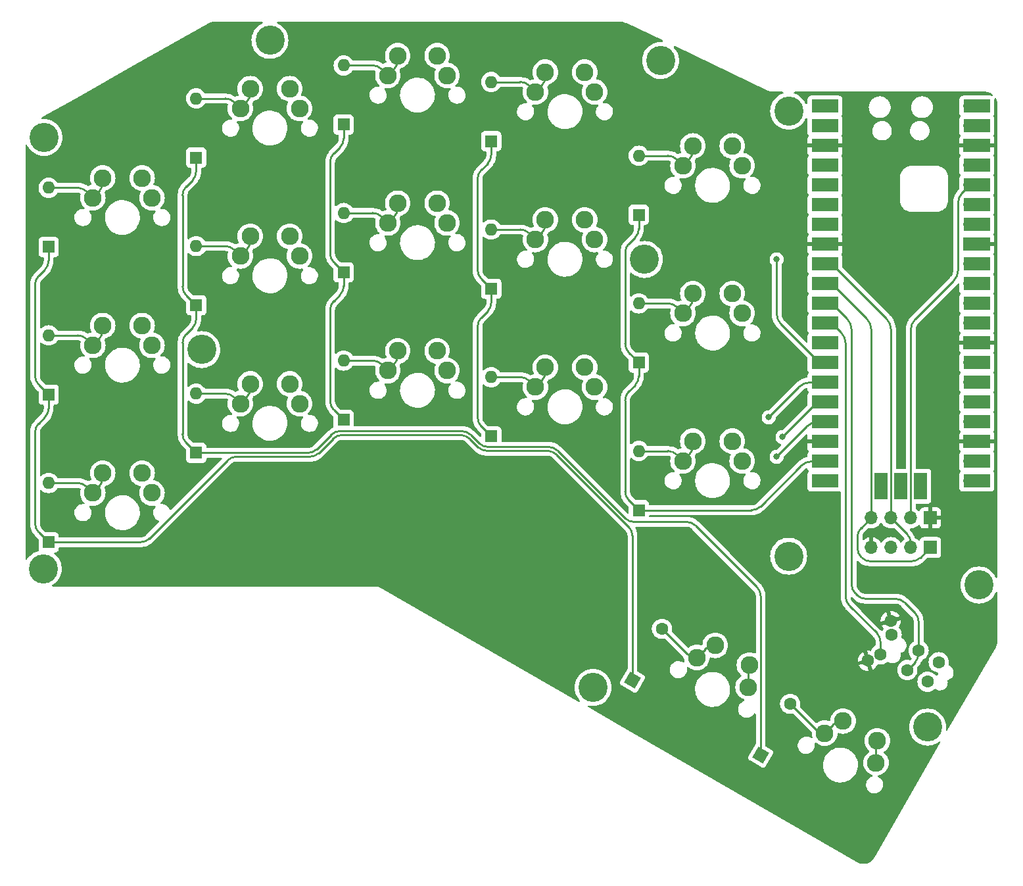
<source format=gtl>
G04 #@! TF.GenerationSoftware,KiCad,Pcbnew,7.0.10*
G04 #@! TF.CreationDate,2024-01-12T14:03:52+00:00*
G04 #@! TF.ProjectId,eobard,656f6261-7264-42e6-9b69-6361645f7063,0.2.6*
G04 #@! TF.SameCoordinates,Original*
G04 #@! TF.FileFunction,Copper,L1,Top*
G04 #@! TF.FilePolarity,Positive*
%FSLAX46Y46*%
G04 Gerber Fmt 4.6, Leading zero omitted, Abs format (unit mm)*
G04 Created by KiCad (PCBNEW 7.0.10) date 2024-01-12 14:03:52*
%MOMM*%
%LPD*%
G01*
G04 APERTURE LIST*
G04 Aperture macros list*
%AMHorizOval*
0 Thick line with rounded ends*
0 $1 width*
0 $2 $3 position (X,Y) of the first rounded end (center of the circle)*
0 $4 $5 position (X,Y) of the second rounded end (center of the circle)*
0 Add line between two ends*
20,1,$1,$2,$3,$4,$5,0*
0 Add two circle primitives to create the rounded ends*
1,1,$1,$2,$3*
1,1,$1,$4,$5*%
%AMRotRect*
0 Rectangle, with rotation*
0 The origin of the aperture is its center*
0 $1 length*
0 $2 width*
0 $3 Rotation angle, in degrees counterclockwise*
0 Add horizontal line*
21,1,$1,$2,0,0,$3*%
G04 Aperture macros list end*
G04 #@! TA.AperFunction,ComponentPad*
%ADD10C,2.286000*%
G04 #@! TD*
G04 #@! TA.AperFunction,ComponentPad*
%ADD11R,1.600000X1.600000*%
G04 #@! TD*
G04 #@! TA.AperFunction,ComponentPad*
%ADD12O,1.600000X1.600000*%
G04 #@! TD*
G04 #@! TA.AperFunction,ComponentPad*
%ADD13R,1.700000X1.700000*%
G04 #@! TD*
G04 #@! TA.AperFunction,ComponentPad*
%ADD14O,1.700000X1.700000*%
G04 #@! TD*
G04 #@! TA.AperFunction,SMDPad,CuDef*
%ADD15R,3.500000X1.700000*%
G04 #@! TD*
G04 #@! TA.AperFunction,SMDPad,CuDef*
%ADD16R,1.700000X3.500000*%
G04 #@! TD*
G04 #@! TA.AperFunction,ComponentPad*
%ADD17C,1.600000*%
G04 #@! TD*
G04 #@! TA.AperFunction,ComponentPad*
%ADD18RotRect,1.600000X1.600000X60.000000*%
G04 #@! TD*
G04 #@! TA.AperFunction,ComponentPad*
%ADD19HorizOval,1.600000X0.000000X0.000000X0.000000X0.000000X0*%
G04 #@! TD*
G04 #@! TA.AperFunction,ViaPad*
%ADD20C,3.750000*%
G04 #@! TD*
G04 #@! TA.AperFunction,ViaPad*
%ADD21C,0.800000*%
G04 #@! TD*
G04 #@! TA.AperFunction,Conductor*
%ADD22C,0.250000*%
G04 #@! TD*
G04 APERTURE END LIST*
D10*
X105690000Y-50155000D03*
X106960000Y-47615000D03*
X112040000Y-47615000D03*
X113310000Y-50155000D03*
X124690000Y-64905000D03*
X125960000Y-62365000D03*
X131040000Y-62365000D03*
X132310000Y-64905000D03*
X105690000Y-69155000D03*
X106960000Y-66615000D03*
X112040000Y-66615000D03*
X113310000Y-69155000D03*
X162690000Y-95530000D03*
X163960000Y-92990000D03*
X169040000Y-92990000D03*
X170310000Y-95530000D03*
X143690000Y-86030000D03*
X144960000Y-83490000D03*
X150040000Y-83490000D03*
X151310000Y-86030000D03*
D11*
X119000000Y-71245000D03*
D12*
X119000000Y-63625000D03*
D11*
X100000000Y-56495000D03*
D12*
X100000000Y-48875000D03*
D10*
X143690000Y-48030000D03*
X144960000Y-45490000D03*
X150040000Y-45490000D03*
X151310000Y-48030000D03*
X143690000Y-67030000D03*
X144960000Y-64490000D03*
X150040000Y-64490000D03*
X151310000Y-67030000D03*
D11*
X119000000Y-90245000D03*
D12*
X119000000Y-82625000D03*
D11*
X138000000Y-54370000D03*
D12*
X138000000Y-46750000D03*
D13*
X194554000Y-102870000D03*
D14*
X192014000Y-102870000D03*
X189474000Y-102870000D03*
X186934000Y-102870000D03*
D10*
X180946443Y-130568295D03*
X183316295Y-129003591D03*
X187715705Y-131543591D03*
X187545557Y-134378295D03*
X86690000Y-61655000D03*
X87960000Y-59115000D03*
X93040000Y-59115000D03*
X94310000Y-61655000D03*
D14*
X181864000Y-49870000D03*
D15*
X180964000Y-49870000D03*
D14*
X181864000Y-52410000D03*
D15*
X180964000Y-52410000D03*
D13*
X181864000Y-54950000D03*
D15*
X180964000Y-54950000D03*
D14*
X181864000Y-57490000D03*
D15*
X180964000Y-57490000D03*
D14*
X181864000Y-60030000D03*
D15*
X180964000Y-60030000D03*
D14*
X181864000Y-62570000D03*
D15*
X180964000Y-62570000D03*
D14*
X181864000Y-65110000D03*
D15*
X180964000Y-65110000D03*
D13*
X181864000Y-67650000D03*
D15*
X180964000Y-67650000D03*
D14*
X181864000Y-70190000D03*
D15*
X180964000Y-70190000D03*
D14*
X181864000Y-72730000D03*
D15*
X180964000Y-72730000D03*
D14*
X181864000Y-75270000D03*
D15*
X180964000Y-75270000D03*
D14*
X181864000Y-77810000D03*
D15*
X180964000Y-77810000D03*
D13*
X181864000Y-80350000D03*
D15*
X180964000Y-80350000D03*
D14*
X181864000Y-82890000D03*
D15*
X180964000Y-82890000D03*
D14*
X181864000Y-85430000D03*
D15*
X180964000Y-85430000D03*
D14*
X181864000Y-87970000D03*
D15*
X180964000Y-87970000D03*
D14*
X181864000Y-90510000D03*
D15*
X180964000Y-90510000D03*
D13*
X181864000Y-93050000D03*
D15*
X180964000Y-93050000D03*
D14*
X181864000Y-95590000D03*
D15*
X180964000Y-95590000D03*
D14*
X181864000Y-98130000D03*
D15*
X180964000Y-98130000D03*
D14*
X199644000Y-98130000D03*
D15*
X200544000Y-98130000D03*
D14*
X199644000Y-95590000D03*
D15*
X200544000Y-95590000D03*
D13*
X199644000Y-93050000D03*
D15*
X200544000Y-93050000D03*
D14*
X199644000Y-90510000D03*
D15*
X200544000Y-90510000D03*
D14*
X199644000Y-87970000D03*
D15*
X200544000Y-87970000D03*
D14*
X199644000Y-85430000D03*
D15*
X200544000Y-85430000D03*
D14*
X199644000Y-82890000D03*
D15*
X200544000Y-82890000D03*
D13*
X199644000Y-80350000D03*
D15*
X200544000Y-80350000D03*
D14*
X199644000Y-77810000D03*
D15*
X200544000Y-77810000D03*
D14*
X199644000Y-75270000D03*
D15*
X200544000Y-75270000D03*
D14*
X199644000Y-72730000D03*
D15*
X200544000Y-72730000D03*
D14*
X199644000Y-70190000D03*
D15*
X200544000Y-70190000D03*
D13*
X199644000Y-67650000D03*
D15*
X200544000Y-67650000D03*
D14*
X199644000Y-65110000D03*
D15*
X200544000Y-65110000D03*
D14*
X199644000Y-62570000D03*
D15*
X200544000Y-62570000D03*
D14*
X199644000Y-60030000D03*
D15*
X200544000Y-60030000D03*
D14*
X199644000Y-57490000D03*
D15*
X200544000Y-57490000D03*
D13*
X199644000Y-54950000D03*
D15*
X200544000Y-54950000D03*
D14*
X199644000Y-52410000D03*
D15*
X200544000Y-52410000D03*
D14*
X199644000Y-49870000D03*
D15*
X200544000Y-49870000D03*
D14*
X188214000Y-97900000D03*
D16*
X188214000Y-98800000D03*
D13*
X190754000Y-97900000D03*
D16*
X190754000Y-98800000D03*
D14*
X193294000Y-97900000D03*
D16*
X193294000Y-98800000D03*
D11*
X119000000Y-52245000D03*
D12*
X119000000Y-44625000D03*
D10*
X86690000Y-80655000D03*
X87960000Y-78115000D03*
X93040000Y-78115000D03*
X94310000Y-80655000D03*
X105690000Y-88155000D03*
X106960000Y-85615000D03*
X112040000Y-85615000D03*
X113310000Y-88155000D03*
X162690000Y-76530000D03*
X163960000Y-73990000D03*
X169040000Y-73990000D03*
X170310000Y-76530000D03*
D11*
X81000000Y-67995000D03*
D12*
X81000000Y-60375000D03*
D11*
X81000000Y-86995000D03*
D12*
X81000000Y-79375000D03*
D10*
X124690000Y-83905000D03*
X125960000Y-81365000D03*
X131040000Y-81365000D03*
X132310000Y-83905000D03*
D11*
X100000000Y-75495000D03*
D12*
X100000000Y-67875000D03*
D17*
X191580127Y-122449488D03*
X188116025Y-120449488D03*
X194178203Y-123949488D03*
X189450000Y-116138976D03*
D11*
X157000000Y-101870000D03*
D12*
X157000000Y-94250000D03*
D11*
X138000000Y-73370000D03*
D12*
X138000000Y-65750000D03*
D10*
X164470443Y-120835295D03*
X166840295Y-119270591D03*
X171239705Y-121810591D03*
X171069557Y-124645295D03*
D11*
X157000000Y-82870000D03*
D12*
X157000000Y-75250000D03*
D11*
X81000000Y-105995000D03*
D12*
X81000000Y-98375000D03*
D10*
X86690000Y-99655000D03*
X87960000Y-97115000D03*
X93040000Y-97115000D03*
X94310000Y-99655000D03*
D11*
X157000000Y-63870000D03*
D12*
X157000000Y-56250000D03*
D10*
X124690000Y-45905000D03*
X125960000Y-43365000D03*
X131040000Y-43365000D03*
X132310000Y-45905000D03*
D11*
X100000000Y-94495000D03*
D12*
X100000000Y-86875000D03*
D18*
X172689000Y-133400557D03*
D19*
X176499000Y-126801443D03*
D18*
X156179000Y-123748557D03*
D19*
X159989000Y-117149443D03*
D10*
X162690000Y-57530000D03*
X163960000Y-54990000D03*
X169040000Y-54990000D03*
X170310000Y-57530000D03*
D11*
X138000000Y-73370000D03*
D12*
X138000000Y-65750000D03*
D18*
X172689000Y-133400557D03*
D19*
X176499000Y-126801443D03*
D11*
X157000000Y-63870000D03*
D12*
X157000000Y-56250000D03*
D18*
X156179000Y-123748557D03*
D19*
X159989000Y-117149443D03*
D11*
X81000000Y-67995000D03*
D12*
X81000000Y-60375000D03*
D11*
X119000000Y-52245000D03*
D12*
X119000000Y-44625000D03*
D11*
X81000000Y-105995000D03*
D12*
X81000000Y-98375000D03*
D11*
X100000000Y-75495000D03*
D12*
X100000000Y-67875000D03*
D11*
X138000000Y-54370000D03*
D12*
X138000000Y-46750000D03*
D11*
X119000000Y-90245000D03*
D12*
X119000000Y-82625000D03*
D11*
X81000000Y-86995000D03*
D12*
X81000000Y-79375000D03*
D13*
X194564000Y-106680000D03*
D14*
X192024000Y-106680000D03*
X189484000Y-106680000D03*
X186944000Y-106680000D03*
D11*
X157000000Y-101870000D03*
D12*
X157000000Y-94250000D03*
D11*
X100000000Y-56495000D03*
D12*
X100000000Y-48875000D03*
D11*
X138000000Y-92370000D03*
D12*
X138000000Y-84750000D03*
D11*
X119000000Y-71245000D03*
D12*
X119000000Y-63625000D03*
D11*
X100000000Y-94495000D03*
D12*
X100000000Y-86875000D03*
D17*
X193030127Y-119939488D03*
X189566025Y-117939488D03*
X195628203Y-121439488D03*
X186500000Y-121250000D03*
D20*
X176300000Y-107800000D03*
X100700000Y-81200000D03*
X194200000Y-129800000D03*
X159800000Y-44000000D03*
X151100000Y-124700000D03*
X176300000Y-50500000D03*
X80300000Y-109400000D03*
X157734000Y-69596000D03*
X80400000Y-53900000D03*
X109500000Y-41400000D03*
X200800000Y-111506000D03*
D21*
X174752000Y-69596000D03*
X173736000Y-89916000D03*
X175514000Y-92456000D03*
X174752000Y-94996000D03*
D22*
X181082427Y-82890000D02*
X181864000Y-82890000D01*
X81000000Y-69767116D02*
X81000000Y-67995000D01*
X137444488Y-94234000D02*
X145254720Y-94234000D01*
X174752000Y-69596000D02*
X174752000Y-76559573D01*
X81000000Y-105995000D02*
X79719558Y-104714558D01*
X105179568Y-94996000D02*
X114649116Y-94996000D01*
X93985242Y-105523442D02*
X104041126Y-95467558D01*
X135217162Y-92673558D02*
X136306046Y-93762442D01*
X79719558Y-90714442D02*
X80528442Y-89905558D01*
X175337787Y-77973787D02*
X179668214Y-82304214D01*
X115787558Y-94524442D02*
X117638442Y-92673558D01*
X79719558Y-71714442D02*
X80528442Y-70905558D01*
X118776884Y-92202000D02*
X134078720Y-92202000D01*
X79248000Y-84576116D02*
X79248000Y-72852884D01*
X79248000Y-103576116D02*
X79248000Y-91852884D01*
X81000000Y-86995000D02*
X79719558Y-85714558D01*
X146393162Y-94705558D02*
X155707442Y-104019838D01*
X81000000Y-88767116D02*
X81000000Y-86995000D01*
X156179000Y-105158280D02*
X156179000Y-123748557D01*
X81000000Y-105995000D02*
X92846800Y-105995000D01*
X114649116Y-94996011D02*
G75*
G03*
X115787558Y-94524442I-16J1610011D01*
G01*
X146393152Y-94705568D02*
G75*
G03*
X145254720Y-94234000I-1138452J-1138432D01*
G01*
X79719566Y-71714450D02*
G75*
G03*
X79248000Y-72852884I1138434J-1138450D01*
G01*
X179668200Y-82304228D02*
G75*
G03*
X181082427Y-82890000I1414200J1414228D01*
G01*
X174752020Y-76559573D02*
G75*
G03*
X175337788Y-77973786I1999980J-27D01*
G01*
X105179568Y-94995978D02*
G75*
G03*
X104041127Y-95467559I32J-1610022D01*
G01*
X118776884Y-92201989D02*
G75*
G03*
X117638442Y-92673558I16J-1610011D01*
G01*
X135217152Y-92673568D02*
G75*
G03*
X134078720Y-92202000I-1138452J-1138432D01*
G01*
X79247989Y-103576116D02*
G75*
G03*
X79719558Y-104714558I1610011J16D01*
G01*
X92846800Y-105995000D02*
G75*
G03*
X93985242Y-105523442I0J1610000D01*
G01*
X79719566Y-90714450D02*
G75*
G03*
X79248000Y-91852884I1138434J-1138450D01*
G01*
X80528434Y-70905550D02*
G75*
G03*
X81000000Y-69767116I-1138434J1138450D01*
G01*
X156179014Y-105158280D02*
G75*
G03*
X155707442Y-104019838I-1610014J-20D01*
G01*
X79247989Y-84576116D02*
G75*
G03*
X79719558Y-85714558I1610011J16D01*
G01*
X136306052Y-93762436D02*
G75*
G03*
X137444488Y-94234000I1138448J1138436D01*
G01*
X80528434Y-89905550D02*
G75*
G03*
X81000000Y-88767116I-1138434J1138450D01*
G01*
X87960000Y-59718116D02*
X87960000Y-59115000D01*
X86690000Y-61655000D02*
X87488442Y-60856558D01*
X85881558Y-60846558D02*
X86690000Y-61655000D01*
X81000000Y-60375000D02*
X84743116Y-60375000D01*
X85881550Y-60846566D02*
G75*
G03*
X84743116Y-60375000I-1138450J-1138434D01*
G01*
X87488434Y-60856550D02*
G75*
G03*
X87960000Y-59718116I-1138434J1138450D01*
G01*
X100000000Y-94495000D02*
X98719558Y-93214558D01*
X100000000Y-77267116D02*
X100000000Y-75495000D01*
X155230442Y-102906442D02*
X146521558Y-94197558D01*
X98719558Y-60214442D02*
X99528442Y-59405558D01*
X134207116Y-91694000D02*
X118522884Y-91694000D01*
X136434442Y-93254442D02*
X135345558Y-92165558D01*
X163163116Y-103378000D02*
X156368884Y-103378000D01*
X100000000Y-75495000D02*
X98719558Y-74214558D01*
X114388116Y-94495000D02*
X100000000Y-94495000D01*
X98719558Y-79214442D02*
X99528442Y-78405558D01*
X145383116Y-93726000D02*
X137572884Y-93726000D01*
X179050427Y-85430000D02*
X181864000Y-85430000D01*
X172689000Y-133400557D02*
X172689000Y-112903884D01*
X173736000Y-89916000D02*
X177636214Y-86015786D01*
X98248000Y-73076116D02*
X98248000Y-61352884D01*
X100000000Y-58267116D02*
X100000000Y-56495000D01*
X117384442Y-92165558D02*
X115526558Y-94023442D01*
X172217442Y-111765442D02*
X164301558Y-103849558D01*
X98248000Y-92076116D02*
X98248000Y-80352884D01*
X98247989Y-73076116D02*
G75*
G03*
X98719558Y-74214558I1610011J16D01*
G01*
X155230450Y-102906434D02*
G75*
G03*
X156368884Y-103378000I1138450J1138434D01*
G01*
X179050427Y-85430020D02*
G75*
G03*
X177636215Y-86015787I-27J-1999980D01*
G01*
X98719566Y-60214450D02*
G75*
G03*
X98248000Y-61352884I1138434J-1138450D01*
G01*
X98247989Y-92076116D02*
G75*
G03*
X98719558Y-93214558I1610011J16D01*
G01*
X99528434Y-78405550D02*
G75*
G03*
X100000000Y-77267116I-1138434J1138450D01*
G01*
X118522884Y-91693989D02*
G75*
G03*
X117384442Y-92165558I16J-1610011D01*
G01*
X98719566Y-79214450D02*
G75*
G03*
X98248000Y-80352884I1138434J-1138450D01*
G01*
X172689011Y-112903884D02*
G75*
G03*
X172217442Y-111765442I-1610011J-16D01*
G01*
X146521550Y-94197566D02*
G75*
G03*
X145383116Y-93726000I-1138450J-1138434D01*
G01*
X164301550Y-103849566D02*
G75*
G03*
X163163116Y-103378000I-1138450J-1138434D01*
G01*
X135345550Y-92165566D02*
G75*
G03*
X134207116Y-91694000I-1138450J-1138434D01*
G01*
X114388116Y-94495011D02*
G75*
G03*
X115526558Y-94023442I-16J1610011D01*
G01*
X99528434Y-59405550D02*
G75*
G03*
X100000000Y-58267116I-1138434J1138450D01*
G01*
X136434450Y-93254434D02*
G75*
G03*
X137572884Y-93726000I1138450J1138434D01*
G01*
X104881558Y-49346558D02*
X105690000Y-50155000D01*
X100000000Y-48875000D02*
X103743116Y-48875000D01*
X105690000Y-50155000D02*
X106488442Y-49356558D01*
X106960000Y-48218116D02*
X106960000Y-47615000D01*
X104881550Y-49346566D02*
G75*
G03*
X103743116Y-48875000I-1138450J-1138434D01*
G01*
X106488434Y-49356550D02*
G75*
G03*
X106960000Y-48218116I-1138434J1138450D01*
G01*
X117719558Y-74964442D02*
X118528442Y-74155558D01*
X119000000Y-54017116D02*
X119000000Y-52245000D01*
X180828427Y-87970000D02*
X181864000Y-87970000D01*
X117248000Y-68826116D02*
X117248000Y-57102884D01*
X119000000Y-90245000D02*
X117719558Y-88964558D01*
X119000000Y-71245000D02*
X117719558Y-69964558D01*
X119000000Y-73017116D02*
X119000000Y-71245000D01*
X117248000Y-87826116D02*
X117248000Y-76102884D01*
X175514000Y-92456000D02*
X179414214Y-88555786D01*
X117719558Y-55964442D02*
X118528442Y-55155558D01*
X118528434Y-74155550D02*
G75*
G03*
X119000000Y-73017116I-1138434J1138450D01*
G01*
X180828427Y-87970020D02*
G75*
G03*
X179414215Y-88555787I-27J-1999980D01*
G01*
X117247989Y-68826116D02*
G75*
G03*
X117719558Y-69964558I1610011J16D01*
G01*
X118528434Y-55155550D02*
G75*
G03*
X119000000Y-54017116I-1138434J1138450D01*
G01*
X117719566Y-74964450D02*
G75*
G03*
X117248000Y-76102884I1138434J-1138450D01*
G01*
X117247989Y-87826116D02*
G75*
G03*
X117719558Y-88964558I1610011J16D01*
G01*
X117719566Y-55964450D02*
G75*
G03*
X117248000Y-57102884I1138434J-1138450D01*
G01*
X124690000Y-45905000D02*
X125488442Y-45106558D01*
X119000000Y-44625000D02*
X122743116Y-44625000D01*
X125960000Y-43968116D02*
X125960000Y-43365000D01*
X123881558Y-45096558D02*
X124690000Y-45905000D01*
X123881550Y-45096566D02*
G75*
G03*
X122743116Y-44625000I-1138450J-1138434D01*
G01*
X125488434Y-45106550D02*
G75*
G03*
X125960000Y-43968116I-1138434J1138450D01*
G01*
X180066427Y-90510000D02*
X181864000Y-90510000D01*
X136248000Y-89951116D02*
X136248000Y-78227884D01*
X136248000Y-70951116D02*
X136248000Y-59227884D01*
X138000000Y-56142116D02*
X138000000Y-54370000D01*
X138000000Y-73370000D02*
X136719558Y-72089558D01*
X136719558Y-58089442D02*
X137528442Y-57280558D01*
X136719558Y-77089442D02*
X137528442Y-76280558D01*
X138000000Y-92370000D02*
X136719558Y-91089558D01*
X138000000Y-75142116D02*
X138000000Y-73370000D01*
X174752000Y-94996000D02*
X178652214Y-91095786D01*
X136719566Y-58089450D02*
G75*
G03*
X136248000Y-59227884I1138434J-1138450D01*
G01*
X137528434Y-76280550D02*
G75*
G03*
X138000000Y-75142116I-1138434J1138450D01*
G01*
X136719566Y-77089450D02*
G75*
G03*
X136248000Y-78227884I1138434J-1138450D01*
G01*
X137528434Y-57280550D02*
G75*
G03*
X138000000Y-56142116I-1138434J1138450D01*
G01*
X136247989Y-70951116D02*
G75*
G03*
X136719558Y-72089558I1610011J16D01*
G01*
X180066427Y-90510020D02*
G75*
G03*
X178652215Y-91095787I-27J-1999980D01*
G01*
X136247989Y-89951116D02*
G75*
G03*
X136719558Y-91089558I1610011J16D01*
G01*
X143690000Y-48030000D02*
X144488442Y-47231558D01*
X138000000Y-46750000D02*
X141743116Y-46750000D01*
X144960000Y-46093116D02*
X144960000Y-45490000D01*
X142881558Y-47221558D02*
X143690000Y-48030000D01*
X142881550Y-47221566D02*
G75*
G03*
X141743116Y-46750000I-1138450J-1138434D01*
G01*
X144488434Y-47231550D02*
G75*
G03*
X144960000Y-46093116I-1138434J1138450D01*
G01*
X179304427Y-95590000D02*
X181864000Y-95590000D01*
X157000000Y-82870000D02*
X155719558Y-81589558D01*
X157000000Y-101870000D02*
X155719558Y-100589558D01*
X157000000Y-84642116D02*
X157000000Y-82870000D01*
X155248000Y-80451116D02*
X155248000Y-68727884D01*
X157000000Y-65642116D02*
X157000000Y-63870000D01*
X157000000Y-101870000D02*
X171529116Y-101870000D01*
X155719558Y-86589442D02*
X156528442Y-85780558D01*
X155719558Y-67589442D02*
X156528442Y-66780558D01*
X172667558Y-101398442D02*
X177890214Y-96175786D01*
X155248000Y-99451116D02*
X155248000Y-87727884D01*
X155719566Y-67589450D02*
G75*
G03*
X155248000Y-68727884I1138434J-1138450D01*
G01*
X171529116Y-101870011D02*
G75*
G03*
X172667558Y-101398442I-16J1610011D01*
G01*
X179304427Y-95590020D02*
G75*
G03*
X177890215Y-96175787I-27J-1999980D01*
G01*
X155719566Y-86589450D02*
G75*
G03*
X155248000Y-87727884I1138434J-1138450D01*
G01*
X156528434Y-66780550D02*
G75*
G03*
X157000000Y-65642116I-1138434J1138450D01*
G01*
X156528434Y-85780550D02*
G75*
G03*
X157000000Y-84642116I-1138434J1138450D01*
G01*
X155247989Y-80451116D02*
G75*
G03*
X155719558Y-81589558I1610011J16D01*
G01*
X155247989Y-99451116D02*
G75*
G03*
X155719558Y-100589558I1610011J16D01*
G01*
X161881558Y-56721558D02*
X162690000Y-57530000D01*
X157000000Y-56250000D02*
X160743116Y-56250000D01*
X162690000Y-57530000D02*
X163488442Y-56731558D01*
X163960000Y-55593116D02*
X163960000Y-54990000D01*
X163488434Y-56731550D02*
G75*
G03*
X163960000Y-55593116I-1138434J1138450D01*
G01*
X161881550Y-56721566D02*
G75*
G03*
X160743116Y-56250000I-1138450J-1138434D01*
G01*
X81000000Y-79375000D02*
X84743116Y-79375000D01*
X87960000Y-78718116D02*
X87960000Y-78115000D01*
X85881558Y-79846558D02*
X86690000Y-80655000D01*
X86690000Y-80655000D02*
X87488442Y-79856558D01*
X87488434Y-79856550D02*
G75*
G03*
X87960000Y-78718116I-1138434J1138450D01*
G01*
X85881550Y-79846566D02*
G75*
G03*
X84743116Y-79375000I-1138450J-1138434D01*
G01*
X100000000Y-67875000D02*
X103743116Y-67875000D01*
X104881558Y-68346558D02*
X105690000Y-69155000D01*
X106960000Y-67218116D02*
X106960000Y-66615000D01*
X105690000Y-69155000D02*
X106488442Y-68356558D01*
X104881550Y-68346566D02*
G75*
G03*
X103743116Y-67875000I-1138450J-1138434D01*
G01*
X106488434Y-68356550D02*
G75*
G03*
X106960000Y-67218116I-1138434J1138450D01*
G01*
X125960000Y-62968116D02*
X125960000Y-62365000D01*
X124690000Y-64905000D02*
X125488442Y-64106558D01*
X123881558Y-64096558D02*
X124690000Y-64905000D01*
X119000000Y-63625000D02*
X122743116Y-63625000D01*
X125488434Y-64106550D02*
G75*
G03*
X125960000Y-62968116I-1138434J1138450D01*
G01*
X123881550Y-64096566D02*
G75*
G03*
X122743116Y-63625000I-1138450J-1138434D01*
G01*
X144960000Y-65093116D02*
X144960000Y-64490000D01*
X143690000Y-67030000D02*
X144488442Y-66231558D01*
X138000000Y-65750000D02*
X141743116Y-65750000D01*
X142881558Y-66221558D02*
X143690000Y-67030000D01*
X142881550Y-66221566D02*
G75*
G03*
X141743116Y-65750000I-1138450J-1138434D01*
G01*
X144488434Y-66231550D02*
G75*
G03*
X144960000Y-65093116I-1138434J1138450D01*
G01*
X163960000Y-74593116D02*
X163960000Y-73990000D01*
X161881558Y-75721558D02*
X162690000Y-76530000D01*
X157000000Y-75250000D02*
X160743116Y-75250000D01*
X162690000Y-76530000D02*
X163488442Y-75731558D01*
X163488434Y-75731550D02*
G75*
G03*
X163960000Y-74593116I-1138434J1138450D01*
G01*
X161881550Y-75721566D02*
G75*
G03*
X160743116Y-75250000I-1138450J-1138434D01*
G01*
X86690000Y-99655000D02*
X87488442Y-98856558D01*
X87960000Y-97718116D02*
X87960000Y-97115000D01*
X85881558Y-98846558D02*
X86690000Y-99655000D01*
X81000000Y-98375000D02*
X84743116Y-98375000D01*
X87488434Y-98856550D02*
G75*
G03*
X87960000Y-97718116I-1138434J1138450D01*
G01*
X85881550Y-98846566D02*
G75*
G03*
X84743116Y-98375000I-1138450J-1138434D01*
G01*
X106960000Y-86218116D02*
X106960000Y-85615000D01*
X105690000Y-88155000D02*
X106488442Y-87356558D01*
X100000000Y-86875000D02*
X103743116Y-86875000D01*
X104881558Y-87346558D02*
X105690000Y-88155000D01*
X104881550Y-87346566D02*
G75*
G03*
X103743116Y-86875000I-1138450J-1138434D01*
G01*
X106488434Y-87356550D02*
G75*
G03*
X106960000Y-86218116I-1138434J1138450D01*
G01*
X124690000Y-83905000D02*
X125488442Y-83106558D01*
X123881558Y-83096558D02*
X124690000Y-83905000D01*
X125960000Y-81968116D02*
X125960000Y-81365000D01*
X119000000Y-82625000D02*
X122743116Y-82625000D01*
X125488434Y-83106550D02*
G75*
G03*
X125960000Y-81968116I-1138434J1138450D01*
G01*
X123881550Y-83096566D02*
G75*
G03*
X122743116Y-82625000I-1138450J-1138434D01*
G01*
X142881558Y-85221558D02*
X143690000Y-86030000D01*
X138000000Y-84750000D02*
X141743116Y-84750000D01*
X143690000Y-86030000D02*
X144488442Y-85231558D01*
X144960000Y-84093116D02*
X144960000Y-83490000D01*
X144488434Y-85231550D02*
G75*
G03*
X144960000Y-84093116I-1138434J1138450D01*
G01*
X142881550Y-85221566D02*
G75*
G03*
X141743116Y-84750000I-1138450J-1138434D01*
G01*
X163960000Y-93593116D02*
X163960000Y-92990000D01*
X162690000Y-95530000D02*
X163488442Y-94731558D01*
X161881558Y-94721558D02*
X162690000Y-95530000D01*
X157000000Y-94250000D02*
X160743116Y-94250000D01*
X163488434Y-94731550D02*
G75*
G03*
X163960000Y-93593116I-1138434J1138450D01*
G01*
X161881550Y-94721566D02*
G75*
G03*
X160743116Y-94250000I-1138450J-1138434D01*
G01*
X166702031Y-119270591D02*
X166840295Y-119270591D01*
X164341736Y-120835295D02*
X164470443Y-120835295D01*
X159989000Y-117149443D02*
X163203294Y-120363737D01*
X164470443Y-120835295D02*
X165563589Y-119742149D01*
X166702031Y-119270616D02*
G75*
G03*
X165563589Y-119742149I-31J-1609984D01*
G01*
X163203277Y-120363754D02*
G75*
G03*
X164341736Y-120835295I1138423J1138454D01*
G01*
X180932736Y-130568295D02*
X180946443Y-130568295D01*
X183178031Y-129003591D02*
X183316295Y-129003591D01*
X176499000Y-126801443D02*
X179794294Y-130096737D01*
X180946443Y-130568295D02*
X182039589Y-129475149D01*
X183178031Y-129003616D02*
G75*
G03*
X182039589Y-129475149I-31J-1609984D01*
G01*
X179794277Y-130096754D02*
G75*
G03*
X180932736Y-130568295I1138423J1138454D01*
G01*
X188116025Y-120449488D02*
X188116025Y-118819589D01*
X183056213Y-79002213D02*
X181864000Y-77810000D01*
X187644467Y-117681147D02*
X184113558Y-114150238D01*
X183642000Y-113011796D02*
X183642000Y-80416427D01*
X188116025Y-118819589D02*
G75*
G03*
X187644467Y-117681147I-1610025J-11D01*
G01*
X183641980Y-80416427D02*
G75*
G03*
X183056212Y-79002214I-1999980J27D01*
G01*
X183642003Y-113011796D02*
G75*
G03*
X184113558Y-114150238I1609997J-4D01*
G01*
X191580127Y-122449488D02*
X192558569Y-121471046D01*
X192558569Y-115088569D02*
X191225558Y-113755558D01*
X193030127Y-119939488D02*
X193030127Y-116227011D01*
X184404000Y-111442232D02*
X184404000Y-78638427D01*
X185107326Y-112812442D02*
X184875558Y-112580674D01*
X193030127Y-120332604D02*
X193030127Y-119939488D01*
X183818213Y-77224213D02*
X181864000Y-75270000D01*
X190087116Y-113284000D02*
X186245768Y-113284000D01*
X185107342Y-112812426D02*
G75*
G03*
X186245768Y-113284000I1138458J1138426D01*
G01*
X184403978Y-111442232D02*
G75*
G03*
X184875559Y-112580673I1610022J32D01*
G01*
X192558573Y-121471050D02*
G75*
G03*
X193030127Y-120332604I-1138473J1138450D01*
G01*
X193030111Y-116227011D02*
G75*
G03*
X192558569Y-115088569I-1610011J11D01*
G01*
X191225550Y-113755566D02*
G75*
G03*
X190087116Y-113284000I-1138450J-1138434D01*
G01*
X184403980Y-78638427D02*
G75*
G03*
X183818212Y-77224214I-1999980J27D01*
G01*
X185637558Y-104166442D02*
X186934000Y-102870000D01*
X186348213Y-77214213D02*
X181864000Y-72730000D01*
X192119116Y-108458000D02*
X186848884Y-108458000D01*
X185166000Y-106775116D02*
X185166000Y-105304884D01*
X194564000Y-106680000D02*
X193257558Y-107986442D01*
X186934000Y-102870000D02*
X186934000Y-78628427D01*
X192119116Y-108458011D02*
G75*
G03*
X193257558Y-107986442I-16J1610011D01*
G01*
X186933980Y-78628427D02*
G75*
G03*
X186348212Y-77214214I-1999980J27D01*
G01*
X185710450Y-107986434D02*
G75*
G03*
X186848884Y-108458000I1138450J1138434D01*
G01*
X185165989Y-106775116D02*
G75*
G03*
X185637558Y-107913558I1610011J16D01*
G01*
X185637566Y-104166450D02*
G75*
G03*
X185166000Y-105304884I1138434J-1138450D01*
G01*
X191552442Y-104948442D02*
X189474000Y-102870000D01*
X188888213Y-77214213D02*
X181864000Y-70190000D01*
X189474000Y-102870000D02*
X189474000Y-78628427D01*
X192024000Y-106680000D02*
X192024000Y-106086884D01*
X192024011Y-106086884D02*
G75*
G03*
X191552442Y-104948442I-1610011J-16D01*
G01*
X189473980Y-78628427D02*
G75*
G03*
X188888212Y-77214214I-1999980J27D01*
G01*
X198705787Y-60968213D02*
X199644000Y-60030000D01*
X192014000Y-102870000D02*
X192014000Y-78721311D01*
X198120000Y-70958457D02*
X198120000Y-62382427D01*
X192599787Y-77307097D02*
X197534214Y-72372670D01*
X197534236Y-72372692D02*
G75*
G03*
X198120000Y-70958457I-1414236J1414192D01*
G01*
X192599781Y-77307091D02*
G75*
G03*
X192014000Y-78721311I1414219J-1414209D01*
G01*
X198705773Y-60968199D02*
G75*
G03*
X198120000Y-62382427I1414227J-1414201D01*
G01*
X187545557Y-131713739D02*
X187715705Y-131543591D01*
X171069557Y-121980739D02*
X171239705Y-121810591D01*
X171069557Y-124645295D02*
X171069557Y-121980739D01*
X187545557Y-134378295D02*
X187545557Y-131713739D01*
G04 #@! TA.AperFunction,Conductor*
G36*
X202988189Y-48854152D02*
G01*
X203026311Y-48896585D01*
X203029902Y-48903161D01*
X203035010Y-48912516D01*
X203035452Y-48913324D01*
X203041183Y-48925303D01*
X203086862Y-49035584D01*
X203088483Y-49039703D01*
X203124588Y-49136505D01*
X203128980Y-49150890D01*
X203158347Y-49273210D01*
X203158939Y-49275800D01*
X203179531Y-49370461D01*
X203181983Y-49387090D01*
X203194489Y-49545986D01*
X203194555Y-49546868D01*
X203199184Y-49611582D01*
X203199500Y-49620429D01*
X203199500Y-110468970D01*
X203179815Y-110536009D01*
X203127011Y-110581764D01*
X203057853Y-110591708D01*
X202994297Y-110562683D01*
X202964288Y-110523814D01*
X202861662Y-110315711D01*
X202861649Y-110315689D01*
X202688656Y-110056785D01*
X202638316Y-109999384D01*
X202483336Y-109822664D01*
X202249216Y-109617345D01*
X202121502Y-109532010D01*
X201990304Y-109444346D01*
X201990289Y-109444337D01*
X201711017Y-109306615D01*
X201711007Y-109306611D01*
X201416156Y-109206523D01*
X201416136Y-109206518D01*
X201110740Y-109145770D01*
X201110731Y-109145769D01*
X201110730Y-109145769D01*
X200800000Y-109125403D01*
X200489270Y-109145769D01*
X200489269Y-109145769D01*
X200489259Y-109145770D01*
X200183863Y-109206518D01*
X200183843Y-109206523D01*
X199888992Y-109306611D01*
X199888983Y-109306615D01*
X199609711Y-109444337D01*
X199609689Y-109444350D01*
X199350785Y-109617343D01*
X199116664Y-109822664D01*
X198911343Y-110056785D01*
X198738350Y-110315689D01*
X198738337Y-110315711D01*
X198600615Y-110594983D01*
X198600611Y-110594992D01*
X198500523Y-110889843D01*
X198500518Y-110889863D01*
X198439770Y-111195259D01*
X198439769Y-111195269D01*
X198439769Y-111195270D01*
X198419403Y-111506000D01*
X198437453Y-111781401D01*
X198439769Y-111816728D01*
X198439770Y-111816740D01*
X198500518Y-112122136D01*
X198500523Y-112122156D01*
X198600611Y-112417007D01*
X198600615Y-112417017D01*
X198738337Y-112696289D01*
X198738346Y-112696304D01*
X198793155Y-112778331D01*
X198911345Y-112955216D01*
X199116664Y-113189336D01*
X199350784Y-113394655D01*
X199609701Y-113567657D01*
X199609704Y-113567658D01*
X199609710Y-113567662D01*
X199888982Y-113705384D01*
X199888992Y-113705388D01*
X200183843Y-113805476D01*
X200183847Y-113805477D01*
X200183856Y-113805480D01*
X200390318Y-113846548D01*
X200489259Y-113866229D01*
X200489260Y-113866229D01*
X200489270Y-113866231D01*
X200800000Y-113886597D01*
X201110730Y-113866231D01*
X201416144Y-113805480D01*
X201416156Y-113805476D01*
X201711007Y-113705388D01*
X201711017Y-113705384D01*
X201990289Y-113567662D01*
X201990289Y-113567661D01*
X201990299Y-113567657D01*
X202249216Y-113394655D01*
X202483336Y-113189336D01*
X202688655Y-112955216D01*
X202861657Y-112696299D01*
X202866433Y-112686615D01*
X202964288Y-112488185D01*
X203011593Y-112436766D01*
X203079188Y-112419084D01*
X203145613Y-112440754D01*
X203189777Y-112494895D01*
X203199500Y-112543029D01*
X203199500Y-118689864D01*
X203199233Y-118697995D01*
X203198097Y-118715281D01*
X203197890Y-118717983D01*
X203178884Y-118934705D01*
X203176968Y-118948098D01*
X203162188Y-119022290D01*
X203160341Y-119030200D01*
X203117709Y-119189078D01*
X203115347Y-119196855D01*
X203091008Y-119268447D01*
X203085959Y-119281004D01*
X202993532Y-119478914D01*
X202992360Y-119481352D01*
X202985196Y-119495858D01*
X202981355Y-119503032D01*
X196785494Y-130215565D01*
X196734890Y-130263742D01*
X196666273Y-130276912D01*
X196601428Y-130250895D01*
X196560944Y-130193949D01*
X196556539Y-130129289D01*
X196560231Y-130110730D01*
X196580597Y-129800000D01*
X196560231Y-129489270D01*
X196499480Y-129183856D01*
X196499476Y-129183843D01*
X196399388Y-128888992D01*
X196399384Y-128888983D01*
X196261662Y-128609711D01*
X196261649Y-128609689D01*
X196088656Y-128350785D01*
X196027233Y-128280746D01*
X195883336Y-128116664D01*
X195649216Y-127911345D01*
X195484803Y-127801488D01*
X195390304Y-127738346D01*
X195390289Y-127738337D01*
X195111017Y-127600615D01*
X195111007Y-127600611D01*
X194816156Y-127500523D01*
X194816136Y-127500518D01*
X194510740Y-127439770D01*
X194510731Y-127439769D01*
X194510730Y-127439769D01*
X194200000Y-127419403D01*
X193889270Y-127439769D01*
X193889269Y-127439769D01*
X193889259Y-127439770D01*
X193583863Y-127500518D01*
X193583843Y-127500523D01*
X193288992Y-127600611D01*
X193288983Y-127600615D01*
X193009711Y-127738337D01*
X193009689Y-127738350D01*
X192750785Y-127911343D01*
X192516664Y-128116664D01*
X192311343Y-128350785D01*
X192138350Y-128609689D01*
X192138337Y-128609711D01*
X192000615Y-128888983D01*
X192000611Y-128888992D01*
X191900523Y-129183843D01*
X191900518Y-129183863D01*
X191839770Y-129489259D01*
X191839769Y-129489271D01*
X191819403Y-129800000D01*
X191839769Y-130110728D01*
X191839770Y-130110740D01*
X191900518Y-130416136D01*
X191900523Y-130416156D01*
X192000611Y-130711007D01*
X192000615Y-130711017D01*
X192138337Y-130990289D01*
X192138346Y-130990304D01*
X192196767Y-131077737D01*
X192311345Y-131249216D01*
X192516664Y-131483336D01*
X192750784Y-131688655D01*
X193009701Y-131861657D01*
X193009704Y-131861658D01*
X193009710Y-131861662D01*
X193288982Y-131999384D01*
X193288992Y-131999388D01*
X193583843Y-132099476D01*
X193583847Y-132099477D01*
X193583856Y-132099480D01*
X193768419Y-132136192D01*
X193889259Y-132160229D01*
X193889260Y-132160229D01*
X193889270Y-132160231D01*
X194200000Y-132180597D01*
X194510730Y-132160231D01*
X194816144Y-132099480D01*
X194952979Y-132053031D01*
X195111007Y-131999388D01*
X195111017Y-131999384D01*
X195390289Y-131861662D01*
X195390289Y-131861661D01*
X195390299Y-131861657D01*
X195649216Y-131688655D01*
X195660079Y-131679127D01*
X195723458Y-131649723D01*
X195792675Y-131659252D01*
X195845752Y-131704689D01*
X195865839Y-131771609D01*
X195849180Y-131834435D01*
X187306541Y-146604505D01*
X187301842Y-146612000D01*
X187264119Y-146667649D01*
X187263635Y-146668358D01*
X187174964Y-146797236D01*
X187164515Y-146810412D01*
X187097385Y-146884174D01*
X187095578Y-146886117D01*
X187011118Y-146975022D01*
X187000127Y-146985270D01*
X186918967Y-147052223D01*
X186915507Y-147054974D01*
X186822517Y-147126272D01*
X186811578Y-147133766D01*
X186719953Y-147189581D01*
X186714587Y-147192669D01*
X186613376Y-147247594D01*
X186603032Y-147252602D01*
X186503569Y-147295181D01*
X186496156Y-147298076D01*
X186388323Y-147336256D01*
X186379035Y-147339140D01*
X186274283Y-147367213D01*
X186264795Y-147369361D01*
X186152318Y-147390221D01*
X186144450Y-147391420D01*
X186037044Y-147404281D01*
X186025584Y-147405118D01*
X185910450Y-147408167D01*
X185904257Y-147408176D01*
X185797002Y-147405658D01*
X185783783Y-147404639D01*
X185747471Y-147399875D01*
X185667556Y-147389390D01*
X185663217Y-147388742D01*
X185559466Y-147371347D01*
X185544825Y-147367969D01*
X185427208Y-147333208D01*
X185424688Y-147332434D01*
X185396640Y-147323488D01*
X185329643Y-147302118D01*
X185314029Y-147295944D01*
X185177557Y-147230981D01*
X185176760Y-147230598D01*
X185110877Y-147198658D01*
X185103063Y-147194520D01*
X154416164Y-129513021D01*
X150479617Y-127244820D01*
X150431359Y-127194296D01*
X150418076Y-127125700D01*
X150443988Y-127060813D01*
X150500867Y-127020235D01*
X150565716Y-127015763D01*
X150789259Y-127060229D01*
X150789260Y-127060229D01*
X150789270Y-127060231D01*
X151100000Y-127080597D01*
X151410730Y-127060231D01*
X151716144Y-126999480D01*
X151716156Y-126999476D01*
X152011007Y-126899388D01*
X152011017Y-126899384D01*
X152290289Y-126761662D01*
X152290289Y-126761661D01*
X152290299Y-126761657D01*
X152549216Y-126588655D01*
X152783336Y-126383336D01*
X152988655Y-126149216D01*
X153161657Y-125890299D01*
X153231601Y-125748468D01*
X153299384Y-125611017D01*
X153299388Y-125611007D01*
X153399476Y-125316156D01*
X153399476Y-125316155D01*
X153399480Y-125316144D01*
X153460231Y-125010730D01*
X153480597Y-124700000D01*
X153460231Y-124389270D01*
X153399480Y-124083856D01*
X153380975Y-124029342D01*
X153299388Y-123788992D01*
X153299384Y-123788983D01*
X153161662Y-123509711D01*
X153161649Y-123509689D01*
X152988656Y-123250785D01*
X152944773Y-123200747D01*
X152783336Y-123016664D01*
X152549216Y-122811345D01*
X152346934Y-122676185D01*
X152290304Y-122638346D01*
X152290289Y-122638337D01*
X152011017Y-122500615D01*
X152011007Y-122500611D01*
X151716156Y-122400523D01*
X151716136Y-122400518D01*
X151410740Y-122339770D01*
X151410731Y-122339769D01*
X151410730Y-122339769D01*
X151100000Y-122319403D01*
X150789270Y-122339769D01*
X150789269Y-122339769D01*
X150789259Y-122339770D01*
X150483863Y-122400518D01*
X150483843Y-122400523D01*
X150188992Y-122500611D01*
X150188983Y-122500615D01*
X149909711Y-122638337D01*
X149909689Y-122638350D01*
X149650785Y-122811343D01*
X149416664Y-123016664D01*
X149211343Y-123250785D01*
X149038350Y-123509689D01*
X149038337Y-123509711D01*
X148900615Y-123788983D01*
X148900611Y-123788992D01*
X148800523Y-124083843D01*
X148800518Y-124083863D01*
X148739770Y-124389259D01*
X148739769Y-124389269D01*
X148739769Y-124389270D01*
X148719403Y-124700000D01*
X148735725Y-124949037D01*
X148739769Y-125010728D01*
X148739770Y-125010740D01*
X148800518Y-125316136D01*
X148800523Y-125316156D01*
X148900611Y-125611007D01*
X148900615Y-125611017D01*
X149038337Y-125890289D01*
X149038346Y-125890304D01*
X149211345Y-126149217D01*
X149364249Y-126323568D01*
X149393652Y-126386949D01*
X149384120Y-126456166D01*
X149338681Y-126509241D01*
X149271760Y-126529325D01*
X149209114Y-126512768D01*
X123917290Y-111939860D01*
X123917244Y-111939812D01*
X123782091Y-111861923D01*
X123782088Y-111861922D01*
X123587323Y-111781403D01*
X123587322Y-111781402D01*
X123383713Y-111726945D01*
X123383710Y-111726944D01*
X123174736Y-111699484D01*
X123069353Y-111699500D01*
X81539809Y-111699500D01*
X81472770Y-111679815D01*
X81427015Y-111627011D01*
X81417071Y-111557853D01*
X81446096Y-111494297D01*
X81484965Y-111464288D01*
X81490289Y-111461662D01*
X81490289Y-111461661D01*
X81490299Y-111461657D01*
X81749216Y-111288655D01*
X81983336Y-111083336D01*
X82188655Y-110849216D01*
X82361657Y-110590299D01*
X82499385Y-110311015D01*
X82535310Y-110205185D01*
X82599476Y-110016156D01*
X82599476Y-110016155D01*
X82599480Y-110016144D01*
X82660231Y-109710730D01*
X82680597Y-109400000D01*
X82660231Y-109089270D01*
X82659085Y-109083511D01*
X82640542Y-108990289D01*
X82599480Y-108783856D01*
X82574754Y-108711015D01*
X82499388Y-108488992D01*
X82499384Y-108488983D01*
X82361662Y-108209711D01*
X82361649Y-108209689D01*
X82188656Y-107950785D01*
X82133196Y-107887546D01*
X81983336Y-107716664D01*
X81750792Y-107512727D01*
X81713368Y-107453725D01*
X81713784Y-107383856D01*
X81751908Y-107325304D01*
X81815635Y-107296658D01*
X81832551Y-107295499D01*
X81847871Y-107295499D01*
X81847872Y-107295499D01*
X81907483Y-107289091D01*
X82042331Y-107238796D01*
X82157546Y-107152546D01*
X82243796Y-107037331D01*
X82294091Y-106902483D01*
X82300500Y-106842873D01*
X82300500Y-106744500D01*
X82320185Y-106677461D01*
X82372989Y-106631706D01*
X82424500Y-106620500D01*
X92972346Y-106620500D01*
X92972346Y-106620499D01*
X93221850Y-106592387D01*
X93466641Y-106536515D01*
X93703637Y-106453587D01*
X93929857Y-106344644D01*
X94142458Y-106211059D01*
X94338765Y-106054509D01*
X94427537Y-105965737D01*
X94481242Y-105912033D01*
X94481242Y-105912031D01*
X94491447Y-105901827D01*
X94491451Y-105901822D01*
X104422649Y-95970623D01*
X104422664Y-95970611D01*
X104429721Y-95963553D01*
X104429724Y-95963552D01*
X104480000Y-95913274D01*
X104487106Y-95906705D01*
X104593486Y-95815846D01*
X104609218Y-95804416D01*
X104724303Y-95733889D01*
X104741629Y-95725060D01*
X104866338Y-95673401D01*
X104884834Y-95667391D01*
X105016084Y-95635879D01*
X105035284Y-95632837D01*
X105174448Y-95621881D01*
X105184179Y-95621500D01*
X114573169Y-95621500D01*
X114573173Y-95621501D01*
X114597747Y-95621500D01*
X114597785Y-95621511D01*
X114649122Y-95621510D01*
X114649122Y-95621511D01*
X114774657Y-95621509D01*
X114774668Y-95621509D01*
X114956099Y-95601064D01*
X115024173Y-95593394D01*
X115226966Y-95547106D01*
X115268956Y-95537522D01*
X115268956Y-95537521D01*
X115268963Y-95537520D01*
X115505958Y-95454589D01*
X115732178Y-95345645D01*
X115944778Y-95212058D01*
X116141084Y-95055507D01*
X116229856Y-94966734D01*
X116255210Y-94941380D01*
X118077305Y-93119285D01*
X118084428Y-93112700D01*
X118190799Y-93021849D01*
X118206529Y-93010421D01*
X118321614Y-92939896D01*
X118338940Y-92931067D01*
X118463655Y-92879407D01*
X118482140Y-92873400D01*
X118613391Y-92841889D01*
X118632606Y-92838845D01*
X118771897Y-92827882D01*
X118781627Y-92827500D01*
X134073834Y-92827500D01*
X134083564Y-92827882D01*
X134123808Y-92831049D01*
X134222994Y-92838857D01*
X134242207Y-92841900D01*
X134373449Y-92873410D01*
X134391949Y-92879421D01*
X134516650Y-92931075D01*
X134533981Y-92939906D01*
X134649065Y-93010431D01*
X134664803Y-93021866D01*
X134771291Y-93112817D01*
X134778427Y-93119413D01*
X134828567Y-93169554D01*
X134835634Y-93176621D01*
X134835641Y-93176627D01*
X135810044Y-94151030D01*
X135863748Y-94204735D01*
X135922241Y-94263230D01*
X135922342Y-94263317D01*
X135952526Y-94293501D01*
X136148832Y-94450051D01*
X136361431Y-94583638D01*
X136587650Y-94692581D01*
X136824645Y-94775511D01*
X137069434Y-94831384D01*
X137069443Y-94831385D01*
X137318938Y-94859499D01*
X137318941Y-94859499D01*
X137355467Y-94859499D01*
X137355479Y-94859500D01*
X137365469Y-94859500D01*
X137444483Y-94859500D01*
X137520433Y-94859500D01*
X145249834Y-94859500D01*
X145259564Y-94859882D01*
X145294437Y-94862627D01*
X145398994Y-94870857D01*
X145418207Y-94873900D01*
X145549449Y-94905410D01*
X145567949Y-94911421D01*
X145692650Y-94963075D01*
X145709981Y-94971906D01*
X145825065Y-95042431D01*
X145840801Y-95053864D01*
X145842724Y-95055507D01*
X145947291Y-95144817D01*
X145954427Y-95151413D01*
X145998023Y-95195010D01*
X146011634Y-95208621D01*
X146011641Y-95208627D01*
X155261702Y-104458689D01*
X155268311Y-104465838D01*
X155344494Y-104555036D01*
X155359144Y-104572188D01*
X155370581Y-104587929D01*
X155441104Y-104703009D01*
X155449938Y-104720346D01*
X155501590Y-104845042D01*
X155507603Y-104863548D01*
X155539112Y-104994787D01*
X155542156Y-105014004D01*
X155553118Y-105153257D01*
X155553500Y-105162988D01*
X155553500Y-122222942D01*
X155533815Y-122289981D01*
X155516655Y-122309316D01*
X155517343Y-122309965D01*
X155512023Y-122315610D01*
X155476672Y-122364022D01*
X155476667Y-122364030D01*
X154628799Y-123832586D01*
X154604542Y-123887417D01*
X154580676Y-124029342D01*
X154580675Y-124029344D01*
X154597763Y-124172250D01*
X154597764Y-124172253D01*
X154654415Y-124304547D01*
X154654416Y-124304548D01*
X154654417Y-124304550D01*
X154746051Y-124415531D01*
X154746052Y-124415531D01*
X154746054Y-124415534D01*
X154794465Y-124450884D01*
X154794473Y-124450889D01*
X155104819Y-124630066D01*
X156263029Y-125298758D01*
X156317858Y-125323014D01*
X156459787Y-125346881D01*
X156602691Y-125329794D01*
X156734993Y-125273140D01*
X156845974Y-125181506D01*
X156881330Y-125133087D01*
X156949411Y-125015167D01*
X164251833Y-125015167D01*
X164281910Y-125314142D01*
X164281911Y-125314149D01*
X164351568Y-125606441D01*
X164351571Y-125606453D01*
X164459566Y-125886853D01*
X164459573Y-125886868D01*
X164603979Y-126150375D01*
X164603983Y-126150381D01*
X164695296Y-126274312D01*
X164782223Y-126392290D01*
X164983769Y-126600687D01*
X164991120Y-126608288D01*
X164991127Y-126608294D01*
X164993674Y-126610305D01*
X165226946Y-126794518D01*
X165485487Y-126947652D01*
X165762133Y-127064960D01*
X165762136Y-127064960D01*
X165762139Y-127064962D01*
X165907039Y-127104654D01*
X166051946Y-127144348D01*
X166349755Y-127184400D01*
X166349760Y-127184400D01*
X166575041Y-127184400D01*
X166738513Y-127173456D01*
X166799819Y-127169352D01*
X167094287Y-127109499D01*
X167378151Y-127010931D01*
X167646343Y-126875407D01*
X167894080Y-126705346D01*
X168116939Y-126503782D01*
X168310943Y-126274312D01*
X168472631Y-126021032D01*
X168599118Y-125748460D01*
X168688146Y-125461462D01*
X168738126Y-125165158D01*
X168748167Y-124864836D01*
X168718089Y-124565855D01*
X168648430Y-124273551D01*
X168540431Y-123993140D01*
X168396021Y-123729625D01*
X168390989Y-123722796D01*
X168233987Y-123509711D01*
X168217777Y-123487710D01*
X168008879Y-123271711D01*
X168008872Y-123271705D01*
X167822519Y-123124544D01*
X167773054Y-123085482D01*
X167514513Y-122932348D01*
X167237867Y-122815040D01*
X167237860Y-122815037D01*
X166948059Y-122735653D01*
X166948056Y-122735652D01*
X166948054Y-122735652D01*
X166650245Y-122695600D01*
X166424967Y-122695600D01*
X166424959Y-122695600D01*
X166200183Y-122710647D01*
X166200174Y-122710649D01*
X165905710Y-122770501D01*
X165621847Y-122869069D01*
X165621844Y-122869071D01*
X165353662Y-123004589D01*
X165105918Y-123174655D01*
X164883062Y-123376216D01*
X164689058Y-123605686D01*
X164689056Y-123605688D01*
X164527366Y-123858972D01*
X164400886Y-124131531D01*
X164400882Y-124131540D01*
X164387033Y-124176185D01*
X164311854Y-124418535D01*
X164261874Y-124714842D01*
X164255846Y-124895153D01*
X164251833Y-125015167D01*
X156949411Y-125015167D01*
X157729201Y-123664528D01*
X157753457Y-123609699D01*
X157777324Y-123467770D01*
X157776585Y-123461593D01*
X157772468Y-123427156D01*
X157760237Y-123324866D01*
X157760236Y-123324863D01*
X157760235Y-123324860D01*
X157703584Y-123192566D01*
X157703583Y-123192565D01*
X157703583Y-123192564D01*
X157611949Y-123081583D01*
X157611947Y-123081581D01*
X157611945Y-123081579D01*
X157563537Y-123046231D01*
X156866500Y-122643796D01*
X156818284Y-122593229D01*
X156804500Y-122536409D01*
X156804500Y-117149444D01*
X158683532Y-117149444D01*
X158703364Y-117376129D01*
X158703366Y-117376140D01*
X158762258Y-117595931D01*
X158762261Y-117595940D01*
X158858431Y-117802175D01*
X158858432Y-117802177D01*
X158988954Y-117988584D01*
X159149858Y-118149488D01*
X159149861Y-118149490D01*
X159336266Y-118280011D01*
X159542504Y-118376182D01*
X159762308Y-118435078D01*
X159919791Y-118448856D01*
X159988998Y-118454911D01*
X159989000Y-118454911D01*
X159989002Y-118454911D01*
X160045673Y-118449952D01*
X160215692Y-118435078D01*
X160284048Y-118416762D01*
X160353897Y-118418425D01*
X160403822Y-118448856D01*
X162702961Y-120747995D01*
X162702982Y-120748018D01*
X162725440Y-120770474D01*
X162725480Y-120770548D01*
X162792214Y-120837280D01*
X162825700Y-120898603D01*
X162828152Y-120915233D01*
X162842158Y-121093190D01*
X162851842Y-121133528D01*
X162903685Y-121349472D01*
X162902655Y-121349719D01*
X162904505Y-121414460D01*
X162868425Y-121474293D01*
X162805724Y-121505121D01*
X162736310Y-121497156D01*
X162717543Y-121487254D01*
X162607577Y-121416584D01*
X162607575Y-121416583D01*
X162412312Y-121338410D01*
X162412305Y-121338407D01*
X162412303Y-121338407D01*
X162412300Y-121338406D01*
X162412299Y-121338406D01*
X162205763Y-121298600D01*
X162205762Y-121298600D01*
X162048123Y-121298600D01*
X161891202Y-121313584D01*
X161891198Y-121313585D01*
X161689382Y-121372843D01*
X161502422Y-121469228D01*
X161337081Y-121599252D01*
X161337080Y-121599253D01*
X161199340Y-121758214D01*
X161199331Y-121758225D01*
X161094165Y-121940379D01*
X161025370Y-122139148D01*
X161025369Y-122139153D01*
X161025369Y-122139154D01*
X160995434Y-122347355D01*
X161005443Y-122557459D01*
X161055033Y-122761871D01*
X161109820Y-122881839D01*
X161142411Y-122953204D01*
X161142415Y-122953210D01*
X161264417Y-123124539D01*
X161264422Y-123124544D01*
X161416654Y-123269697D01*
X161593605Y-123383416D01*
X161788879Y-123461593D01*
X161917675Y-123486416D01*
X161995419Y-123501400D01*
X161995420Y-123501400D01*
X162153052Y-123501400D01*
X162153059Y-123501400D01*
X162309980Y-123486416D01*
X162511802Y-123427156D01*
X162698761Y-123330771D01*
X162864101Y-123200747D01*
X163001846Y-123041781D01*
X163107017Y-122859619D01*
X163175813Y-122660846D01*
X163205748Y-122452645D01*
X163195739Y-122242541D01*
X163183690Y-122192874D01*
X163187013Y-122123086D01*
X163227541Y-122066171D01*
X163292406Y-122040203D01*
X163361013Y-122053425D01*
X163384726Y-122069351D01*
X163501428Y-122169024D01*
X163501433Y-122169027D01*
X163722001Y-122304192D01*
X163806500Y-122339192D01*
X163961003Y-122403190D01*
X164212548Y-122463580D01*
X164470443Y-122483877D01*
X164728338Y-122463580D01*
X164979883Y-122403190D01*
X165218884Y-122304192D01*
X165439455Y-122169026D01*
X165636167Y-122001019D01*
X165804174Y-121804307D01*
X165939340Y-121583736D01*
X166038338Y-121344735D01*
X166098728Y-121093190D01*
X166112078Y-120923555D01*
X166136962Y-120858269D01*
X166193193Y-120816798D01*
X166262919Y-120812311D01*
X166283145Y-120818723D01*
X166330855Y-120838486D01*
X166582400Y-120898876D01*
X166840295Y-120919173D01*
X167098190Y-120898876D01*
X167349735Y-120838486D01*
X167588736Y-120739488D01*
X167809307Y-120604322D01*
X168006019Y-120436315D01*
X168174026Y-120239603D01*
X168309192Y-120019032D01*
X168408190Y-119780031D01*
X168468580Y-119528486D01*
X168488877Y-119270591D01*
X168468580Y-119012696D01*
X168408190Y-118761151D01*
X168309192Y-118522150D01*
X168309192Y-118522149D01*
X168174027Y-118301581D01*
X168174024Y-118301576D01*
X168105657Y-118221529D01*
X168006019Y-118104867D01*
X167898476Y-118013017D01*
X167809309Y-117936861D01*
X167809304Y-117936858D01*
X167588736Y-117801693D01*
X167349737Y-117702697D01*
X167349739Y-117702697D01*
X167349735Y-117702696D01*
X167349731Y-117702695D01*
X167349725Y-117702693D01*
X167098193Y-117642306D01*
X166840295Y-117622009D01*
X166582396Y-117642306D01*
X166330864Y-117702693D01*
X166330852Y-117702697D01*
X166091853Y-117801693D01*
X165871285Y-117936858D01*
X165871280Y-117936861D01*
X165674571Y-118104867D01*
X165506565Y-118301576D01*
X165506562Y-118301581D01*
X165371397Y-118522149D01*
X165272401Y-118761148D01*
X165272397Y-118761160D01*
X165230734Y-118934705D01*
X165212010Y-119012696D01*
X165205111Y-119100349D01*
X165198817Y-119180315D01*
X165173932Y-119245603D01*
X165162880Y-119258266D01*
X165161410Y-119259736D01*
X165100087Y-119293221D01*
X165030395Y-119288237D01*
X165026276Y-119286616D01*
X164979885Y-119267400D01*
X164728341Y-119207010D01*
X164470443Y-119186713D01*
X164212544Y-119207010D01*
X163961012Y-119267397D01*
X163961000Y-119267401D01*
X163722001Y-119366397D01*
X163501439Y-119501558D01*
X163501430Y-119501564D01*
X163439880Y-119554132D01*
X163376118Y-119582701D01*
X163307032Y-119572263D01*
X163271669Y-119547521D01*
X161288413Y-117564265D01*
X161254928Y-117502942D01*
X161256319Y-117444491D01*
X161274635Y-117376135D01*
X161294468Y-117149443D01*
X161274635Y-116922751D01*
X161229916Y-116755858D01*
X161215741Y-116702954D01*
X161215738Y-116702945D01*
X161192846Y-116653853D01*
X161119568Y-116496709D01*
X160989047Y-116310304D01*
X160989045Y-116310301D01*
X160828141Y-116149397D01*
X160641734Y-116018875D01*
X160641732Y-116018874D01*
X160435497Y-115922704D01*
X160435488Y-115922701D01*
X160215697Y-115863809D01*
X160215693Y-115863808D01*
X160215692Y-115863808D01*
X160215691Y-115863807D01*
X160215686Y-115863807D01*
X159989002Y-115843975D01*
X159988998Y-115843975D01*
X159762313Y-115863807D01*
X159762302Y-115863809D01*
X159542511Y-115922701D01*
X159542502Y-115922704D01*
X159336267Y-116018874D01*
X159336265Y-116018875D01*
X159149858Y-116149397D01*
X158988954Y-116310301D01*
X158858432Y-116496708D01*
X158858431Y-116496710D01*
X158762261Y-116702945D01*
X158762258Y-116702954D01*
X158703366Y-116922745D01*
X158703364Y-116922756D01*
X158683532Y-117149441D01*
X158683532Y-117149444D01*
X156804500Y-117149444D01*
X156804500Y-105234226D01*
X156804501Y-105234222D01*
X156804500Y-105209648D01*
X156804514Y-105209599D01*
X156804513Y-105158272D01*
X156804514Y-105158272D01*
X156804512Y-105032729D01*
X156801968Y-105010156D01*
X156776397Y-104783232D01*
X156776396Y-104783222D01*
X156731820Y-104587929D01*
X156720524Y-104538437D01*
X156720523Y-104538434D01*
X156685147Y-104437340D01*
X156637590Y-104301436D01*
X156579734Y-104181300D01*
X156568383Y-104112361D01*
X156596104Y-104048227D01*
X156654099Y-104009261D01*
X156691455Y-104003500D01*
X163158233Y-104003500D01*
X163167962Y-104003882D01*
X163192562Y-104005818D01*
X163307398Y-104014856D01*
X163326607Y-104017900D01*
X163435448Y-104044032D01*
X163457843Y-104049409D01*
X163476347Y-104055421D01*
X163601054Y-104107077D01*
X163618375Y-104115903D01*
X163733463Y-104186429D01*
X163749198Y-104197861D01*
X163771814Y-104217178D01*
X163855663Y-104288794D01*
X163862812Y-104295403D01*
X163920024Y-104352616D01*
X163920038Y-104352628D01*
X171717110Y-112149700D01*
X171717120Y-112149711D01*
X171771696Y-112204286D01*
X171778304Y-112211434D01*
X171840319Y-112284043D01*
X171869143Y-112317791D01*
X171880580Y-112333533D01*
X171951102Y-112448613D01*
X171959936Y-112465949D01*
X172011588Y-112590644D01*
X172017601Y-112609150D01*
X172049110Y-112740391D01*
X172052154Y-112759608D01*
X172063118Y-112898895D01*
X172063500Y-112908626D01*
X172063500Y-120187327D01*
X172043815Y-120254366D01*
X171991011Y-120300121D01*
X171921853Y-120310065D01*
X171892047Y-120301888D01*
X171749147Y-120242697D01*
X171749149Y-120242697D01*
X171749145Y-120242696D01*
X171749141Y-120242695D01*
X171749135Y-120242693D01*
X171497603Y-120182306D01*
X171239705Y-120162009D01*
X170981806Y-120182306D01*
X170730274Y-120242693D01*
X170730262Y-120242697D01*
X170491263Y-120341693D01*
X170270695Y-120476858D01*
X170270690Y-120476861D01*
X170073981Y-120644867D01*
X169905975Y-120841576D01*
X169905972Y-120841581D01*
X169770810Y-121062146D01*
X169770808Y-121062148D01*
X169671811Y-121301148D01*
X169671807Y-121301160D01*
X169611420Y-121552692D01*
X169591123Y-121810591D01*
X169611420Y-122068489D01*
X169671807Y-122320021D01*
X169671809Y-122320027D01*
X169671810Y-122320031D01*
X169679986Y-122339769D01*
X169770807Y-122559032D01*
X169905972Y-122779600D01*
X169905975Y-122779605D01*
X169950255Y-122831450D01*
X170073981Y-122976315D01*
X170140671Y-123033273D01*
X170183844Y-123070147D01*
X170222037Y-123128654D01*
X170222535Y-123198522D01*
X170185181Y-123257568D01*
X170168102Y-123270164D01*
X170100547Y-123311561D01*
X170100542Y-123311565D01*
X169903833Y-123479571D01*
X169735827Y-123676280D01*
X169735824Y-123676285D01*
X169600659Y-123896853D01*
X169501663Y-124135852D01*
X169501659Y-124135864D01*
X169441272Y-124387396D01*
X169420975Y-124645295D01*
X169441272Y-124903193D01*
X169501659Y-125154725D01*
X169501663Y-125154737D01*
X169600659Y-125393736D01*
X169735824Y-125614304D01*
X169735827Y-125614309D01*
X169784139Y-125670875D01*
X169903833Y-125811019D01*
X170029748Y-125918560D01*
X170100542Y-125979024D01*
X170100547Y-125979027D01*
X170321115Y-126114192D01*
X170404447Y-126148709D01*
X170544118Y-126206563D01*
X170598520Y-126250403D01*
X170620585Y-126316697D01*
X170603306Y-126384396D01*
X170552169Y-126432007D01*
X170531600Y-126440100D01*
X170488199Y-126452843D01*
X170301240Y-126549228D01*
X170135899Y-126679252D01*
X170135898Y-126679253D01*
X169998158Y-126838214D01*
X169998149Y-126838225D01*
X169892983Y-127020379D01*
X169824188Y-127219148D01*
X169824187Y-127219153D01*
X169824187Y-127219154D01*
X169794252Y-127427355D01*
X169804261Y-127637459D01*
X169853851Y-127841871D01*
X169898491Y-127939619D01*
X169941229Y-128033204D01*
X169941233Y-128033210D01*
X170063235Y-128204539D01*
X170063240Y-128204544D01*
X170215472Y-128349697D01*
X170392423Y-128463416D01*
X170587697Y-128541593D01*
X170716493Y-128566416D01*
X170794237Y-128581400D01*
X170794238Y-128581400D01*
X170951870Y-128581400D01*
X170951877Y-128581400D01*
X171108798Y-128566416D01*
X171310620Y-128507156D01*
X171497579Y-128410771D01*
X171662919Y-128280747D01*
X171800664Y-128121781D01*
X171832113Y-128067308D01*
X171882679Y-128019094D01*
X171951286Y-128005870D01*
X172016151Y-128031838D01*
X172056680Y-128088752D01*
X172063500Y-128129309D01*
X172063500Y-131874942D01*
X172043815Y-131941981D01*
X172026655Y-131961316D01*
X172027343Y-131961965D01*
X172022023Y-131967610D01*
X171986672Y-132016022D01*
X171986667Y-132016030D01*
X171138799Y-133484586D01*
X171114542Y-133539417D01*
X171090676Y-133681342D01*
X171090675Y-133681344D01*
X171107763Y-133824250D01*
X171107764Y-133824253D01*
X171164415Y-133956547D01*
X171164416Y-133956548D01*
X171164417Y-133956550D01*
X171256051Y-134067531D01*
X171256052Y-134067531D01*
X171256054Y-134067534D01*
X171304465Y-134102884D01*
X171304473Y-134102889D01*
X171334803Y-134120400D01*
X172773029Y-134950758D01*
X172827858Y-134975014D01*
X172969787Y-134998881D01*
X173112691Y-134981794D01*
X173244993Y-134925140D01*
X173355974Y-134833506D01*
X173391330Y-134785087D01*
X173412646Y-134748167D01*
X180727833Y-134748167D01*
X180757910Y-135047142D01*
X180757911Y-135047149D01*
X180827568Y-135339441D01*
X180827571Y-135339453D01*
X180935566Y-135619853D01*
X180935573Y-135619868D01*
X181079979Y-135883375D01*
X181079983Y-135883381D01*
X181171296Y-136007312D01*
X181258223Y-136125290D01*
X181366050Y-136236782D01*
X181467120Y-136341288D01*
X181467127Y-136341294D01*
X181469674Y-136343305D01*
X181702946Y-136527518D01*
X181961487Y-136680652D01*
X182238133Y-136797960D01*
X182238136Y-136797960D01*
X182238139Y-136797962D01*
X182383039Y-136837654D01*
X182527946Y-136877348D01*
X182825755Y-136917400D01*
X182825760Y-136917400D01*
X183051041Y-136917400D01*
X183214513Y-136906456D01*
X183275819Y-136902352D01*
X183570287Y-136842499D01*
X183854151Y-136743931D01*
X184122343Y-136608407D01*
X184370080Y-136438346D01*
X184592939Y-136236782D01*
X184786943Y-136007312D01*
X184948631Y-135754032D01*
X185075118Y-135481460D01*
X185164146Y-135194462D01*
X185214126Y-134898158D01*
X185224167Y-134597836D01*
X185202081Y-134378295D01*
X185896975Y-134378295D01*
X185917272Y-134636193D01*
X185977659Y-134887725D01*
X185977663Y-134887737D01*
X186076659Y-135126736D01*
X186211824Y-135347304D01*
X186211827Y-135347309D01*
X186287983Y-135436476D01*
X186379833Y-135544019D01*
X186505748Y-135651560D01*
X186576542Y-135712024D01*
X186576547Y-135712027D01*
X186797115Y-135847192D01*
X186884469Y-135883375D01*
X187020118Y-135939563D01*
X187074520Y-135983403D01*
X187096585Y-136049697D01*
X187079306Y-136117396D01*
X187028169Y-136165007D01*
X187007600Y-136173100D01*
X186964199Y-136185843D01*
X186777240Y-136282228D01*
X186611899Y-136412252D01*
X186611898Y-136412253D01*
X186474158Y-136571214D01*
X186474149Y-136571225D01*
X186368983Y-136753379D01*
X186300188Y-136952148D01*
X186300187Y-136952153D01*
X186300187Y-136952154D01*
X186270252Y-137160355D01*
X186280261Y-137370459D01*
X186329851Y-137574871D01*
X186374491Y-137672619D01*
X186417229Y-137766204D01*
X186417233Y-137766210D01*
X186539235Y-137937539D01*
X186539240Y-137937544D01*
X186691472Y-138082697D01*
X186868423Y-138196416D01*
X187063697Y-138274593D01*
X187192493Y-138299416D01*
X187270237Y-138314400D01*
X187270238Y-138314400D01*
X187427870Y-138314400D01*
X187427877Y-138314400D01*
X187584798Y-138299416D01*
X187786620Y-138240156D01*
X187973579Y-138143771D01*
X188138919Y-138013747D01*
X188276664Y-137854781D01*
X188381835Y-137672619D01*
X188450631Y-137473846D01*
X188480566Y-137265645D01*
X188470557Y-137055541D01*
X188420967Y-136851129D01*
X188333588Y-136659795D01*
X188270518Y-136571225D01*
X188211582Y-136488460D01*
X188211576Y-136488454D01*
X188059348Y-136343305D01*
X188059346Y-136343303D01*
X187882395Y-136229584D01*
X187882393Y-136229583D01*
X187866183Y-136223093D01*
X187811263Y-136179901D01*
X187788413Y-136113873D01*
X187804888Y-136045973D01*
X187855457Y-135997760D01*
X187883320Y-135987405D01*
X188054997Y-135946190D01*
X188293998Y-135847192D01*
X188514569Y-135712026D01*
X188711281Y-135544019D01*
X188879288Y-135347307D01*
X189014454Y-135126736D01*
X189113452Y-134887735D01*
X189173842Y-134636190D01*
X189194139Y-134378295D01*
X189173842Y-134120400D01*
X189113452Y-133868855D01*
X189014454Y-133629854D01*
X189014454Y-133629853D01*
X188879289Y-133409285D01*
X188879286Y-133409280D01*
X188711281Y-133212571D01*
X188690231Y-133194593D01*
X188601415Y-133118737D01*
X188563224Y-133060233D01*
X188562724Y-132990365D01*
X188600078Y-132931319D01*
X188617154Y-132918724D01*
X188684717Y-132877322D01*
X188881429Y-132709315D01*
X189049436Y-132512603D01*
X189184602Y-132292032D01*
X189283600Y-132053031D01*
X189343990Y-131801486D01*
X189364287Y-131543591D01*
X189343990Y-131285696D01*
X189283600Y-131034151D01*
X189197461Y-130826193D01*
X189184602Y-130795149D01*
X189084547Y-130631875D01*
X189049436Y-130574579D01*
X189049435Y-130574578D01*
X189049434Y-130574576D01*
X188969421Y-130480893D01*
X188881429Y-130377867D01*
X188732763Y-130250895D01*
X188684719Y-130209861D01*
X188684714Y-130209858D01*
X188464146Y-130074693D01*
X188225147Y-129975697D01*
X188225149Y-129975697D01*
X188225145Y-129975696D01*
X188225141Y-129975695D01*
X188225135Y-129975693D01*
X187973603Y-129915306D01*
X187715705Y-129895009D01*
X187457806Y-129915306D01*
X187206274Y-129975693D01*
X187206262Y-129975697D01*
X186967263Y-130074693D01*
X186746695Y-130209858D01*
X186746690Y-130209861D01*
X186549981Y-130377867D01*
X186381975Y-130574576D01*
X186381972Y-130574581D01*
X186246807Y-130795149D01*
X186147811Y-131034148D01*
X186147807Y-131034160D01*
X186087420Y-131285692D01*
X186067123Y-131543591D01*
X186087420Y-131801489D01*
X186147807Y-132053021D01*
X186147811Y-132053033D01*
X186246807Y-132292032D01*
X186381972Y-132512600D01*
X186381975Y-132512605D01*
X186450314Y-132592619D01*
X186549981Y-132709315D01*
X186616671Y-132766273D01*
X186659844Y-132803147D01*
X186698037Y-132861654D01*
X186698535Y-132931522D01*
X186661181Y-132990568D01*
X186644102Y-133003164D01*
X186576547Y-133044561D01*
X186576542Y-133044565D01*
X186379833Y-133212571D01*
X186211827Y-133409280D01*
X186211824Y-133409285D01*
X186076659Y-133629853D01*
X185977663Y-133868852D01*
X185977659Y-133868864D01*
X185917272Y-134120396D01*
X185896975Y-134378295D01*
X185202081Y-134378295D01*
X185194089Y-134298855D01*
X185124430Y-134006551D01*
X185016431Y-133726140D01*
X184872021Y-133462625D01*
X184693777Y-133220710D01*
X184484879Y-133004711D01*
X184484872Y-133004705D01*
X184298519Y-132857544D01*
X184249054Y-132818482D01*
X183990513Y-132665348D01*
X183713867Y-132548040D01*
X183713860Y-132548037D01*
X183424059Y-132468653D01*
X183424056Y-132468652D01*
X183424054Y-132468652D01*
X183126245Y-132428600D01*
X182900967Y-132428600D01*
X182900959Y-132428600D01*
X182676183Y-132443647D01*
X182676174Y-132443649D01*
X182381710Y-132503501D01*
X182097847Y-132602069D01*
X182097844Y-132602071D01*
X181829662Y-132737589D01*
X181581918Y-132907655D01*
X181359062Y-133109216D01*
X181165058Y-133338686D01*
X181165056Y-133338688D01*
X181003366Y-133591972D01*
X180895577Y-133824253D01*
X180876882Y-133864540D01*
X180875541Y-133868864D01*
X180787854Y-134151535D01*
X180737874Y-134447842D01*
X180727833Y-134748167D01*
X173412646Y-134748167D01*
X174239201Y-133316528D01*
X174263457Y-133261699D01*
X174287324Y-133119770D01*
X174270237Y-132976866D01*
X174270236Y-132976863D01*
X174270235Y-132976860D01*
X174213584Y-132844566D01*
X174213583Y-132844565D01*
X174213583Y-132844564D01*
X174121949Y-132733583D01*
X174121947Y-132733581D01*
X174121945Y-132733579D01*
X174073537Y-132698231D01*
X173376500Y-132295796D01*
X173328284Y-132245229D01*
X173314500Y-132188409D01*
X173314500Y-126801444D01*
X175193532Y-126801444D01*
X175213364Y-127028129D01*
X175213366Y-127028140D01*
X175272258Y-127247931D01*
X175272261Y-127247940D01*
X175368431Y-127454175D01*
X175368432Y-127454177D01*
X175498954Y-127640584D01*
X175659858Y-127801488D01*
X175659861Y-127801490D01*
X175846266Y-127932011D01*
X176052504Y-128028182D01*
X176052509Y-128028183D01*
X176052511Y-128028184D01*
X176105415Y-128042359D01*
X176272308Y-128087078D01*
X176429791Y-128100856D01*
X176498998Y-128106911D01*
X176499000Y-128106911D01*
X176499002Y-128106911D01*
X176555673Y-128101952D01*
X176725692Y-128087078D01*
X176794048Y-128068762D01*
X176863897Y-128070425D01*
X176913822Y-128100856D01*
X179263523Y-130450557D01*
X179297008Y-130511880D01*
X179299460Y-130547961D01*
X179297861Y-130568290D01*
X179297861Y-130568295D01*
X179309093Y-130711007D01*
X179318158Y-130826193D01*
X179379685Y-131082472D01*
X179378655Y-131082719D01*
X179380505Y-131147460D01*
X179344425Y-131207293D01*
X179281724Y-131238121D01*
X179212310Y-131230156D01*
X179193543Y-131220254D01*
X179083577Y-131149584D01*
X179078272Y-131147460D01*
X178888312Y-131071410D01*
X178888305Y-131071407D01*
X178888303Y-131071407D01*
X178888300Y-131071406D01*
X178888299Y-131071406D01*
X178681763Y-131031600D01*
X178681762Y-131031600D01*
X178524123Y-131031600D01*
X178367202Y-131046584D01*
X178367198Y-131046585D01*
X178165382Y-131105843D01*
X177978422Y-131202228D01*
X177813081Y-131332252D01*
X177813080Y-131332253D01*
X177675340Y-131491214D01*
X177675331Y-131491225D01*
X177570165Y-131673379D01*
X177501370Y-131872148D01*
X177501369Y-131872153D01*
X177501369Y-131872154D01*
X177471434Y-132080355D01*
X177481443Y-132290459D01*
X177531033Y-132494871D01*
X177585820Y-132614839D01*
X177618411Y-132686204D01*
X177618415Y-132686210D01*
X177740417Y-132857539D01*
X177740423Y-132857545D01*
X177761165Y-132877322D01*
X177892654Y-133002697D01*
X178069605Y-133116416D01*
X178264879Y-133194593D01*
X178393675Y-133219416D01*
X178471419Y-133234400D01*
X178471420Y-133234400D01*
X178629052Y-133234400D01*
X178629059Y-133234400D01*
X178785980Y-133219416D01*
X178987802Y-133160156D01*
X179174761Y-133063771D01*
X179340101Y-132933747D01*
X179477846Y-132774781D01*
X179583017Y-132592619D01*
X179651813Y-132393846D01*
X179681748Y-132185645D01*
X179671739Y-131975541D01*
X179659690Y-131925874D01*
X179663013Y-131856086D01*
X179703541Y-131799171D01*
X179768406Y-131773203D01*
X179837013Y-131786425D01*
X179860726Y-131802351D01*
X179977428Y-131902024D01*
X179977433Y-131902027D01*
X180198001Y-132037192D01*
X180236245Y-132053033D01*
X180437003Y-132136190D01*
X180688548Y-132196580D01*
X180946443Y-132216877D01*
X181204338Y-132196580D01*
X181455883Y-132136190D01*
X181694884Y-132037192D01*
X181915455Y-131902026D01*
X182112167Y-131734019D01*
X182280174Y-131537307D01*
X182415340Y-131316736D01*
X182514338Y-131077735D01*
X182574728Y-130826190D01*
X182588078Y-130656555D01*
X182612962Y-130591269D01*
X182669193Y-130549798D01*
X182738919Y-130545311D01*
X182759145Y-130551723D01*
X182806855Y-130571486D01*
X183058400Y-130631876D01*
X183316295Y-130652173D01*
X183574190Y-130631876D01*
X183825735Y-130571486D01*
X184064736Y-130472488D01*
X184285307Y-130337322D01*
X184482019Y-130169315D01*
X184650026Y-129972603D01*
X184785192Y-129752032D01*
X184884190Y-129513031D01*
X184944580Y-129261486D01*
X184964877Y-129003591D01*
X184944580Y-128745696D01*
X184884190Y-128494151D01*
X184795795Y-128280747D01*
X184785192Y-128255149D01*
X184670973Y-128068762D01*
X184650026Y-128034579D01*
X184650025Y-128034578D01*
X184650024Y-128034576D01*
X184562424Y-127932010D01*
X184482019Y-127837867D01*
X184365484Y-127738337D01*
X184285309Y-127669861D01*
X184285304Y-127669858D01*
X184064736Y-127534693D01*
X183825737Y-127435697D01*
X183825739Y-127435697D01*
X183825735Y-127435696D01*
X183825731Y-127435695D01*
X183825725Y-127435693D01*
X183574193Y-127375306D01*
X183316295Y-127355009D01*
X183058396Y-127375306D01*
X182806864Y-127435693D01*
X182806852Y-127435697D01*
X182567853Y-127534693D01*
X182347285Y-127669858D01*
X182347280Y-127669861D01*
X182150571Y-127837867D01*
X181982565Y-128034576D01*
X181982562Y-128034581D01*
X181847397Y-128255149D01*
X181748401Y-128494148D01*
X181748397Y-128494160D01*
X181690737Y-128734333D01*
X181688010Y-128745696D01*
X181680441Y-128841857D01*
X181674817Y-128913315D01*
X181649932Y-128978603D01*
X181638880Y-128991266D01*
X181637410Y-128992736D01*
X181576087Y-129026221D01*
X181506395Y-129021237D01*
X181502276Y-129019616D01*
X181455885Y-129000400D01*
X181204341Y-128940010D01*
X180946443Y-128919713D01*
X180688544Y-128940010D01*
X180437012Y-129000397D01*
X180437000Y-129000401D01*
X180198001Y-129099397D01*
X179977434Y-129234561D01*
X179973488Y-129237429D01*
X179972782Y-129236457D01*
X179914128Y-129262729D01*
X179845044Y-129252282D01*
X179809695Y-129227547D01*
X177798413Y-127216265D01*
X177764928Y-127154942D01*
X177766319Y-127096491D01*
X177774767Y-127064962D01*
X177784635Y-127028135D01*
X177804468Y-126801443D01*
X177800444Y-126755454D01*
X177793778Y-126679252D01*
X177784635Y-126574751D01*
X177725739Y-126354947D01*
X177629568Y-126148709D01*
X177531839Y-126009136D01*
X177499045Y-125962301D01*
X177338141Y-125801397D01*
X177151734Y-125670875D01*
X177151732Y-125670874D01*
X176945497Y-125574704D01*
X176945488Y-125574701D01*
X176725697Y-125515809D01*
X176725693Y-125515808D01*
X176725692Y-125515808D01*
X176725691Y-125515807D01*
X176725686Y-125515807D01*
X176499002Y-125495975D01*
X176498998Y-125495975D01*
X176272313Y-125515807D01*
X176272302Y-125515809D01*
X176052511Y-125574701D01*
X176052502Y-125574704D01*
X175846267Y-125670874D01*
X175846265Y-125670875D01*
X175659858Y-125801397D01*
X175498954Y-125962301D01*
X175368432Y-126148708D01*
X175368431Y-126148710D01*
X175272261Y-126354945D01*
X175272258Y-126354954D01*
X175213366Y-126574745D01*
X175213364Y-126574756D01*
X175193532Y-126801441D01*
X175193532Y-126801444D01*
X173314500Y-126801444D01*
X173314500Y-123949489D01*
X192872735Y-123949489D01*
X192892567Y-124176174D01*
X192892569Y-124176185D01*
X192951461Y-124395976D01*
X192951464Y-124395985D01*
X193047634Y-124602220D01*
X193047635Y-124602222D01*
X193178157Y-124788629D01*
X193339061Y-124949533D01*
X193339064Y-124949535D01*
X193525469Y-125080056D01*
X193731707Y-125176227D01*
X193731712Y-125176228D01*
X193731714Y-125176229D01*
X193784618Y-125190404D01*
X193951511Y-125235123D01*
X194113433Y-125249289D01*
X194178201Y-125254956D01*
X194178203Y-125254956D01*
X194178205Y-125254956D01*
X194234876Y-125249997D01*
X194404895Y-125235123D01*
X194624699Y-125176227D01*
X194830937Y-125080056D01*
X195017342Y-124949535D01*
X195058583Y-124908293D01*
X195119905Y-124874808D01*
X195189596Y-124879792D01*
X195217100Y-124894199D01*
X195295891Y-124949039D01*
X195482882Y-125029284D01*
X195682199Y-125070244D01*
X195834683Y-125070244D01*
X195986379Y-125054818D01*
X196180519Y-124993906D01*
X196180520Y-124993905D01*
X196180528Y-124993903D01*
X196358442Y-124895153D01*
X196512835Y-124762610D01*
X196623610Y-124619501D01*
X196637385Y-124601706D01*
X196637385Y-124601705D01*
X196637388Y-124601702D01*
X196727000Y-124419015D01*
X196778003Y-124222029D01*
X196788309Y-124018808D01*
X196769093Y-123893378D01*
X196763385Y-123856113D01*
X196772691Y-123786866D01*
X196817957Y-123733643D01*
X196848834Y-123719023D01*
X196930519Y-123693394D01*
X196930520Y-123693393D01*
X196930528Y-123693391D01*
X197108442Y-123594641D01*
X197262835Y-123462098D01*
X197387388Y-123301190D01*
X197477000Y-123118503D01*
X197528003Y-122921517D01*
X197538309Y-122718296D01*
X197507496Y-122517161D01*
X197464297Y-122400520D01*
X197436828Y-122326350D01*
X197436827Y-122326349D01*
X197436826Y-122326345D01*
X197329192Y-122153661D01*
X197188999Y-122006179D01*
X197021989Y-121889937D01*
X197012759Y-121885976D01*
X196969879Y-121867574D01*
X196916036Y-121823046D01*
X196894814Y-121756477D01*
X196899007Y-121721529D01*
X196900842Y-121714681D01*
X196913838Y-121666180D01*
X196933671Y-121439488D01*
X196913838Y-121212796D01*
X196854942Y-120992992D01*
X196758771Y-120786754D01*
X196631032Y-120604322D01*
X196628248Y-120600346D01*
X196467344Y-120439442D01*
X196280937Y-120308920D01*
X196280935Y-120308919D01*
X196074700Y-120212749D01*
X196074691Y-120212746D01*
X195854900Y-120153854D01*
X195854896Y-120153853D01*
X195854895Y-120153853D01*
X195854894Y-120153852D01*
X195854889Y-120153852D01*
X195628205Y-120134020D01*
X195628201Y-120134020D01*
X195401516Y-120153852D01*
X195401505Y-120153854D01*
X195181714Y-120212746D01*
X195181705Y-120212749D01*
X194975470Y-120308919D01*
X194975468Y-120308920D01*
X194789061Y-120439442D01*
X194628157Y-120600346D01*
X194497635Y-120786753D01*
X194497634Y-120786755D01*
X194401464Y-120992990D01*
X194401461Y-120992999D01*
X194342569Y-121212790D01*
X194342567Y-121212801D01*
X194322735Y-121439486D01*
X194322735Y-121439489D01*
X194342567Y-121666174D01*
X194342569Y-121666185D01*
X194401461Y-121885976D01*
X194401464Y-121885985D01*
X194497634Y-122092220D01*
X194497635Y-122092222D01*
X194628157Y-122278629D01*
X194789061Y-122439533D01*
X194789064Y-122439535D01*
X194975469Y-122570056D01*
X195181707Y-122666227D01*
X195401511Y-122725123D01*
X195419537Y-122726700D01*
X195484601Y-122752149D01*
X195525582Y-122808738D01*
X195531299Y-122831450D01*
X195554494Y-122982862D01*
X195545188Y-123052109D01*
X195499921Y-123105333D01*
X195469046Y-123119952D01*
X195387355Y-123145583D01*
X195352214Y-123165088D01*
X195284045Y-123180410D01*
X195218414Y-123156445D01*
X195190462Y-123127790D01*
X195178252Y-123110352D01*
X195178250Y-123110349D01*
X195017342Y-122949441D01*
X195017341Y-122949440D01*
X195017340Y-122949439D01*
X194830937Y-122818920D01*
X194830935Y-122818919D01*
X194624700Y-122722749D01*
X194624691Y-122722746D01*
X194404900Y-122663854D01*
X194404896Y-122663853D01*
X194404895Y-122663853D01*
X194404894Y-122663852D01*
X194404889Y-122663852D01*
X194178205Y-122644020D01*
X194178201Y-122644020D01*
X193951516Y-122663852D01*
X193951505Y-122663854D01*
X193731714Y-122722746D01*
X193731705Y-122722749D01*
X193525470Y-122818919D01*
X193525468Y-122818920D01*
X193339061Y-122949442D01*
X193178157Y-123110346D01*
X193047635Y-123296753D01*
X193047634Y-123296755D01*
X192951464Y-123502990D01*
X192951461Y-123502999D01*
X192892569Y-123722790D01*
X192892567Y-123722801D01*
X192872735Y-123949486D01*
X192872735Y-123949489D01*
X173314500Y-123949489D01*
X173314500Y-121821727D01*
X185332208Y-121821727D01*
X185369865Y-121902482D01*
X185500342Y-122088820D01*
X185661179Y-122249657D01*
X185847517Y-122380134D01*
X186053673Y-122476265D01*
X186053682Y-122476269D01*
X186273389Y-122535139D01*
X186273400Y-122535141D01*
X186499998Y-122554966D01*
X186500002Y-122554966D01*
X186588764Y-122547200D01*
X186323222Y-121556186D01*
X185332208Y-121821727D01*
X173314500Y-121821727D01*
X173314500Y-112979831D01*
X173314501Y-112979827D01*
X173314500Y-112955251D01*
X173314511Y-112955213D01*
X173314510Y-112903878D01*
X173314511Y-112903878D01*
X173314509Y-112778335D01*
X173310233Y-112740391D01*
X173286395Y-112528836D01*
X173286394Y-112528827D01*
X173239919Y-112325213D01*
X173230522Y-112284043D01*
X173230521Y-112284041D01*
X173230520Y-112284037D01*
X173147589Y-112047042D01*
X173038645Y-111820822D01*
X172905058Y-111608222D01*
X172748507Y-111411916D01*
X172715613Y-111379022D01*
X169136591Y-107800000D01*
X173919403Y-107800000D01*
X173934510Y-108030499D01*
X173939769Y-108110728D01*
X173939770Y-108110740D01*
X174000518Y-108416136D01*
X174000523Y-108416156D01*
X174100611Y-108711007D01*
X174100615Y-108711017D01*
X174238337Y-108990289D01*
X174238346Y-108990304D01*
X174300616Y-109083498D01*
X174411345Y-109249216D01*
X174616664Y-109483336D01*
X174850784Y-109688655D01*
X175109701Y-109861657D01*
X175109704Y-109861658D01*
X175109710Y-109861662D01*
X175388982Y-109999384D01*
X175388992Y-109999388D01*
X175683843Y-110099476D01*
X175683847Y-110099477D01*
X175683856Y-110099480D01*
X175890318Y-110140548D01*
X175989259Y-110160229D01*
X175989260Y-110160229D01*
X175989270Y-110160231D01*
X176300000Y-110180597D01*
X176610730Y-110160231D01*
X176916144Y-110099480D01*
X176916156Y-110099476D01*
X177211007Y-109999388D01*
X177211017Y-109999384D01*
X177490289Y-109861662D01*
X177490289Y-109861661D01*
X177490299Y-109861657D01*
X177749216Y-109688655D01*
X177983336Y-109483336D01*
X178188655Y-109249216D01*
X178361657Y-108990299D01*
X178499385Y-108711015D01*
X178574752Y-108488992D01*
X178599476Y-108416156D01*
X178599476Y-108416155D01*
X178599480Y-108416144D01*
X178660231Y-108110730D01*
X178680597Y-107800000D01*
X178660231Y-107489270D01*
X178656648Y-107471259D01*
X178631841Y-107346546D01*
X178599480Y-107183856D01*
X178588851Y-107152544D01*
X178499388Y-106888992D01*
X178499384Y-106888983D01*
X178361662Y-106609711D01*
X178361649Y-106609689D01*
X178188656Y-106350785D01*
X178070747Y-106216337D01*
X177983336Y-106116664D01*
X177749216Y-105911345D01*
X177621502Y-105826010D01*
X177490304Y-105738346D01*
X177490289Y-105738337D01*
X177211017Y-105600615D01*
X177211007Y-105600611D01*
X176916156Y-105500523D01*
X176916136Y-105500518D01*
X176610740Y-105439770D01*
X176610731Y-105439769D01*
X176610730Y-105439769D01*
X176300000Y-105419403D01*
X175989270Y-105439769D01*
X175989269Y-105439769D01*
X175989259Y-105439770D01*
X175683863Y-105500518D01*
X175683843Y-105500523D01*
X175388992Y-105600611D01*
X175388983Y-105600615D01*
X175109711Y-105738337D01*
X175109689Y-105738350D01*
X174850785Y-105911343D01*
X174616664Y-106116664D01*
X174411343Y-106350785D01*
X174238350Y-106609689D01*
X174238337Y-106609711D01*
X174100615Y-106888983D01*
X174100611Y-106888992D01*
X174000523Y-107183843D01*
X174000518Y-107183863D01*
X173939770Y-107489259D01*
X173939769Y-107489269D01*
X173939769Y-107489270D01*
X173919403Y-107800000D01*
X169136591Y-107800000D01*
X168720447Y-107383856D01*
X164713390Y-103376798D01*
X164713099Y-103376525D01*
X164655075Y-103318500D01*
X164458780Y-103161957D01*
X164458776Y-103161954D01*
X164458772Y-103161951D01*
X164246173Y-103028364D01*
X164066609Y-102941889D01*
X164019950Y-102919419D01*
X163854263Y-102861441D01*
X163782960Y-102836490D01*
X163538171Y-102780617D01*
X163538161Y-102780615D01*
X163288668Y-102752501D01*
X163249745Y-102752501D01*
X163249727Y-102752500D01*
X163242135Y-102752500D01*
X163163123Y-102752500D01*
X163163112Y-102752499D01*
X163087173Y-102752499D01*
X163087172Y-102752499D01*
X163079578Y-102752499D01*
X163079562Y-102752500D01*
X158424500Y-102752500D01*
X158357461Y-102732815D01*
X158311706Y-102680011D01*
X158300500Y-102628500D01*
X158300500Y-102619500D01*
X158320185Y-102552461D01*
X158372989Y-102506706D01*
X158424500Y-102495500D01*
X171453169Y-102495500D01*
X171453173Y-102495501D01*
X171477747Y-102495500D01*
X171477785Y-102495511D01*
X171529122Y-102495510D01*
X171529122Y-102495511D01*
X171654657Y-102495509D01*
X171654668Y-102495509D01*
X171836099Y-102475064D01*
X171904173Y-102467394D01*
X172078739Y-102427548D01*
X172148956Y-102411522D01*
X172148956Y-102411521D01*
X172148963Y-102411520D01*
X172385958Y-102328589D01*
X172612178Y-102219645D01*
X172824778Y-102086058D01*
X173021084Y-101929507D01*
X173109856Y-101840734D01*
X173135210Y-101815380D01*
X178329644Y-96620946D01*
X178335536Y-96615427D01*
X178461577Y-96504895D01*
X178474438Y-96495028D01*
X178527909Y-96459301D01*
X178594587Y-96438424D01*
X178661966Y-96456910D01*
X178708656Y-96508889D01*
X178717511Y-96540076D01*
X178718124Y-96539932D01*
X178719907Y-96547479D01*
X178770202Y-96682328D01*
X178770203Y-96682330D01*
X178847578Y-96785689D01*
X178871995Y-96851153D01*
X178857144Y-96919426D01*
X178847578Y-96934311D01*
X178770203Y-97037669D01*
X178770202Y-97037671D01*
X178719908Y-97172517D01*
X178716921Y-97200304D01*
X178713501Y-97232123D01*
X178713500Y-97232135D01*
X178713500Y-99027870D01*
X178713501Y-99027876D01*
X178719908Y-99087483D01*
X178770202Y-99222328D01*
X178770206Y-99222335D01*
X178856452Y-99337544D01*
X178856455Y-99337547D01*
X178971664Y-99423793D01*
X178971671Y-99423797D01*
X179106517Y-99474091D01*
X179106516Y-99474091D01*
X179113444Y-99474835D01*
X179166127Y-99480500D01*
X181799611Y-99480499D01*
X181810419Y-99480971D01*
X181863999Y-99485659D01*
X181864000Y-99485659D01*
X181864001Y-99485659D01*
X181917580Y-99480971D01*
X181928388Y-99480499D01*
X182761871Y-99480499D01*
X182761872Y-99480499D01*
X182821483Y-99474091D01*
X182849165Y-99463765D01*
X182918856Y-99458780D01*
X182980180Y-99492264D01*
X183013666Y-99553587D01*
X183016500Y-99579947D01*
X183016500Y-113055121D01*
X183016503Y-113055214D01*
X183016503Y-113137343D01*
X183044612Y-113386828D01*
X183044615Y-113386847D01*
X183100484Y-113631629D01*
X183100486Y-113631635D01*
X183183414Y-113868633D01*
X183183416Y-113868637D01*
X183292352Y-114094846D01*
X183343417Y-114176116D01*
X183395262Y-114258628D01*
X183425942Y-114307454D01*
X183425943Y-114307456D01*
X183582483Y-114503753D01*
X183653820Y-114575090D01*
X183653821Y-114575092D01*
X183732031Y-114653302D01*
X183732036Y-114653306D01*
X185569143Y-116490414D01*
X187183596Y-118104867D01*
X187198719Y-118119990D01*
X187205329Y-118127140D01*
X187296160Y-118233491D01*
X187307597Y-118249233D01*
X187378122Y-118364321D01*
X187386955Y-118381657D01*
X187390385Y-118389937D01*
X187438604Y-118506349D01*
X187444615Y-118524849D01*
X187476124Y-118656093D01*
X187479168Y-118675310D01*
X187490143Y-118814739D01*
X187490525Y-118824469D01*
X187490525Y-119235299D01*
X187470840Y-119302338D01*
X187437648Y-119336874D01*
X187276884Y-119449441D01*
X187115979Y-119610346D01*
X186985458Y-119796752D01*
X186930996Y-119913544D01*
X186884823Y-119965983D01*
X186817629Y-119985134D01*
X186786521Y-119980913D01*
X186726605Y-119964859D01*
X186500002Y-119945034D01*
X186499997Y-119945034D01*
X186411234Y-119952798D01*
X186678077Y-120948667D01*
X186303471Y-120732389D01*
X186221617Y-120701742D01*
X186104852Y-120698523D01*
X186094296Y-120701824D01*
X185928271Y-120082208D01*
X185847519Y-120119864D01*
X185661179Y-120250342D01*
X185500342Y-120411179D01*
X185369865Y-120597517D01*
X185273734Y-120803673D01*
X185273730Y-120803682D01*
X185214860Y-121023389D01*
X185214858Y-121023400D01*
X185195034Y-121249997D01*
X185195034Y-121250002D01*
X185202798Y-121338764D01*
X185825353Y-121171950D01*
X185851295Y-121235820D01*
X185928010Y-121323906D01*
X186696529Y-121767612D01*
X186778383Y-121798258D01*
X186895148Y-121801477D01*
X186905702Y-121798175D01*
X187071727Y-122417790D01*
X187152482Y-122380134D01*
X187338820Y-122249657D01*
X187499657Y-122088820D01*
X187630134Y-121902481D01*
X187630135Y-121902479D01*
X187684323Y-121786273D01*
X187730495Y-121733833D01*
X187797688Y-121714681D01*
X187828790Y-121718900D01*
X187889333Y-121735123D01*
X188051255Y-121749289D01*
X188116023Y-121754956D01*
X188116025Y-121754956D01*
X188116027Y-121754956D01*
X188172698Y-121749997D01*
X188342717Y-121735123D01*
X188562521Y-121676227D01*
X188768759Y-121580056D01*
X188955164Y-121449535D01*
X188996405Y-121408293D01*
X189057727Y-121374808D01*
X189127418Y-121379792D01*
X189154922Y-121394199D01*
X189233713Y-121449039D01*
X189420704Y-121529284D01*
X189620021Y-121570244D01*
X189772505Y-121570244D01*
X189924201Y-121554818D01*
X190118341Y-121493906D01*
X190118342Y-121493905D01*
X190118350Y-121493903D01*
X190296264Y-121395153D01*
X190450657Y-121262610D01*
X190561432Y-121119501D01*
X190575207Y-121101706D01*
X190575207Y-121101705D01*
X190575210Y-121101702D01*
X190664822Y-120919015D01*
X190715825Y-120722029D01*
X190726131Y-120518808D01*
X190701207Y-120356113D01*
X190710513Y-120286866D01*
X190755779Y-120233643D01*
X190786656Y-120219023D01*
X190868341Y-120193394D01*
X190868342Y-120193393D01*
X190868350Y-120193391D01*
X191046264Y-120094641D01*
X191200657Y-119962098D01*
X191325210Y-119801190D01*
X191414822Y-119618503D01*
X191465825Y-119421517D01*
X191476131Y-119218296D01*
X191445318Y-119017161D01*
X191374648Y-118826345D01*
X191267014Y-118653661D01*
X191126821Y-118506179D01*
X190959811Y-118389937D01*
X190940517Y-118381657D01*
X190907701Y-118367574D01*
X190853858Y-118323046D01*
X190832636Y-118256477D01*
X190836829Y-118221529D01*
X190851660Y-118166180D01*
X190871493Y-117939488D01*
X190851660Y-117712796D01*
X190792764Y-117492992D01*
X190696593Y-117286754D01*
X190566072Y-117100349D01*
X190566070Y-117100346D01*
X190520704Y-117054980D01*
X190487219Y-116993657D01*
X190492203Y-116923965D01*
X190506810Y-116896175D01*
X190580134Y-116791458D01*
X190676265Y-116585302D01*
X190676269Y-116585293D01*
X190735139Y-116365586D01*
X190735141Y-116365575D01*
X190754966Y-116138978D01*
X190754966Y-116138973D01*
X190747200Y-116050210D01*
X190124645Y-116217022D01*
X190098705Y-116153156D01*
X190021991Y-116065070D01*
X189253471Y-115621365D01*
X189171617Y-115590718D01*
X189054852Y-115587499D01*
X189044296Y-115590800D01*
X188878271Y-114971184D01*
X188797519Y-115008840D01*
X188611179Y-115139318D01*
X188450342Y-115300155D01*
X188319865Y-115486493D01*
X188223734Y-115692649D01*
X188223730Y-115692658D01*
X188164860Y-115912365D01*
X188164858Y-115912376D01*
X188145034Y-116138973D01*
X188145034Y-116138978D01*
X188152798Y-116227740D01*
X188775353Y-116060926D01*
X188801295Y-116124796D01*
X188878010Y-116212882D01*
X189278076Y-116443861D01*
X188282208Y-116710703D01*
X188319865Y-116791458D01*
X188450342Y-116977796D01*
X188495253Y-117022707D01*
X188528738Y-117084030D01*
X188523754Y-117153722D01*
X188509148Y-117181510D01*
X188435456Y-117286755D01*
X188435455Y-117286757D01*
X188412090Y-117336862D01*
X188365916Y-117389300D01*
X188298723Y-117408451D01*
X188231842Y-117388234D01*
X188202761Y-117361766D01*
X188175541Y-117327632D01*
X188175537Y-117327628D01*
X188146970Y-117299059D01*
X188146959Y-117299047D01*
X185689685Y-114841774D01*
X189361234Y-114841774D01*
X189626776Y-115832788D01*
X190617790Y-115567247D01*
X190580135Y-115486495D01*
X190449657Y-115300155D01*
X190288820Y-115139318D01*
X190102482Y-115008841D01*
X189896326Y-114912710D01*
X189896317Y-114912706D01*
X189676610Y-114853836D01*
X189676599Y-114853834D01*
X189450002Y-114834010D01*
X189449997Y-114834010D01*
X189361234Y-114841774D01*
X185689685Y-114841774D01*
X184559303Y-113711392D01*
X184552694Y-113704242D01*
X184461862Y-113597891D01*
X184450424Y-113582149D01*
X184441546Y-113567662D01*
X184379904Y-113467069D01*
X184371071Y-113449733D01*
X184345023Y-113386847D01*
X184319419Y-113325033D01*
X184313408Y-113306533D01*
X184308257Y-113285079D01*
X184299403Y-113248200D01*
X184288597Y-113203185D01*
X184292088Y-113133403D01*
X184332752Y-113076586D01*
X184397679Y-113050773D01*
X184466254Y-113064159D01*
X184496848Y-113086554D01*
X184692818Y-113282525D01*
X184695372Y-113285079D01*
X184695892Y-113285568D01*
X184753809Y-113343486D01*
X184753811Y-113343488D01*
X184950114Y-113500039D01*
X185162711Y-113633627D01*
X185162716Y-113633629D01*
X185162717Y-113633630D01*
X185388919Y-113742568D01*
X185388923Y-113742570D01*
X185388926Y-113742571D01*
X185388928Y-113742572D01*
X185625921Y-113825504D01*
X185870709Y-113881380D01*
X186042687Y-113900760D01*
X186120210Y-113909497D01*
X186120214Y-113909497D01*
X186159137Y-113909497D01*
X186159163Y-113909500D01*
X186245756Y-113909500D01*
X186321705Y-113909501D01*
X186321709Y-113909500D01*
X190082233Y-113909500D01*
X190091962Y-113909882D01*
X190116562Y-113911818D01*
X190231398Y-113920856D01*
X190250607Y-113923900D01*
X190381843Y-113955409D01*
X190400347Y-113961421D01*
X190525054Y-114013077D01*
X190542375Y-114021903D01*
X190657463Y-114092429D01*
X190673201Y-114103864D01*
X190779663Y-114194794D01*
X190786812Y-114201403D01*
X190844024Y-114258616D01*
X190844038Y-114258628D01*
X192112814Y-115527405D01*
X192119425Y-115534556D01*
X192210256Y-115640909D01*
X192221692Y-115656651D01*
X192292214Y-115771736D01*
X192301043Y-115789063D01*
X192346969Y-115899941D01*
X192352694Y-115913762D01*
X192358706Y-115932267D01*
X192390212Y-116063505D01*
X192393256Y-116082722D01*
X192403499Y-116212882D01*
X192404245Y-116222351D01*
X192404627Y-116232080D01*
X192404627Y-118725299D01*
X192384942Y-118792338D01*
X192351750Y-118826874D01*
X192190986Y-118939441D01*
X192030081Y-119100346D01*
X191899559Y-119286753D01*
X191899558Y-119286755D01*
X191803388Y-119492990D01*
X191803385Y-119492999D01*
X191744493Y-119712790D01*
X191744491Y-119712801D01*
X191724659Y-119939486D01*
X191724659Y-119939489D01*
X191744491Y-120166174D01*
X191744493Y-120166185D01*
X191803385Y-120385976D01*
X191803388Y-120385985D01*
X191899558Y-120592220D01*
X191899559Y-120592222D01*
X192030081Y-120778629D01*
X192110556Y-120859104D01*
X192144041Y-120920427D01*
X192139057Y-120990119D01*
X192110559Y-121034463D01*
X192082878Y-121062146D01*
X192082874Y-121062150D01*
X191994947Y-121150075D01*
X191933624Y-121183560D01*
X191875175Y-121182168D01*
X191806824Y-121163854D01*
X191806820Y-121163853D01*
X191806819Y-121163853D01*
X191649336Y-121150075D01*
X191580128Y-121144020D01*
X191580125Y-121144020D01*
X191353440Y-121163852D01*
X191353429Y-121163854D01*
X191133638Y-121222746D01*
X191133629Y-121222749D01*
X190927394Y-121318919D01*
X190927392Y-121318920D01*
X190740985Y-121449442D01*
X190580081Y-121610346D01*
X190449559Y-121796753D01*
X190449558Y-121796755D01*
X190353388Y-122002990D01*
X190353385Y-122002999D01*
X190294493Y-122222790D01*
X190294491Y-122222801D01*
X190274659Y-122449486D01*
X190274659Y-122449489D01*
X190294491Y-122676174D01*
X190294493Y-122676185D01*
X190353385Y-122895976D01*
X190353388Y-122895985D01*
X190449558Y-123102220D01*
X190449559Y-123102222D01*
X190580081Y-123288629D01*
X190740985Y-123449533D01*
X190767032Y-123467771D01*
X190927393Y-123580056D01*
X191133631Y-123676227D01*
X191133636Y-123676228D01*
X191133638Y-123676229D01*
X191133840Y-123676283D01*
X191353435Y-123735123D01*
X191515357Y-123749289D01*
X191580125Y-123754956D01*
X191580127Y-123754956D01*
X191580129Y-123754956D01*
X191636800Y-123749997D01*
X191806819Y-123735123D01*
X192026623Y-123676227D01*
X192232861Y-123580056D01*
X192419266Y-123449535D01*
X192580174Y-123288627D01*
X192710695Y-123102222D01*
X192806866Y-122895984D01*
X192865762Y-122676180D01*
X192885595Y-122449488D01*
X192865762Y-122222796D01*
X192847445Y-122154436D01*
X192849108Y-122084591D01*
X192879537Y-122034667D01*
X192936954Y-121977251D01*
X192936959Y-121977247D01*
X192947163Y-121967042D01*
X192947165Y-121967042D01*
X192964547Y-121949658D01*
X192964561Y-121949651D01*
X193000871Y-121913339D01*
X193000872Y-121913340D01*
X193089643Y-121824567D01*
X193246190Y-121628260D01*
X193379774Y-121415659D01*
X193380352Y-121414460D01*
X193453478Y-121262609D01*
X193487429Y-121192108D01*
X193534251Y-121140249D01*
X193546735Y-121133532D01*
X193682861Y-121070056D01*
X193869266Y-120939535D01*
X194030174Y-120778627D01*
X194160695Y-120592222D01*
X194256866Y-120385984D01*
X194315762Y-120166180D01*
X194335595Y-119939488D01*
X194315762Y-119712796D01*
X194259161Y-119501558D01*
X194256868Y-119492999D01*
X194256865Y-119492990D01*
X194175416Y-119318323D01*
X194160695Y-119286754D01*
X194030174Y-119100349D01*
X194030172Y-119100346D01*
X193869267Y-118939441D01*
X193708504Y-118826874D01*
X193664879Y-118772297D01*
X193655627Y-118725299D01*
X193655627Y-116183963D01*
X193655611Y-116183461D01*
X193655611Y-116149396D01*
X193655612Y-116101473D01*
X193627501Y-115851968D01*
X193571632Y-115607178D01*
X193488707Y-115370183D01*
X193379768Y-115143963D01*
X193246187Y-114931362D01*
X193089641Y-114735055D01*
X193061717Y-114707130D01*
X193061698Y-114707107D01*
X193000871Y-114646280D01*
X192942843Y-114588251D01*
X192942832Y-114588241D01*
X191637390Y-113282798D01*
X191637099Y-113282525D01*
X191579075Y-113224500D01*
X191382780Y-113067957D01*
X191382776Y-113067954D01*
X191382772Y-113067951D01*
X191170173Y-112934364D01*
X190943954Y-112825421D01*
X190943950Y-112825419D01*
X190801686Y-112775637D01*
X190706960Y-112742490D01*
X190504589Y-112696299D01*
X190462171Y-112686617D01*
X190462161Y-112686615D01*
X190212668Y-112658501D01*
X190173745Y-112658501D01*
X190173727Y-112658500D01*
X190166135Y-112658500D01*
X190087123Y-112658500D01*
X190087112Y-112658499D01*
X190011173Y-112658499D01*
X190011172Y-112658499D01*
X190003578Y-112658499D01*
X190003562Y-112658500D01*
X186250660Y-112658500D01*
X186240928Y-112658118D01*
X186101494Y-112647141D01*
X186082277Y-112644096D01*
X185951047Y-112612588D01*
X185932541Y-112606575D01*
X185807848Y-112554923D01*
X185790511Y-112546089D01*
X185675433Y-112475566D01*
X185659693Y-112464130D01*
X185604520Y-112417007D01*
X185553120Y-112373106D01*
X185545981Y-112366506D01*
X185491599Y-112312123D01*
X185491588Y-112312113D01*
X185378625Y-112199150D01*
X185378621Y-112199145D01*
X185371552Y-112192076D01*
X185321286Y-112141810D01*
X185314690Y-112134675D01*
X185303997Y-112122156D01*
X185223850Y-112028318D01*
X185212413Y-112012576D01*
X185141892Y-111897500D01*
X185133058Y-111880164D01*
X185081403Y-111755464D01*
X185075390Y-111736959D01*
X185072986Y-111726945D01*
X185043879Y-111605717D01*
X185040837Y-111586513D01*
X185029882Y-111447351D01*
X185029500Y-111437620D01*
X185029500Y-108489451D01*
X185049185Y-108422412D01*
X185101989Y-108376657D01*
X185171147Y-108366713D01*
X185234703Y-108395738D01*
X185241179Y-108401768D01*
X185268144Y-108428734D01*
X185304391Y-108464983D01*
X185304479Y-108465054D01*
X185356919Y-108517495D01*
X185356923Y-108517498D01*
X185553228Y-108674049D01*
X185765827Y-108807636D01*
X185992046Y-108916579D01*
X186229040Y-108999510D01*
X186473829Y-109055383D01*
X186483857Y-109056513D01*
X186723332Y-109083498D01*
X186723335Y-109083498D01*
X186758024Y-109083498D01*
X186758044Y-109083500D01*
X186848878Y-109083500D01*
X186924827Y-109083501D01*
X186924831Y-109083500D01*
X192043169Y-109083500D01*
X192043173Y-109083501D01*
X192067747Y-109083500D01*
X192067785Y-109083511D01*
X192119122Y-109083510D01*
X192119122Y-109083511D01*
X192244657Y-109083509D01*
X192244668Y-109083509D01*
X192426099Y-109063064D01*
X192494173Y-109055394D01*
X192668739Y-109015548D01*
X192738956Y-108999522D01*
X192738956Y-108999521D01*
X192738963Y-108999520D01*
X192975958Y-108916589D01*
X193202178Y-108807645D01*
X193414778Y-108674058D01*
X193611084Y-108517507D01*
X193699856Y-108428734D01*
X193725210Y-108403380D01*
X194061771Y-108066817D01*
X194123094Y-108033333D01*
X194149452Y-108030499D01*
X195461871Y-108030499D01*
X195461872Y-108030499D01*
X195521483Y-108024091D01*
X195656331Y-107973796D01*
X195771546Y-107887546D01*
X195857796Y-107772331D01*
X195908091Y-107637483D01*
X195914500Y-107577873D01*
X195914499Y-105782128D01*
X195908091Y-105722517D01*
X195906810Y-105719083D01*
X195857797Y-105587671D01*
X195857793Y-105587664D01*
X195771547Y-105472455D01*
X195771544Y-105472452D01*
X195656335Y-105386206D01*
X195656328Y-105386202D01*
X195521482Y-105335908D01*
X195521483Y-105335908D01*
X195461883Y-105329501D01*
X195461881Y-105329500D01*
X195461873Y-105329500D01*
X195461864Y-105329500D01*
X193666129Y-105329500D01*
X193666123Y-105329501D01*
X193606516Y-105335908D01*
X193471671Y-105386202D01*
X193471664Y-105386206D01*
X193356455Y-105472452D01*
X193356452Y-105472455D01*
X193270206Y-105587664D01*
X193270203Y-105587669D01*
X193221189Y-105719083D01*
X193179317Y-105775016D01*
X193113853Y-105799433D01*
X193045580Y-105784581D01*
X193017326Y-105763430D01*
X192895402Y-105641506D01*
X192895395Y-105641501D01*
X192701831Y-105505965D01*
X192701829Y-105505964D01*
X192602590Y-105459688D01*
X192550151Y-105413515D01*
X192537954Y-105388262D01*
X192526350Y-105355100D01*
X192482589Y-105230042D01*
X192373645Y-105003822D01*
X192240058Y-104791222D01*
X192083507Y-104594916D01*
X191994734Y-104506144D01*
X191994734Y-104506143D01*
X191994733Y-104506143D01*
X191925930Y-104437340D01*
X191892445Y-104376017D01*
X191897429Y-104306325D01*
X191939301Y-104250392D01*
X192004765Y-104225975D01*
X192013611Y-104225659D01*
X192014001Y-104225659D01*
X192078681Y-104220000D01*
X192249408Y-104205063D01*
X192477663Y-104143903D01*
X192691830Y-104044035D01*
X192885401Y-103908495D01*
X193007717Y-103786178D01*
X193069036Y-103752696D01*
X193138728Y-103757680D01*
X193194662Y-103799551D01*
X193211577Y-103830528D01*
X193260646Y-103962088D01*
X193260649Y-103962093D01*
X193346809Y-104077187D01*
X193346812Y-104077190D01*
X193461906Y-104163350D01*
X193461913Y-104163354D01*
X193596620Y-104213596D01*
X193596627Y-104213598D01*
X193656155Y-104219999D01*
X193656172Y-104220000D01*
X194304000Y-104220000D01*
X194304000Y-103305501D01*
X194411685Y-103354680D01*
X194518237Y-103370000D01*
X194589763Y-103370000D01*
X194696315Y-103354680D01*
X194804000Y-103305501D01*
X194804000Y-104220000D01*
X195451828Y-104220000D01*
X195451844Y-104219999D01*
X195511372Y-104213598D01*
X195511379Y-104213596D01*
X195646086Y-104163354D01*
X195646093Y-104163350D01*
X195761187Y-104077190D01*
X195761190Y-104077187D01*
X195847350Y-103962093D01*
X195847354Y-103962086D01*
X195897596Y-103827379D01*
X195897598Y-103827372D01*
X195903999Y-103767844D01*
X195904000Y-103767827D01*
X195904000Y-103120000D01*
X194987686Y-103120000D01*
X195013493Y-103079844D01*
X195054000Y-102941889D01*
X195054000Y-102798111D01*
X195013493Y-102660156D01*
X194987686Y-102620000D01*
X195904000Y-102620000D01*
X195904000Y-101972172D01*
X195903999Y-101972155D01*
X195897598Y-101912627D01*
X195897596Y-101912620D01*
X195847354Y-101777913D01*
X195847350Y-101777906D01*
X195761190Y-101662812D01*
X195761187Y-101662809D01*
X195646093Y-101576649D01*
X195646086Y-101576645D01*
X195511379Y-101526403D01*
X195511372Y-101526401D01*
X195451844Y-101520000D01*
X194804000Y-101520000D01*
X194804000Y-102434498D01*
X194696315Y-102385320D01*
X194589763Y-102370000D01*
X194518237Y-102370000D01*
X194411685Y-102385320D01*
X194304000Y-102434498D01*
X194304000Y-101520000D01*
X193656155Y-101520000D01*
X193596627Y-101526401D01*
X193596620Y-101526403D01*
X193461913Y-101576645D01*
X193461906Y-101576649D01*
X193346812Y-101662809D01*
X193346809Y-101662812D01*
X193260649Y-101777906D01*
X193260645Y-101777913D01*
X193211578Y-101909470D01*
X193169707Y-101965404D01*
X193104242Y-101989821D01*
X193035969Y-101974969D01*
X193007715Y-101953819D01*
X192963366Y-101909470D01*
X192885401Y-101831505D01*
X192692376Y-101696347D01*
X192648751Y-101641770D01*
X192639500Y-101594772D01*
X192639500Y-101174499D01*
X192659185Y-101107460D01*
X192711989Y-101061705D01*
X192763500Y-101050499D01*
X194191871Y-101050499D01*
X194191872Y-101050499D01*
X194251483Y-101044091D01*
X194386331Y-100993796D01*
X194501546Y-100907546D01*
X194587796Y-100792331D01*
X194638091Y-100657483D01*
X194644500Y-100597873D01*
X194644499Y-97964386D01*
X194644971Y-97953579D01*
X194649659Y-97900000D01*
X194649659Y-97899999D01*
X194644971Y-97846418D01*
X194644499Y-97835610D01*
X194644499Y-97002129D01*
X194644498Y-97002123D01*
X194644151Y-96998897D01*
X194638091Y-96942517D01*
X194635030Y-96934311D01*
X194587797Y-96807671D01*
X194587793Y-96807664D01*
X194501547Y-96692455D01*
X194501544Y-96692452D01*
X194386335Y-96606206D01*
X194386328Y-96606202D01*
X194251482Y-96555908D01*
X194251483Y-96555908D01*
X194191883Y-96549501D01*
X194191881Y-96549500D01*
X194191873Y-96549500D01*
X194191865Y-96549500D01*
X193358383Y-96549500D01*
X193347576Y-96549028D01*
X193294002Y-96544341D01*
X193293999Y-96544341D01*
X193258865Y-96547414D01*
X193240421Y-96549028D01*
X193229616Y-96549500D01*
X192763500Y-96549500D01*
X192696461Y-96529815D01*
X192650706Y-96477011D01*
X192639500Y-96425500D01*
X192639500Y-78725373D01*
X192639765Y-78717264D01*
X192640111Y-78711979D01*
X192650726Y-78550003D01*
X192652843Y-78533929D01*
X192656251Y-78516795D01*
X192684748Y-78373523D01*
X192688946Y-78357863D01*
X192741516Y-78202995D01*
X192747723Y-78188010D01*
X192820051Y-78041341D01*
X192828158Y-78027301D01*
X192865652Y-77971187D01*
X192919020Y-77891315D01*
X192928881Y-77878462D01*
X193039326Y-77752521D01*
X193044844Y-77746629D01*
X193095788Y-77695686D01*
X197915735Y-72875737D01*
X197915762Y-72875715D01*
X197940176Y-72851301D01*
X197940268Y-72851250D01*
X197976537Y-72814979D01*
X197976538Y-72814980D01*
X198080796Y-72710718D01*
X198080795Y-72710718D01*
X198081817Y-72709697D01*
X198143140Y-72676211D01*
X198212832Y-72681194D01*
X198268766Y-72723065D01*
X198293184Y-72788529D01*
X198293500Y-72797377D01*
X198293500Y-73627870D01*
X198293501Y-73627876D01*
X198299908Y-73687483D01*
X198350202Y-73822328D01*
X198350203Y-73822330D01*
X198350204Y-73822331D01*
X198426575Y-73924350D01*
X198427578Y-73925689D01*
X198451995Y-73991153D01*
X198437144Y-74059426D01*
X198427578Y-74074311D01*
X198350203Y-74177669D01*
X198350202Y-74177671D01*
X198299908Y-74312517D01*
X198293537Y-74371783D01*
X198293501Y-74372123D01*
X198293500Y-74372135D01*
X198293500Y-75205616D01*
X198293028Y-75216423D01*
X198288341Y-75269997D01*
X198288341Y-75270002D01*
X198293028Y-75323576D01*
X198293500Y-75334383D01*
X198293500Y-76167870D01*
X198293501Y-76167876D01*
X198299908Y-76227483D01*
X198350202Y-76362328D01*
X198350203Y-76362330D01*
X198427578Y-76465689D01*
X198451995Y-76531153D01*
X198437144Y-76599426D01*
X198427578Y-76614311D01*
X198350203Y-76717669D01*
X198350202Y-76717671D01*
X198299908Y-76852517D01*
X198296289Y-76886182D01*
X198293501Y-76912123D01*
X198293500Y-76912135D01*
X198293500Y-77745616D01*
X198293028Y-77756423D01*
X198288624Y-77806769D01*
X198288341Y-77810000D01*
X198292461Y-77857101D01*
X198293028Y-77863576D01*
X198293500Y-77874383D01*
X198293500Y-78707870D01*
X198293501Y-78707876D01*
X198299908Y-78767483D01*
X198350202Y-78902328D01*
X198350206Y-78902335D01*
X198427889Y-79006105D01*
X198452307Y-79071569D01*
X198437456Y-79139842D01*
X198427890Y-79154727D01*
X198350647Y-79257910D01*
X198350645Y-79257913D01*
X198300403Y-79392620D01*
X198300401Y-79392627D01*
X198294000Y-79452155D01*
X198294000Y-80100000D01*
X199198428Y-80100000D01*
X199175318Y-80135960D01*
X199134000Y-80276673D01*
X199134000Y-80423327D01*
X199175318Y-80564040D01*
X199198428Y-80600000D01*
X198294000Y-80600000D01*
X198294000Y-81247844D01*
X198300401Y-81307372D01*
X198300403Y-81307379D01*
X198350645Y-81442086D01*
X198350646Y-81442088D01*
X198427890Y-81545272D01*
X198452307Y-81610736D01*
X198437456Y-81679009D01*
X198427890Y-81693894D01*
X198350204Y-81797669D01*
X198350202Y-81797671D01*
X198299908Y-81932517D01*
X198293865Y-81988729D01*
X198293501Y-81992123D01*
X198293500Y-81992135D01*
X198293500Y-82825616D01*
X198293028Y-82836423D01*
X198288341Y-82889997D01*
X198288341Y-82890002D01*
X198293028Y-82943576D01*
X198293500Y-82954383D01*
X198293500Y-83787870D01*
X198293501Y-83787876D01*
X198299908Y-83847483D01*
X198350202Y-83982328D01*
X198350203Y-83982330D01*
X198427578Y-84085689D01*
X198451995Y-84151153D01*
X198437144Y-84219426D01*
X198427578Y-84234309D01*
X198422831Y-84240652D01*
X198350203Y-84337669D01*
X198350202Y-84337671D01*
X198299908Y-84472517D01*
X198293501Y-84532116D01*
X198293501Y-84532123D01*
X198293500Y-84532135D01*
X198293500Y-85365616D01*
X198293028Y-85376423D01*
X198288341Y-85429997D01*
X198288341Y-85430002D01*
X198293028Y-85483576D01*
X198293500Y-85494383D01*
X198293500Y-86327870D01*
X198293501Y-86327876D01*
X198299908Y-86387483D01*
X198350202Y-86522328D01*
X198350203Y-86522330D01*
X198427578Y-86625689D01*
X198451995Y-86691153D01*
X198437144Y-86759426D01*
X198427578Y-86774311D01*
X198350203Y-86877669D01*
X198350202Y-86877671D01*
X198299908Y-87012517D01*
X198293501Y-87072116D01*
X198293501Y-87072123D01*
X198293500Y-87072135D01*
X198293500Y-87905616D01*
X198293028Y-87916423D01*
X198288341Y-87969997D01*
X198288341Y-87970002D01*
X198293028Y-88023576D01*
X198293500Y-88034383D01*
X198293500Y-88867870D01*
X198293501Y-88867876D01*
X198299908Y-88927483D01*
X198350202Y-89062328D01*
X198350203Y-89062330D01*
X198427578Y-89165689D01*
X198451995Y-89231153D01*
X198437144Y-89299426D01*
X198427578Y-89314311D01*
X198350203Y-89417669D01*
X198350202Y-89417671D01*
X198299908Y-89552517D01*
X198293881Y-89608584D01*
X198293501Y-89612123D01*
X198293500Y-89612135D01*
X198293500Y-90445616D01*
X198293028Y-90456423D01*
X198288341Y-90509997D01*
X198288341Y-90510002D01*
X198293028Y-90563576D01*
X198293500Y-90574383D01*
X198293500Y-91407870D01*
X198293501Y-91407876D01*
X198299908Y-91467483D01*
X198350202Y-91602328D01*
X198350206Y-91602335D01*
X198427889Y-91706105D01*
X198452307Y-91771569D01*
X198437456Y-91839842D01*
X198427890Y-91854727D01*
X198350647Y-91957910D01*
X198350645Y-91957913D01*
X198300403Y-92092620D01*
X198300401Y-92092627D01*
X198294000Y-92152155D01*
X198294000Y-92800000D01*
X199198428Y-92800000D01*
X199175318Y-92835960D01*
X199134000Y-92976673D01*
X199134000Y-93123327D01*
X199175318Y-93264040D01*
X199198428Y-93300000D01*
X198294000Y-93300000D01*
X198294000Y-93947844D01*
X198300401Y-94007372D01*
X198300403Y-94007379D01*
X198350645Y-94142086D01*
X198350646Y-94142088D01*
X198427890Y-94245272D01*
X198452307Y-94310736D01*
X198437456Y-94379009D01*
X198427890Y-94393894D01*
X198350204Y-94497669D01*
X198350202Y-94497671D01*
X198299908Y-94632517D01*
X198295216Y-94676164D01*
X198293501Y-94692123D01*
X198293500Y-94692135D01*
X198293500Y-95525616D01*
X198293028Y-95536423D01*
X198288341Y-95589997D01*
X198288341Y-95590002D01*
X198293028Y-95643576D01*
X198293500Y-95654383D01*
X198293500Y-96487870D01*
X198293501Y-96487876D01*
X198299908Y-96547483D01*
X198350202Y-96682328D01*
X198350203Y-96682330D01*
X198427578Y-96785689D01*
X198451995Y-96851153D01*
X198437144Y-96919426D01*
X198427578Y-96934311D01*
X198350203Y-97037669D01*
X198350202Y-97037671D01*
X198299908Y-97172517D01*
X198296921Y-97200304D01*
X198293501Y-97232123D01*
X198293500Y-97232135D01*
X198293500Y-98065616D01*
X198293028Y-98076423D01*
X198288341Y-98129997D01*
X198288341Y-98130002D01*
X198293028Y-98183576D01*
X198293500Y-98194383D01*
X198293500Y-99027870D01*
X198293501Y-99027876D01*
X198299908Y-99087483D01*
X198350202Y-99222328D01*
X198350206Y-99222335D01*
X198436452Y-99337544D01*
X198436455Y-99337547D01*
X198551664Y-99423793D01*
X198551671Y-99423797D01*
X198686517Y-99474091D01*
X198686516Y-99474091D01*
X198693444Y-99474835D01*
X198746127Y-99480500D01*
X199579616Y-99480499D01*
X199590425Y-99480971D01*
X199644000Y-99485659D01*
X199697575Y-99480971D01*
X199708384Y-99480499D01*
X202341871Y-99480499D01*
X202341872Y-99480499D01*
X202401483Y-99474091D01*
X202536331Y-99423796D01*
X202651546Y-99337546D01*
X202737796Y-99222331D01*
X202788091Y-99087483D01*
X202794500Y-99027873D01*
X202794499Y-97232128D01*
X202788091Y-97172517D01*
X202782782Y-97158284D01*
X202737797Y-97037671D01*
X202737795Y-97037668D01*
X202660421Y-96934309D01*
X202636004Y-96868848D01*
X202650855Y-96800575D01*
X202660416Y-96785696D01*
X202737796Y-96682331D01*
X202788091Y-96547483D01*
X202794500Y-96487873D01*
X202794499Y-94692128D01*
X202789299Y-94643757D01*
X202788091Y-94632516D01*
X202737797Y-94497671D01*
X202737795Y-94497668D01*
X202712430Y-94463785D01*
X202660109Y-94393893D01*
X202635692Y-94328430D01*
X202650543Y-94260157D01*
X202660110Y-94245271D01*
X202737352Y-94142089D01*
X202737354Y-94142086D01*
X202787596Y-94007379D01*
X202787598Y-94007372D01*
X202793999Y-93947844D01*
X202794000Y-93947827D01*
X202794000Y-93300000D01*
X200089572Y-93300000D01*
X200112682Y-93264040D01*
X200154000Y-93123327D01*
X200154000Y-92976673D01*
X200112682Y-92835960D01*
X200089572Y-92800000D01*
X202794000Y-92800000D01*
X202794000Y-92152172D01*
X202793999Y-92152155D01*
X202787598Y-92092627D01*
X202787596Y-92092620D01*
X202737354Y-91957913D01*
X202737352Y-91957910D01*
X202660110Y-91854729D01*
X202635692Y-91789265D01*
X202650543Y-91720992D01*
X202660105Y-91706111D01*
X202737796Y-91602331D01*
X202788091Y-91467483D01*
X202794500Y-91407873D01*
X202794499Y-89612128D01*
X202788091Y-89552517D01*
X202786300Y-89547716D01*
X202737797Y-89417671D01*
X202737795Y-89417668D01*
X202660421Y-89314309D01*
X202636004Y-89248848D01*
X202650855Y-89180575D01*
X202660416Y-89165696D01*
X202737796Y-89062331D01*
X202788091Y-88927483D01*
X202794500Y-88867873D01*
X202794499Y-87072128D01*
X202788091Y-87012517D01*
X202775230Y-86978036D01*
X202737797Y-86877671D01*
X202737795Y-86877668D01*
X202732838Y-86871046D01*
X202660421Y-86774309D01*
X202636004Y-86708848D01*
X202650855Y-86640575D01*
X202660416Y-86625696D01*
X202737796Y-86522331D01*
X202788091Y-86387483D01*
X202794500Y-86327873D01*
X202794499Y-84532128D01*
X202788091Y-84472517D01*
X202784206Y-84462102D01*
X202737797Y-84337671D01*
X202737795Y-84337668D01*
X202724599Y-84320040D01*
X202660421Y-84234309D01*
X202636004Y-84168848D01*
X202650855Y-84100575D01*
X202660416Y-84085696D01*
X202737796Y-83982331D01*
X202788091Y-83847483D01*
X202794500Y-83787873D01*
X202794499Y-81992128D01*
X202788091Y-81932517D01*
X202784206Y-81922102D01*
X202737797Y-81797671D01*
X202737795Y-81797668D01*
X202660109Y-81693893D01*
X202635692Y-81628430D01*
X202650543Y-81560157D01*
X202660110Y-81545271D01*
X202737352Y-81442089D01*
X202737354Y-81442086D01*
X202787596Y-81307379D01*
X202787598Y-81307372D01*
X202793999Y-81247844D01*
X202794000Y-81247827D01*
X202794000Y-80600000D01*
X200089572Y-80600000D01*
X200112682Y-80564040D01*
X200154000Y-80423327D01*
X200154000Y-80276673D01*
X200112682Y-80135960D01*
X200089572Y-80100000D01*
X202794000Y-80100000D01*
X202794000Y-79452172D01*
X202793999Y-79452155D01*
X202787598Y-79392627D01*
X202787596Y-79392620D01*
X202737354Y-79257913D01*
X202737352Y-79257910D01*
X202660110Y-79154729D01*
X202635692Y-79089265D01*
X202650543Y-79020992D01*
X202660105Y-79006111D01*
X202737796Y-78902331D01*
X202788091Y-78767483D01*
X202794500Y-78707873D01*
X202794499Y-76912128D01*
X202788091Y-76852517D01*
X202783664Y-76840648D01*
X202737797Y-76717671D01*
X202737795Y-76717668D01*
X202720847Y-76695028D01*
X202660421Y-76614309D01*
X202636004Y-76548848D01*
X202650855Y-76480575D01*
X202660416Y-76465696D01*
X202737796Y-76362331D01*
X202788091Y-76227483D01*
X202794500Y-76167873D01*
X202794499Y-74372128D01*
X202788119Y-74312780D01*
X202788091Y-74312516D01*
X202737797Y-74177671D01*
X202737795Y-74177668D01*
X202735659Y-74174815D01*
X202660421Y-74074309D01*
X202636004Y-74008848D01*
X202650855Y-73940575D01*
X202660416Y-73925696D01*
X202737796Y-73822331D01*
X202788091Y-73687483D01*
X202794500Y-73627873D01*
X202794499Y-71832128D01*
X202788091Y-71772517D01*
X202787213Y-71770164D01*
X202737797Y-71637671D01*
X202737795Y-71637668D01*
X202692866Y-71577651D01*
X202660421Y-71534309D01*
X202636004Y-71468848D01*
X202650855Y-71400575D01*
X202660416Y-71385696D01*
X202737796Y-71282331D01*
X202788091Y-71147483D01*
X202794500Y-71087873D01*
X202794499Y-69292128D01*
X202788091Y-69232517D01*
X202786300Y-69227716D01*
X202737797Y-69097671D01*
X202737795Y-69097668D01*
X202712430Y-69063785D01*
X202660109Y-68993893D01*
X202635692Y-68928430D01*
X202650543Y-68860157D01*
X202660110Y-68845271D01*
X202737352Y-68742089D01*
X202737354Y-68742086D01*
X202787596Y-68607379D01*
X202787598Y-68607372D01*
X202793999Y-68547844D01*
X202794000Y-68547827D01*
X202794000Y-67900000D01*
X200089572Y-67900000D01*
X200112682Y-67864040D01*
X200154000Y-67723327D01*
X200154000Y-67576673D01*
X200112682Y-67435960D01*
X200089572Y-67400000D01*
X202794000Y-67400000D01*
X202794000Y-66752172D01*
X202793999Y-66752155D01*
X202787598Y-66692627D01*
X202787596Y-66692620D01*
X202737354Y-66557913D01*
X202737352Y-66557910D01*
X202660110Y-66454729D01*
X202635692Y-66389265D01*
X202650543Y-66320992D01*
X202660105Y-66306111D01*
X202737796Y-66202331D01*
X202788091Y-66067483D01*
X202794500Y-66007873D01*
X202794499Y-64212128D01*
X202788091Y-64152517D01*
X202775901Y-64119835D01*
X202737797Y-64017671D01*
X202737795Y-64017668D01*
X202719542Y-63993285D01*
X202660421Y-63914309D01*
X202636004Y-63848848D01*
X202650855Y-63780575D01*
X202660416Y-63765696D01*
X202737796Y-63662331D01*
X202788091Y-63527483D01*
X202794500Y-63467873D01*
X202794499Y-61672128D01*
X202788091Y-61612517D01*
X202754437Y-61522287D01*
X202737797Y-61477671D01*
X202737795Y-61477668D01*
X202706930Y-61436438D01*
X202660421Y-61374309D01*
X202636004Y-61308848D01*
X202650855Y-61240575D01*
X202660416Y-61225696D01*
X202737796Y-61122331D01*
X202788091Y-60987483D01*
X202794500Y-60927873D01*
X202794499Y-59132128D01*
X202788091Y-59072517D01*
X202785058Y-59064386D01*
X202737797Y-58937671D01*
X202737795Y-58937668D01*
X202660421Y-58834309D01*
X202636004Y-58768848D01*
X202650855Y-58700575D01*
X202660416Y-58685696D01*
X202737796Y-58582331D01*
X202788091Y-58447483D01*
X202794500Y-58387873D01*
X202794499Y-56592128D01*
X202788091Y-56532517D01*
X202782367Y-56517171D01*
X202737797Y-56397671D01*
X202737795Y-56397668D01*
X202712798Y-56364276D01*
X202660109Y-56293893D01*
X202635692Y-56228430D01*
X202650543Y-56160157D01*
X202660110Y-56145271D01*
X202737352Y-56042089D01*
X202737354Y-56042086D01*
X202787596Y-55907379D01*
X202787598Y-55907372D01*
X202793999Y-55847844D01*
X202794000Y-55847827D01*
X202794000Y-55200000D01*
X200089572Y-55200000D01*
X200112682Y-55164040D01*
X200154000Y-55023327D01*
X200154000Y-54876673D01*
X200112682Y-54735960D01*
X200089572Y-54700000D01*
X202794000Y-54700000D01*
X202794000Y-54052172D01*
X202793999Y-54052155D01*
X202787598Y-53992627D01*
X202787596Y-53992620D01*
X202737354Y-53857913D01*
X202737352Y-53857910D01*
X202660110Y-53754729D01*
X202635692Y-53689265D01*
X202650543Y-53620992D01*
X202660105Y-53606111D01*
X202737796Y-53502331D01*
X202788091Y-53367483D01*
X202794500Y-53307873D01*
X202794499Y-51512128D01*
X202788091Y-51452517D01*
X202783309Y-51439697D01*
X202737797Y-51317671D01*
X202737795Y-51317668D01*
X202660421Y-51214309D01*
X202636004Y-51148848D01*
X202650855Y-51080575D01*
X202660416Y-51065696D01*
X202737796Y-50962331D01*
X202788091Y-50827483D01*
X202794500Y-50767873D01*
X202794499Y-48972128D01*
X202794193Y-48969283D01*
X202806591Y-48900524D01*
X202854195Y-48849382D01*
X202921892Y-48832094D01*
X202988189Y-48854152D01*
G37*
G04 #@! TD.AperFunction*
G04 #@! TA.AperFunction,Conductor*
G36*
X108530010Y-39020185D02*
G01*
X108575765Y-39072989D01*
X108585709Y-39142147D01*
X108556684Y-39205703D01*
X108517815Y-39235712D01*
X108309711Y-39338337D01*
X108309689Y-39338350D01*
X108050785Y-39511343D01*
X107816664Y-39716664D01*
X107611343Y-39950785D01*
X107438350Y-40209689D01*
X107438337Y-40209711D01*
X107300615Y-40488983D01*
X107300611Y-40488992D01*
X107200523Y-40783843D01*
X107200518Y-40783863D01*
X107139770Y-41089259D01*
X107139769Y-41089269D01*
X107139769Y-41089270D01*
X107119403Y-41400000D01*
X107130981Y-41576656D01*
X107139769Y-41710728D01*
X107139770Y-41710740D01*
X107200518Y-42016136D01*
X107200523Y-42016156D01*
X107300611Y-42311007D01*
X107300615Y-42311017D01*
X107438337Y-42590289D01*
X107438346Y-42590304D01*
X107455889Y-42616559D01*
X107611345Y-42849216D01*
X107816664Y-43083336D01*
X108050784Y-43288655D01*
X108309701Y-43461657D01*
X108309704Y-43461658D01*
X108309710Y-43461662D01*
X108588982Y-43599384D01*
X108588992Y-43599388D01*
X108883843Y-43699476D01*
X108883847Y-43699477D01*
X108883856Y-43699480D01*
X109090318Y-43740548D01*
X109189259Y-43760229D01*
X109189260Y-43760229D01*
X109189270Y-43760231D01*
X109500000Y-43780597D01*
X109810730Y-43760231D01*
X110116144Y-43699480D01*
X110146254Y-43689259D01*
X110411007Y-43599388D01*
X110411017Y-43599384D01*
X110690289Y-43461662D01*
X110690289Y-43461661D01*
X110690299Y-43461657D01*
X110949216Y-43288655D01*
X111183336Y-43083336D01*
X111388655Y-42849216D01*
X111561657Y-42590299D01*
X111699385Y-42311015D01*
X111767165Y-42111343D01*
X111799476Y-42016156D01*
X111799476Y-42016155D01*
X111799480Y-42016144D01*
X111860231Y-41710730D01*
X111880597Y-41400000D01*
X111860231Y-41089270D01*
X111799480Y-40783856D01*
X111799476Y-40783843D01*
X111699388Y-40488992D01*
X111699384Y-40488983D01*
X111561662Y-40209711D01*
X111561649Y-40209689D01*
X111388656Y-39950785D01*
X111366164Y-39925138D01*
X111183336Y-39716664D01*
X110949216Y-39511345D01*
X110821502Y-39426010D01*
X110690304Y-39338346D01*
X110690289Y-39338337D01*
X110482185Y-39235712D01*
X110430766Y-39188407D01*
X110413084Y-39120812D01*
X110434754Y-39054387D01*
X110488895Y-39010223D01*
X110537029Y-39000500D01*
X154634146Y-39000500D01*
X154641001Y-39000690D01*
X154645829Y-39000957D01*
X154663531Y-39001938D01*
X154665640Y-39002073D01*
X154839473Y-39014919D01*
X154850761Y-39016279D01*
X154918619Y-39027653D01*
X154925327Y-39028970D01*
X155055065Y-39058177D01*
X155061705Y-39059866D01*
X155127846Y-39078655D01*
X155138667Y-39082276D01*
X155293460Y-39142147D01*
X155300738Y-39144962D01*
X155302862Y-39145807D01*
X155324214Y-39154521D01*
X155330510Y-39157297D01*
X155389339Y-39185212D01*
X155389397Y-39185223D01*
X160051194Y-41396079D01*
X160103332Y-41442591D01*
X160122047Y-41509908D01*
X160101397Y-41576656D01*
X160047938Y-41621644D01*
X159989950Y-41631852D01*
X159800000Y-41619403D01*
X159489270Y-41639769D01*
X159489269Y-41639769D01*
X159489259Y-41639770D01*
X159183863Y-41700518D01*
X159183843Y-41700523D01*
X158888992Y-41800611D01*
X158888983Y-41800615D01*
X158609711Y-41938337D01*
X158609689Y-41938350D01*
X158350785Y-42111343D01*
X158116664Y-42316664D01*
X157911343Y-42550785D01*
X157738350Y-42809689D01*
X157738337Y-42809711D01*
X157600615Y-43088983D01*
X157600611Y-43088992D01*
X157500523Y-43383843D01*
X157500518Y-43383863D01*
X157439770Y-43689259D01*
X157439769Y-43689269D01*
X157439769Y-43689270D01*
X157419403Y-44000000D01*
X157435668Y-44248167D01*
X157439769Y-44310728D01*
X157439770Y-44310740D01*
X157500518Y-44616136D01*
X157500523Y-44616156D01*
X157600611Y-44911007D01*
X157600615Y-44911017D01*
X157738337Y-45190289D01*
X157738346Y-45190304D01*
X157796765Y-45277734D01*
X157911345Y-45449216D01*
X158116664Y-45683336D01*
X158350784Y-45888655D01*
X158609701Y-46061657D01*
X158609704Y-46061658D01*
X158609710Y-46061662D01*
X158888982Y-46199384D01*
X158888992Y-46199388D01*
X159183843Y-46299476D01*
X159183847Y-46299477D01*
X159183856Y-46299480D01*
X159390318Y-46340548D01*
X159489259Y-46360229D01*
X159489260Y-46360229D01*
X159489270Y-46360231D01*
X159800000Y-46380597D01*
X160110730Y-46360231D01*
X160416144Y-46299480D01*
X160586739Y-46241571D01*
X160711007Y-46199388D01*
X160711017Y-46199384D01*
X160990289Y-46061662D01*
X160990289Y-46061661D01*
X160990299Y-46061657D01*
X161249216Y-45888655D01*
X161483336Y-45683336D01*
X161688655Y-45449216D01*
X161861657Y-45190299D01*
X161999385Y-44911015D01*
X162019523Y-44851692D01*
X162099476Y-44616156D01*
X162099476Y-44616155D01*
X162099480Y-44616144D01*
X162160231Y-44310730D01*
X162180597Y-44000000D01*
X162160231Y-43689270D01*
X162147437Y-43624953D01*
X162121475Y-43494431D01*
X162099480Y-43383856D01*
X162099476Y-43383843D01*
X161999388Y-43088992D01*
X161999384Y-43088983D01*
X161861662Y-42809711D01*
X161861649Y-42809689D01*
X161688656Y-42550785D01*
X161516094Y-42354017D01*
X161486691Y-42290636D01*
X161496223Y-42221419D01*
X161541663Y-42168344D01*
X161608584Y-42148260D01*
X161662453Y-42160218D01*
X173662172Y-47851081D01*
X173662303Y-47851144D01*
X173662409Y-47851194D01*
X173662410Y-47851194D01*
X173666371Y-47853062D01*
X173742962Y-47889366D01*
X173911684Y-47947563D01*
X174085803Y-47986761D01*
X174263187Y-48006480D01*
X174327674Y-48006493D01*
X174327704Y-48006500D01*
X174352326Y-48006500D01*
X174352425Y-48006500D01*
X174352925Y-48006500D01*
X175504363Y-48006500D01*
X175571402Y-48026185D01*
X175617157Y-48078989D01*
X175627101Y-48148147D01*
X175598076Y-48211703D01*
X175544221Y-48247919D01*
X175388992Y-48300611D01*
X175388983Y-48300615D01*
X175109711Y-48438337D01*
X175109689Y-48438350D01*
X174850785Y-48611343D01*
X174616664Y-48816664D01*
X174411343Y-49050785D01*
X174238350Y-49309689D01*
X174238337Y-49309711D01*
X174100615Y-49588983D01*
X174100611Y-49588992D01*
X174000523Y-49883843D01*
X174000518Y-49883863D01*
X173939770Y-50189259D01*
X173939769Y-50189269D01*
X173939769Y-50189270D01*
X173919403Y-50500000D01*
X173938880Y-50797172D01*
X173939769Y-50810728D01*
X173939770Y-50810740D01*
X174000518Y-51116136D01*
X174000523Y-51116156D01*
X174100611Y-51411007D01*
X174100615Y-51411017D01*
X174238337Y-51690289D01*
X174238346Y-51690304D01*
X174300473Y-51783284D01*
X174411345Y-51949216D01*
X174616664Y-52183336D01*
X174850784Y-52388655D01*
X175109701Y-52561657D01*
X175109704Y-52561658D01*
X175109710Y-52561662D01*
X175388982Y-52699384D01*
X175388992Y-52699388D01*
X175683843Y-52799476D01*
X175683847Y-52799477D01*
X175683856Y-52799480D01*
X175864784Y-52835469D01*
X175989259Y-52860229D01*
X175989260Y-52860229D01*
X175989270Y-52860231D01*
X176300000Y-52880597D01*
X176610730Y-52860231D01*
X176916144Y-52799480D01*
X176916527Y-52799350D01*
X177211007Y-52699388D01*
X177211017Y-52699384D01*
X177490289Y-52561662D01*
X177490289Y-52561661D01*
X177490299Y-52561657D01*
X177749216Y-52388655D01*
X177983336Y-52183336D01*
X178188655Y-51949216D01*
X178361657Y-51690299D01*
X178478298Y-51453774D01*
X178525602Y-51402357D01*
X178593197Y-51384675D01*
X178659621Y-51406345D01*
X178703786Y-51460486D01*
X178712336Y-51508806D01*
X178713500Y-51508806D01*
X178713500Y-53307870D01*
X178713501Y-53307876D01*
X178719908Y-53367483D01*
X178770202Y-53502328D01*
X178770206Y-53502335D01*
X178847889Y-53606105D01*
X178872307Y-53671569D01*
X178857456Y-53739842D01*
X178847890Y-53754727D01*
X178770647Y-53857910D01*
X178770645Y-53857913D01*
X178720403Y-53992620D01*
X178720401Y-53992627D01*
X178714000Y-54052155D01*
X178714000Y-54700000D01*
X181418428Y-54700000D01*
X181395318Y-54735960D01*
X181354000Y-54876673D01*
X181354000Y-55023327D01*
X181395318Y-55164040D01*
X181418428Y-55200000D01*
X178714000Y-55200000D01*
X178714000Y-55847844D01*
X178720401Y-55907372D01*
X178720403Y-55907379D01*
X178770645Y-56042086D01*
X178770646Y-56042088D01*
X178847890Y-56145272D01*
X178872307Y-56210736D01*
X178857456Y-56279009D01*
X178847890Y-56293894D01*
X178770204Y-56397669D01*
X178770202Y-56397671D01*
X178719908Y-56532517D01*
X178713501Y-56592116D01*
X178713501Y-56592123D01*
X178713500Y-56592135D01*
X178713500Y-58387870D01*
X178713501Y-58387876D01*
X178719908Y-58447483D01*
X178770202Y-58582328D01*
X178770203Y-58582330D01*
X178847578Y-58685689D01*
X178871995Y-58751153D01*
X178857144Y-58819426D01*
X178847578Y-58834311D01*
X178770203Y-58937669D01*
X178770202Y-58937671D01*
X178719908Y-59072517D01*
X178713501Y-59132116D01*
X178713501Y-59132123D01*
X178713500Y-59132135D01*
X178713500Y-60927870D01*
X178713501Y-60927876D01*
X178719908Y-60987483D01*
X178770202Y-61122328D01*
X178770203Y-61122330D01*
X178847578Y-61225689D01*
X178871995Y-61291153D01*
X178857144Y-61359426D01*
X178847578Y-61374309D01*
X178847027Y-61375047D01*
X178770203Y-61477669D01*
X178770202Y-61477671D01*
X178719908Y-61612517D01*
X178713501Y-61672116D01*
X178713501Y-61672123D01*
X178713500Y-61672135D01*
X178713500Y-63467870D01*
X178713501Y-63467876D01*
X178719908Y-63527483D01*
X178770202Y-63662328D01*
X178770203Y-63662330D01*
X178847578Y-63765689D01*
X178871995Y-63831153D01*
X178857144Y-63899426D01*
X178847578Y-63914311D01*
X178770203Y-64017669D01*
X178770202Y-64017671D01*
X178719908Y-64152517D01*
X178716590Y-64183385D01*
X178713501Y-64212123D01*
X178713500Y-64212135D01*
X178713500Y-66007870D01*
X178713501Y-66007876D01*
X178719908Y-66067483D01*
X178770202Y-66202328D01*
X178770206Y-66202335D01*
X178847889Y-66306105D01*
X178872307Y-66371569D01*
X178857456Y-66439842D01*
X178847890Y-66454727D01*
X178770647Y-66557910D01*
X178770645Y-66557913D01*
X178720403Y-66692620D01*
X178720401Y-66692627D01*
X178714000Y-66752155D01*
X178714000Y-67400000D01*
X181418428Y-67400000D01*
X181395318Y-67435960D01*
X181354000Y-67576673D01*
X181354000Y-67723327D01*
X181395318Y-67864040D01*
X181418428Y-67900000D01*
X178714000Y-67900000D01*
X178714000Y-68547844D01*
X178720401Y-68607372D01*
X178720403Y-68607379D01*
X178770645Y-68742086D01*
X178770646Y-68742088D01*
X178847890Y-68845272D01*
X178872307Y-68910736D01*
X178857456Y-68979009D01*
X178847890Y-68993894D01*
X178770204Y-69097669D01*
X178770202Y-69097671D01*
X178719908Y-69232517D01*
X178713826Y-69289091D01*
X178713501Y-69292123D01*
X178713500Y-69292135D01*
X178713500Y-71087870D01*
X178713501Y-71087876D01*
X178719908Y-71147483D01*
X178770202Y-71282328D01*
X178770203Y-71282330D01*
X178847578Y-71385689D01*
X178871995Y-71451153D01*
X178857144Y-71519426D01*
X178847578Y-71534311D01*
X178770203Y-71637669D01*
X178770202Y-71637671D01*
X178719908Y-71772517D01*
X178715406Y-71814400D01*
X178713501Y-71832123D01*
X178713500Y-71832135D01*
X178713500Y-73627870D01*
X178713501Y-73627876D01*
X178719908Y-73687483D01*
X178770202Y-73822328D01*
X178770203Y-73822330D01*
X178770204Y-73822331D01*
X178846575Y-73924350D01*
X178847578Y-73925689D01*
X178871995Y-73991153D01*
X178857144Y-74059426D01*
X178847578Y-74074311D01*
X178770203Y-74177669D01*
X178770202Y-74177671D01*
X178719908Y-74312517D01*
X178713537Y-74371783D01*
X178713501Y-74372123D01*
X178713500Y-74372135D01*
X178713500Y-76167870D01*
X178713501Y-76167876D01*
X178719908Y-76227483D01*
X178770202Y-76362328D01*
X178770203Y-76362330D01*
X178847578Y-76465689D01*
X178871995Y-76531153D01*
X178857144Y-76599426D01*
X178847578Y-76614311D01*
X178770203Y-76717669D01*
X178770202Y-76717671D01*
X178719908Y-76852517D01*
X178716289Y-76886182D01*
X178713501Y-76912123D01*
X178713500Y-76912135D01*
X178713500Y-78707870D01*
X178713501Y-78707876D01*
X178719908Y-78767483D01*
X178770202Y-78902328D01*
X178770206Y-78902335D01*
X178847889Y-79006105D01*
X178872307Y-79071569D01*
X178857456Y-79139842D01*
X178847890Y-79154727D01*
X178770647Y-79257910D01*
X178770645Y-79257913D01*
X178720403Y-79392620D01*
X178720401Y-79392627D01*
X178714000Y-79452155D01*
X178714000Y-80166047D01*
X178694315Y-80233086D01*
X178641511Y-80278841D01*
X178572353Y-80288785D01*
X178508797Y-80259760D01*
X178502319Y-80253728D01*
X175782966Y-77534375D01*
X175777418Y-77528452D01*
X175777185Y-77528186D01*
X175666895Y-77402423D01*
X175657029Y-77389564D01*
X175566172Y-77253583D01*
X175558065Y-77239541D01*
X175485734Y-77092863D01*
X175479527Y-77077878D01*
X175466480Y-77039442D01*
X175426960Y-76923017D01*
X175422764Y-76907354D01*
X175414300Y-76864798D01*
X175390860Y-76746951D01*
X175388746Y-76730890D01*
X175377764Y-76563311D01*
X175377500Y-76555217D01*
X175377500Y-76530000D01*
X175377501Y-76483632D01*
X175377500Y-76483627D01*
X175377500Y-70294687D01*
X175397185Y-70227648D01*
X175409350Y-70211715D01*
X175428903Y-70189999D01*
X175484533Y-70128216D01*
X175579179Y-69964284D01*
X175637674Y-69784256D01*
X175657460Y-69596000D01*
X175637674Y-69407744D01*
X175579179Y-69227716D01*
X175484533Y-69063784D01*
X175357871Y-68923112D01*
X175340837Y-68910736D01*
X175204734Y-68811851D01*
X175204729Y-68811848D01*
X175031807Y-68734857D01*
X175031802Y-68734855D01*
X174869247Y-68700304D01*
X174846646Y-68695500D01*
X174657354Y-68695500D01*
X174634753Y-68700304D01*
X174472197Y-68734855D01*
X174472192Y-68734857D01*
X174299270Y-68811848D01*
X174299265Y-68811851D01*
X174146129Y-68923111D01*
X174019466Y-69063785D01*
X173924821Y-69227715D01*
X173924818Y-69227722D01*
X173866327Y-69407740D01*
X173866326Y-69407744D01*
X173846540Y-69596000D01*
X173866326Y-69784256D01*
X173866327Y-69784259D01*
X173924818Y-69964277D01*
X173924821Y-69964284D01*
X174019467Y-70128216D01*
X174062772Y-70176310D01*
X174094650Y-70211715D01*
X174124880Y-70274706D01*
X174126500Y-70294687D01*
X174126500Y-76602420D01*
X174126518Y-76603038D01*
X174126518Y-76674971D01*
X174126518Y-76707009D01*
X174159531Y-77000045D01*
X174159532Y-77000051D01*
X174159533Y-77000057D01*
X174225145Y-77287534D01*
X174225149Y-77287546D01*
X174322537Y-77565880D01*
X174322538Y-77565881D01*
X174450484Y-77831572D01*
X174450485Y-77831573D01*
X174607368Y-78081256D01*
X174607374Y-78081265D01*
X174791229Y-78311817D01*
X174835277Y-78355866D01*
X174835298Y-78355889D01*
X174873640Y-78394230D01*
X174873641Y-78394231D01*
X174895488Y-78416078D01*
X174946528Y-78467119D01*
X174956259Y-78476850D01*
X174956266Y-78476856D01*
X178677181Y-82197771D01*
X178710666Y-82259094D01*
X178713500Y-82285452D01*
X178713500Y-83787870D01*
X178713501Y-83787876D01*
X178719908Y-83847483D01*
X178770202Y-83982328D01*
X178770203Y-83982330D01*
X178847578Y-84085689D01*
X178871995Y-84151153D01*
X178857144Y-84219426D01*
X178847578Y-84234309D01*
X178842831Y-84240652D01*
X178770203Y-84337669D01*
X178770202Y-84337671D01*
X178719908Y-84472517D01*
X178713501Y-84532116D01*
X178713501Y-84532123D01*
X178713500Y-84532135D01*
X178713500Y-84715229D01*
X178693815Y-84782268D01*
X178641011Y-84828023D01*
X178613299Y-84836548D01*
X178613347Y-84836757D01*
X178610538Y-84837397D01*
X178610298Y-84837472D01*
X178609968Y-84837528D01*
X178322468Y-84903144D01*
X178322453Y-84903149D01*
X178044123Y-85000536D01*
X177843012Y-85097383D01*
X177778430Y-85128483D01*
X177778428Y-85128484D01*
X177778427Y-85128484D01*
X177528744Y-85285367D01*
X177528735Y-85285373D01*
X177298183Y-85469229D01*
X177255183Y-85512228D01*
X177255155Y-85512253D01*
X177213828Y-85553581D01*
X177193923Y-85573486D01*
X177140218Y-85627190D01*
X177140214Y-85627194D01*
X175452712Y-87314697D01*
X173788228Y-88979181D01*
X173726905Y-89012666D01*
X173700547Y-89015500D01*
X173641354Y-89015500D01*
X173608897Y-89022398D01*
X173456197Y-89054855D01*
X173456192Y-89054857D01*
X173283270Y-89131848D01*
X173283265Y-89131851D01*
X173130129Y-89243111D01*
X173003466Y-89383785D01*
X172908821Y-89547715D01*
X172908818Y-89547722D01*
X172851901Y-89722897D01*
X172850326Y-89727744D01*
X172830540Y-89916000D01*
X172850326Y-90104256D01*
X172850327Y-90104259D01*
X172908818Y-90284277D01*
X172908821Y-90284284D01*
X173003467Y-90448216D01*
X173054965Y-90505410D01*
X173130129Y-90588888D01*
X173283265Y-90700148D01*
X173283270Y-90700151D01*
X173456192Y-90777142D01*
X173456197Y-90777144D01*
X173641354Y-90816500D01*
X173641355Y-90816500D01*
X173830644Y-90816500D01*
X173830646Y-90816500D01*
X174015803Y-90777144D01*
X174188730Y-90700151D01*
X174341871Y-90588888D01*
X174468533Y-90448216D01*
X174563179Y-90284284D01*
X174621674Y-90104256D01*
X174639321Y-89936345D01*
X174665905Y-89871732D01*
X174674952Y-89861636D01*
X178063467Y-86473123D01*
X178075640Y-86460950D01*
X178081537Y-86455426D01*
X178207577Y-86344895D01*
X178220428Y-86335034D01*
X178356426Y-86244165D01*
X178370455Y-86236066D01*
X178517136Y-86163734D01*
X178532119Y-86157528D01*
X178549642Y-86151579D01*
X178619450Y-86148670D01*
X178679750Y-86183964D01*
X178711397Y-86246256D01*
X178713500Y-86268997D01*
X178713500Y-86327869D01*
X178713501Y-86327876D01*
X178719908Y-86387483D01*
X178770202Y-86522328D01*
X178770203Y-86522330D01*
X178847578Y-86625689D01*
X178871995Y-86691153D01*
X178857144Y-86759426D01*
X178847578Y-86774311D01*
X178770203Y-86877669D01*
X178770202Y-86877671D01*
X178719908Y-87012517D01*
X178713501Y-87072116D01*
X178713501Y-87072123D01*
X178713500Y-87072135D01*
X178713500Y-88320547D01*
X178693815Y-88387586D01*
X178677181Y-88408228D01*
X175566228Y-91519181D01*
X175504905Y-91552666D01*
X175478547Y-91555500D01*
X175419354Y-91555500D01*
X175386897Y-91562398D01*
X175234197Y-91594855D01*
X175234192Y-91594857D01*
X175061270Y-91671848D01*
X175061265Y-91671851D01*
X174908129Y-91783111D01*
X174781466Y-91923785D01*
X174686821Y-92087715D01*
X174686818Y-92087722D01*
X174628327Y-92267740D01*
X174628326Y-92267744D01*
X174608540Y-92456000D01*
X174628326Y-92644256D01*
X174628327Y-92644259D01*
X174686818Y-92824277D01*
X174686821Y-92824284D01*
X174781467Y-92988216D01*
X174896398Y-93115859D01*
X174908129Y-93128888D01*
X175061265Y-93240148D01*
X175061270Y-93240151D01*
X175234192Y-93317142D01*
X175234193Y-93317142D01*
X175234197Y-93317144D01*
X175268173Y-93324365D01*
X175329652Y-93357556D01*
X175363430Y-93418718D01*
X175358779Y-93488433D01*
X175330072Y-93533336D01*
X174804228Y-94059181D01*
X174742905Y-94092666D01*
X174716547Y-94095500D01*
X174657354Y-94095500D01*
X174624897Y-94102398D01*
X174472197Y-94134855D01*
X174472192Y-94134857D01*
X174299270Y-94211848D01*
X174299265Y-94211851D01*
X174146129Y-94323111D01*
X174019466Y-94463785D01*
X173924821Y-94627715D01*
X173924818Y-94627722D01*
X173874834Y-94781558D01*
X173866326Y-94807744D01*
X173846540Y-94996000D01*
X173866326Y-95184256D01*
X173866327Y-95184259D01*
X173924818Y-95364277D01*
X173924821Y-95364284D01*
X174019467Y-95528216D01*
X174133069Y-95654383D01*
X174146129Y-95668888D01*
X174299265Y-95780148D01*
X174299270Y-95780151D01*
X174472192Y-95857142D01*
X174472197Y-95857144D01*
X174657354Y-95896500D01*
X174657355Y-95896500D01*
X174846644Y-95896500D01*
X174846646Y-95896500D01*
X175031803Y-95857144D01*
X175204730Y-95780151D01*
X175357871Y-95668888D01*
X175484533Y-95528216D01*
X175579179Y-95364284D01*
X175637674Y-95184256D01*
X175655321Y-95016345D01*
X175681905Y-94951732D01*
X175690952Y-94941636D01*
X178502319Y-92130270D01*
X178563642Y-92096785D01*
X178633334Y-92101769D01*
X178689267Y-92143641D01*
X178713684Y-92209105D01*
X178714000Y-92217951D01*
X178714000Y-92800000D01*
X181090000Y-92800000D01*
X181157039Y-92819685D01*
X181202794Y-92872489D01*
X181214000Y-92924000D01*
X181214000Y-93176000D01*
X181194315Y-93243039D01*
X181141511Y-93288794D01*
X181090000Y-93300000D01*
X178714000Y-93300000D01*
X178714000Y-93947844D01*
X178720401Y-94007372D01*
X178720403Y-94007379D01*
X178770645Y-94142086D01*
X178770646Y-94142088D01*
X178847890Y-94245272D01*
X178872307Y-94310736D01*
X178857456Y-94379009D01*
X178847890Y-94393894D01*
X178770204Y-94497669D01*
X178770202Y-94497671D01*
X178719908Y-94632517D01*
X178715216Y-94676164D01*
X178713501Y-94692123D01*
X178713500Y-94692135D01*
X178713500Y-94932981D01*
X178693815Y-95000020D01*
X178641011Y-95045775D01*
X178617094Y-95053872D01*
X178576457Y-95063147D01*
X178576452Y-95063149D01*
X178298123Y-95160536D01*
X178123765Y-95244500D01*
X178032430Y-95288483D01*
X178032428Y-95288484D01*
X178032427Y-95288484D01*
X177782744Y-95445367D01*
X177782735Y-95445373D01*
X177552183Y-95629229D01*
X177509183Y-95672228D01*
X177509155Y-95672253D01*
X177456351Y-95725058D01*
X177447923Y-95733486D01*
X177401260Y-95780148D01*
X177391791Y-95789617D01*
X172228707Y-100952701D01*
X172221558Y-100959310D01*
X172115208Y-101050143D01*
X172099466Y-101061580D01*
X171984386Y-101132102D01*
X171967050Y-101140936D01*
X171842355Y-101192588D01*
X171823849Y-101198601D01*
X171692608Y-101230110D01*
X171673391Y-101233154D01*
X171542323Y-101243470D01*
X171534102Y-101244118D01*
X171524373Y-101244500D01*
X158424499Y-101244500D01*
X158357460Y-101224815D01*
X158311705Y-101172011D01*
X158300499Y-101120500D01*
X158300499Y-101022129D01*
X158300498Y-101022123D01*
X158297453Y-100993797D01*
X158295299Y-100973757D01*
X158294091Y-100962516D01*
X158243797Y-100827671D01*
X158243793Y-100827664D01*
X158157547Y-100712455D01*
X158157544Y-100712452D01*
X158042335Y-100626206D01*
X158042328Y-100626202D01*
X157907482Y-100575908D01*
X157907483Y-100575908D01*
X157847883Y-100569501D01*
X157847881Y-100569500D01*
X157847873Y-100569500D01*
X157847865Y-100569500D01*
X156635453Y-100569500D01*
X156568414Y-100549815D01*
X156547772Y-100533181D01*
X156165298Y-100150707D01*
X156158689Y-100143558D01*
X156067856Y-100037208D01*
X156056419Y-100021466D01*
X155985897Y-99906386D01*
X155977063Y-99889050D01*
X155925408Y-99764347D01*
X155919400Y-99745855D01*
X155897587Y-99655000D01*
X155887889Y-99614608D01*
X155884845Y-99595390D01*
X155883371Y-99576668D01*
X155873882Y-99456102D01*
X155873500Y-99446372D01*
X155873500Y-95262049D01*
X155893185Y-95195010D01*
X155945989Y-95149255D01*
X156015147Y-95139311D01*
X156078703Y-95168336D01*
X156085181Y-95174368D01*
X156160858Y-95250045D01*
X156160861Y-95250047D01*
X156347266Y-95380568D01*
X156553504Y-95476739D01*
X156773308Y-95535635D01*
X156935230Y-95549801D01*
X156999998Y-95555468D01*
X157000000Y-95555468D01*
X157000002Y-95555468D01*
X157056673Y-95550509D01*
X157226692Y-95535635D01*
X157446496Y-95476739D01*
X157652734Y-95380568D01*
X157839139Y-95250047D01*
X158000047Y-95089139D01*
X158103508Y-94941380D01*
X158112613Y-94928377D01*
X158167189Y-94884752D01*
X158214188Y-94875500D01*
X160738233Y-94875500D01*
X160747962Y-94875882D01*
X160772562Y-94877818D01*
X160887398Y-94886856D01*
X160906607Y-94889900D01*
X161019447Y-94916992D01*
X161080039Y-94951783D01*
X161112201Y-95013810D01*
X161111072Y-95066511D01*
X161061716Y-95272100D01*
X161061715Y-95272105D01*
X161047353Y-95454589D01*
X161041418Y-95530000D01*
X161061715Y-95787898D01*
X161122102Y-96039430D01*
X161122106Y-96039442D01*
X161221102Y-96278441D01*
X161356267Y-96499009D01*
X161356270Y-96499014D01*
X161404863Y-96555909D01*
X161524276Y-96695724D01*
X161571066Y-96735686D01*
X161588188Y-96750310D01*
X161626381Y-96808817D01*
X161626879Y-96878685D01*
X161589525Y-96937731D01*
X161526178Y-96967209D01*
X161507656Y-96968600D01*
X161367532Y-96968600D01*
X161210611Y-96983584D01*
X161210607Y-96983585D01*
X161008791Y-97042843D01*
X160821831Y-97139228D01*
X160656490Y-97269252D01*
X160656489Y-97269253D01*
X160518749Y-97428214D01*
X160518740Y-97428225D01*
X160413574Y-97610379D01*
X160344779Y-97809148D01*
X160344778Y-97809153D01*
X160344778Y-97809154D01*
X160315215Y-98014773D01*
X160314843Y-98017357D01*
X160315289Y-98026715D01*
X160324852Y-98227459D01*
X160374442Y-98431871D01*
X160400658Y-98489276D01*
X160461820Y-98623204D01*
X160461824Y-98623210D01*
X160583826Y-98794539D01*
X160583831Y-98794544D01*
X160736063Y-98939697D01*
X160913014Y-99053416D01*
X161108288Y-99131593D01*
X161237084Y-99156416D01*
X161314828Y-99171400D01*
X161314829Y-99171400D01*
X161472461Y-99171400D01*
X161472468Y-99171400D01*
X161629389Y-99156416D01*
X161831211Y-99097156D01*
X162018170Y-99000771D01*
X162183510Y-98870747D01*
X162321255Y-98711781D01*
X162426426Y-98529619D01*
X162495222Y-98330846D01*
X162521919Y-98145167D01*
X164251833Y-98145167D01*
X164281910Y-98444142D01*
X164281911Y-98444149D01*
X164351568Y-98736441D01*
X164351571Y-98736453D01*
X164459566Y-99016853D01*
X164459573Y-99016868D01*
X164603979Y-99280375D01*
X164603983Y-99280381D01*
X164695296Y-99404312D01*
X164782223Y-99522290D01*
X164890050Y-99633782D01*
X164991120Y-99738288D01*
X164991127Y-99738294D01*
X165024129Y-99764355D01*
X165226946Y-99924518D01*
X165485487Y-100077652D01*
X165762133Y-100194960D01*
X165762136Y-100194960D01*
X165762139Y-100194962D01*
X165907039Y-100234654D01*
X166051946Y-100274348D01*
X166349755Y-100314400D01*
X166349760Y-100314400D01*
X166575041Y-100314400D01*
X166738513Y-100303456D01*
X166799819Y-100299352D01*
X167094287Y-100239499D01*
X167378151Y-100140931D01*
X167646343Y-100005407D01*
X167894080Y-99835346D01*
X168116939Y-99633782D01*
X168310943Y-99404312D01*
X168472631Y-99151032D01*
X168599118Y-98878460D01*
X168688146Y-98591462D01*
X168738126Y-98295158D01*
X168748167Y-97994836D01*
X168718089Y-97695855D01*
X168648430Y-97403551D01*
X168540431Y-97123140D01*
X168396021Y-96859625D01*
X168380642Y-96838753D01*
X168272849Y-96692455D01*
X168217777Y-96617710D01*
X168008879Y-96401711D01*
X168008872Y-96401705D01*
X167773055Y-96215483D01*
X167773056Y-96215483D01*
X167773054Y-96215482D01*
X167514513Y-96062348D01*
X167237867Y-95945040D01*
X167237860Y-95945037D01*
X166948059Y-95865653D01*
X166948056Y-95865652D01*
X166948054Y-95865652D01*
X166650245Y-95825600D01*
X166424967Y-95825600D01*
X166424959Y-95825600D01*
X166200183Y-95840647D01*
X166200174Y-95840649D01*
X165905710Y-95900501D01*
X165621847Y-95999069D01*
X165621844Y-95999071D01*
X165353662Y-96134589D01*
X165105918Y-96304655D01*
X164883062Y-96506216D01*
X164689058Y-96735686D01*
X164689056Y-96735688D01*
X164527366Y-96988972D01*
X164414530Y-97232129D01*
X164400882Y-97261540D01*
X164369424Y-97362951D01*
X164311854Y-97548535D01*
X164277956Y-97749499D01*
X164261874Y-97844842D01*
X164253878Y-98084014D01*
X164251833Y-98145167D01*
X162521919Y-98145167D01*
X162525157Y-98122645D01*
X162515148Y-97912541D01*
X162465558Y-97708129D01*
X162378179Y-97516795D01*
X162315109Y-97428225D01*
X162252743Y-97340644D01*
X162254378Y-97339479D01*
X162229130Y-97284190D01*
X162239074Y-97215032D01*
X162284830Y-97162229D01*
X162351870Y-97142545D01*
X162380811Y-97145970D01*
X162432105Y-97158285D01*
X162690000Y-97178582D01*
X162947895Y-97158285D01*
X163199440Y-97097895D01*
X163438441Y-96998897D01*
X163659012Y-96863731D01*
X163855724Y-96695724D01*
X164023731Y-96499012D01*
X164158897Y-96278441D01*
X164257895Y-96039440D01*
X164318285Y-95787895D01*
X164338582Y-95530000D01*
X164318285Y-95272105D01*
X164257895Y-95020560D01*
X164216990Y-94921810D01*
X164209522Y-94852342D01*
X164226559Y-94808385D01*
X164226962Y-94807744D01*
X164309636Y-94676173D01*
X164327612Y-94638844D01*
X164374431Y-94586986D01*
X164410384Y-94572072D01*
X164437876Y-94565472D01*
X164469425Y-94557899D01*
X164469428Y-94557897D01*
X164469440Y-94557895D01*
X164708441Y-94458897D01*
X164929012Y-94323731D01*
X165125724Y-94155724D01*
X165293731Y-93959012D01*
X165428897Y-93738441D01*
X165527895Y-93499440D01*
X165588285Y-93247895D01*
X165608582Y-92990000D01*
X167391418Y-92990000D01*
X167411715Y-93247898D01*
X167472102Y-93499430D01*
X167472104Y-93499436D01*
X167472105Y-93499440D01*
X167476459Y-93509951D01*
X167571102Y-93738441D01*
X167706267Y-93959009D01*
X167706270Y-93959014D01*
X167763521Y-94026046D01*
X167874276Y-94155724D01*
X167964287Y-94232600D01*
X168070985Y-94323729D01*
X168070990Y-94323732D01*
X168291558Y-94458897D01*
X168376057Y-94493897D01*
X168530560Y-94557895D01*
X168530570Y-94557897D01*
X168530572Y-94557898D01*
X168560597Y-94565106D01*
X168756106Y-94612043D01*
X168816696Y-94646832D01*
X168848861Y-94708858D01*
X168842385Y-94778427D01*
X168841719Y-94780068D01*
X168742107Y-95020552D01*
X168742102Y-95020569D01*
X168681715Y-95272101D01*
X168661418Y-95530000D01*
X168681715Y-95787898D01*
X168742102Y-96039430D01*
X168742106Y-96039442D01*
X168841102Y-96278441D01*
X168976267Y-96499009D01*
X168976270Y-96499014D01*
X169024863Y-96555909D01*
X169144276Y-96695724D01*
X169238057Y-96775820D01*
X169340985Y-96863729D01*
X169340987Y-96863730D01*
X169340988Y-96863731D01*
X169365391Y-96878685D01*
X169561558Y-96998897D01*
X169584525Y-97008410D01*
X169800560Y-97097895D01*
X170052105Y-97158285D01*
X170310000Y-97178582D01*
X170567895Y-97158285D01*
X170627554Y-97143962D01*
X170697336Y-97147453D01*
X170754154Y-97188117D01*
X170779967Y-97253043D01*
X170766581Y-97321618D01*
X170750214Y-97345738D01*
X170678753Y-97428208D01*
X170678740Y-97428225D01*
X170573574Y-97610379D01*
X170504779Y-97809148D01*
X170504778Y-97809153D01*
X170504778Y-97809154D01*
X170475215Y-98014773D01*
X170474843Y-98017357D01*
X170475289Y-98026715D01*
X170484852Y-98227459D01*
X170534442Y-98431871D01*
X170560658Y-98489276D01*
X170621820Y-98623204D01*
X170621824Y-98623210D01*
X170743826Y-98794539D01*
X170743831Y-98794544D01*
X170896063Y-98939697D01*
X171073014Y-99053416D01*
X171268288Y-99131593D01*
X171397084Y-99156416D01*
X171474828Y-99171400D01*
X171474829Y-99171400D01*
X171632461Y-99171400D01*
X171632468Y-99171400D01*
X171789389Y-99156416D01*
X171991211Y-99097156D01*
X172178170Y-99000771D01*
X172343510Y-98870747D01*
X172481255Y-98711781D01*
X172586426Y-98529619D01*
X172655222Y-98330846D01*
X172685157Y-98122645D01*
X172675148Y-97912541D01*
X172625558Y-97708129D01*
X172538179Y-97516795D01*
X172538175Y-97516789D01*
X172416173Y-97345460D01*
X172416167Y-97345454D01*
X172263939Y-97200305D01*
X172263937Y-97200303D01*
X172086986Y-97086584D01*
X172044393Y-97069532D01*
X171891721Y-97008410D01*
X171891714Y-97008407D01*
X171891712Y-97008407D01*
X171891709Y-97008406D01*
X171891708Y-97008406D01*
X171685172Y-96968600D01*
X171685171Y-96968600D01*
X171527532Y-96968600D01*
X171500441Y-96971186D01*
X171431836Y-96957963D01*
X171381269Y-96909747D01*
X171364797Y-96841847D01*
X171387650Y-96775820D01*
X171408122Y-96753460D01*
X171475724Y-96695724D01*
X171643731Y-96499012D01*
X171778897Y-96278441D01*
X171877895Y-96039440D01*
X171938285Y-95787895D01*
X171958582Y-95530000D01*
X171938285Y-95272105D01*
X171877895Y-95020560D01*
X171811181Y-94859499D01*
X171778897Y-94781558D01*
X171675017Y-94612042D01*
X171643731Y-94560988D01*
X171643730Y-94560987D01*
X171643729Y-94560985D01*
X171560711Y-94463784D01*
X171475724Y-94364276D01*
X171353816Y-94260157D01*
X171279014Y-94196270D01*
X171279009Y-94196267D01*
X171058441Y-94061102D01*
X170819442Y-93962106D01*
X170819444Y-93962106D01*
X170819440Y-93962105D01*
X170819436Y-93962104D01*
X170819430Y-93962102D01*
X170661319Y-93924143D01*
X170593893Y-93907956D01*
X170533302Y-93873167D01*
X170501138Y-93811140D01*
X170507614Y-93741571D01*
X170508280Y-93739930D01*
X170508897Y-93738441D01*
X170607895Y-93499440D01*
X170668285Y-93247895D01*
X170688582Y-92990000D01*
X170668285Y-92732105D01*
X170607895Y-92480560D01*
X170543897Y-92326057D01*
X170508897Y-92241558D01*
X170404606Y-92071372D01*
X170373731Y-92020988D01*
X170373730Y-92020987D01*
X170373729Y-92020985D01*
X170295022Y-91928831D01*
X170205724Y-91824276D01*
X170058905Y-91698881D01*
X170009014Y-91656270D01*
X170009009Y-91656267D01*
X169788441Y-91521102D01*
X169549442Y-91422106D01*
X169549444Y-91422106D01*
X169549440Y-91422105D01*
X169549436Y-91422104D01*
X169549430Y-91422102D01*
X169297898Y-91361715D01*
X169040000Y-91341418D01*
X168782101Y-91361715D01*
X168530569Y-91422102D01*
X168530557Y-91422106D01*
X168291558Y-91521102D01*
X168070990Y-91656267D01*
X168070985Y-91656270D01*
X167874276Y-91824276D01*
X167706270Y-92020985D01*
X167706267Y-92020990D01*
X167571102Y-92241558D01*
X167472106Y-92480557D01*
X167472102Y-92480569D01*
X167411715Y-92732101D01*
X167391418Y-92990000D01*
X165608582Y-92990000D01*
X165588285Y-92732105D01*
X165527895Y-92480560D01*
X165463897Y-92326057D01*
X165428897Y-92241558D01*
X165324606Y-92071372D01*
X165293731Y-92020988D01*
X165293730Y-92020987D01*
X165293729Y-92020985D01*
X165215022Y-91928831D01*
X165125724Y-91824276D01*
X164978905Y-91698881D01*
X164929014Y-91656270D01*
X164929009Y-91656267D01*
X164708441Y-91521102D01*
X164469442Y-91422106D01*
X164469444Y-91422106D01*
X164469440Y-91422105D01*
X164469436Y-91422104D01*
X164469430Y-91422102D01*
X164217898Y-91361715D01*
X163960000Y-91341418D01*
X163702101Y-91361715D01*
X163450569Y-91422102D01*
X163450557Y-91422106D01*
X163211558Y-91521102D01*
X162990990Y-91656267D01*
X162990985Y-91656270D01*
X162794276Y-91824276D01*
X162626270Y-92020985D01*
X162626267Y-92020990D01*
X162491102Y-92241558D01*
X162392106Y-92480557D01*
X162392102Y-92480569D01*
X162331715Y-92732101D01*
X162311418Y-92990000D01*
X162331715Y-93247898D01*
X162392102Y-93499430D01*
X162392104Y-93499436D01*
X162392105Y-93499440D01*
X162396459Y-93509951D01*
X162491719Y-93739930D01*
X162499188Y-93809400D01*
X162467913Y-93871879D01*
X162407824Y-93907531D01*
X162406105Y-93907957D01*
X162180558Y-93962105D01*
X162180556Y-93962105D01*
X162085375Y-94001531D01*
X162015906Y-94009000D01*
X161971950Y-93991963D01*
X161826173Y-93900364D01*
X161599950Y-93791419D01*
X161416942Y-93727380D01*
X161362960Y-93708490D01*
X161244633Y-93681482D01*
X161118171Y-93652617D01*
X161118161Y-93652615D01*
X160868668Y-93624501D01*
X160829745Y-93624501D01*
X160829727Y-93624500D01*
X160822135Y-93624500D01*
X160743123Y-93624500D01*
X160743112Y-93624499D01*
X160667173Y-93624499D01*
X160667172Y-93624499D01*
X160659578Y-93624499D01*
X160659562Y-93624500D01*
X158214188Y-93624500D01*
X158147149Y-93604815D01*
X158112613Y-93571623D01*
X158000045Y-93410858D01*
X157839141Y-93249954D01*
X157652734Y-93119432D01*
X157652732Y-93119431D01*
X157446497Y-93023261D01*
X157446488Y-93023258D01*
X157226697Y-92964366D01*
X157226693Y-92964365D01*
X157226692Y-92964365D01*
X157226691Y-92964364D01*
X157226686Y-92964364D01*
X157000002Y-92944532D01*
X156999998Y-92944532D01*
X156773313Y-92964364D01*
X156773302Y-92964366D01*
X156553511Y-93023258D01*
X156553502Y-93023261D01*
X156347267Y-93119431D01*
X156347265Y-93119432D01*
X156160858Y-93249954D01*
X156085181Y-93325632D01*
X156023858Y-93359117D01*
X155954166Y-93354133D01*
X155898233Y-93312261D01*
X155873816Y-93246797D01*
X155873500Y-93237951D01*
X155873500Y-87732766D01*
X155873882Y-87723037D01*
X155876363Y-87691511D01*
X155884857Y-87583599D01*
X155887899Y-87564394D01*
X155919410Y-87433152D01*
X155925421Y-87414652D01*
X155927453Y-87409747D01*
X155977079Y-87289940D01*
X155985900Y-87272629D01*
X156056433Y-87157530D01*
X156067857Y-87141807D01*
X156158794Y-87035336D01*
X156165389Y-87028200D01*
X156215555Y-86978036D01*
X156215555Y-86978034D01*
X156225760Y-86967830D01*
X156225763Y-86967825D01*
X156998562Y-86195028D01*
X156998565Y-86195023D01*
X157001246Y-86192343D01*
X157001469Y-86192104D01*
X157059498Y-86134077D01*
X157216049Y-85937772D01*
X157349636Y-85725173D01*
X157458579Y-85498954D01*
X157541510Y-85261960D01*
X157597383Y-85017171D01*
X157613871Y-84870849D01*
X157625498Y-84767668D01*
X157625498Y-84735581D01*
X157625500Y-84735564D01*
X157625500Y-84590482D01*
X157625501Y-84566173D01*
X157625500Y-84566168D01*
X157625500Y-84294499D01*
X157645185Y-84227460D01*
X157697989Y-84181705D01*
X157749500Y-84170499D01*
X157847871Y-84170499D01*
X157847872Y-84170499D01*
X157907483Y-84164091D01*
X158042331Y-84113796D01*
X158157546Y-84027546D01*
X158243796Y-83912331D01*
X158294091Y-83777483D01*
X158300500Y-83717873D01*
X158300499Y-82022128D01*
X158295139Y-81972266D01*
X158294091Y-81962516D01*
X158243797Y-81827671D01*
X158243793Y-81827664D01*
X158157547Y-81712455D01*
X158157544Y-81712452D01*
X158042335Y-81626206D01*
X158042328Y-81626202D01*
X157907482Y-81575908D01*
X157907483Y-81575908D01*
X157847883Y-81569501D01*
X157847881Y-81569500D01*
X157847873Y-81569500D01*
X157847865Y-81569500D01*
X156635453Y-81569500D01*
X156568414Y-81549815D01*
X156547772Y-81533181D01*
X156165298Y-81150707D01*
X156158689Y-81143558D01*
X156067856Y-81037208D01*
X156056419Y-81021466D01*
X155985897Y-80906386D01*
X155977063Y-80889050D01*
X155965030Y-80860000D01*
X155925408Y-80764347D01*
X155919400Y-80745855D01*
X155897587Y-80655000D01*
X155887889Y-80614608D01*
X155884845Y-80595390D01*
X155883371Y-80576668D01*
X155873882Y-80456102D01*
X155873500Y-80446372D01*
X155873500Y-76262049D01*
X155893185Y-76195010D01*
X155945989Y-76149255D01*
X156015147Y-76139311D01*
X156078703Y-76168336D01*
X156085181Y-76174368D01*
X156160858Y-76250045D01*
X156160861Y-76250047D01*
X156347266Y-76380568D01*
X156553504Y-76476739D01*
X156553509Y-76476740D01*
X156553511Y-76476741D01*
X156567820Y-76480575D01*
X156773308Y-76535635D01*
X156924333Y-76548848D01*
X156999998Y-76555468D01*
X157000000Y-76555468D01*
X157000002Y-76555468D01*
X157056673Y-76550509D01*
X157226692Y-76535635D01*
X157446496Y-76476739D01*
X157652734Y-76380568D01*
X157839139Y-76250047D01*
X158000047Y-76089139D01*
X158112613Y-75928377D01*
X158167189Y-75884752D01*
X158214188Y-75875500D01*
X160738233Y-75875500D01*
X160747962Y-75875882D01*
X160772562Y-75877818D01*
X160887398Y-75886856D01*
X160906607Y-75889900D01*
X161019447Y-75916992D01*
X161080039Y-75951783D01*
X161112201Y-76013810D01*
X161111072Y-76066511D01*
X161064129Y-76262049D01*
X161061715Y-76272105D01*
X161046422Y-76466418D01*
X161041418Y-76530000D01*
X161061715Y-76787898D01*
X161122102Y-77039430D01*
X161122106Y-77039442D01*
X161221102Y-77278441D01*
X161356267Y-77499009D01*
X161356270Y-77499014D01*
X161387292Y-77535336D01*
X161524276Y-77695724D01*
X161555490Y-77722383D01*
X161588188Y-77750310D01*
X161626381Y-77808817D01*
X161626879Y-77878685D01*
X161589525Y-77937731D01*
X161526178Y-77967209D01*
X161507656Y-77968600D01*
X161367532Y-77968600D01*
X161210611Y-77983584D01*
X161210607Y-77983585D01*
X161008791Y-78042843D01*
X160821831Y-78139228D01*
X160656490Y-78269252D01*
X160656489Y-78269253D01*
X160518749Y-78428214D01*
X160518740Y-78428225D01*
X160413574Y-78610379D01*
X160344779Y-78809148D01*
X160344778Y-78809153D01*
X160344778Y-78809154D01*
X160315215Y-79014773D01*
X160314843Y-79017357D01*
X160315289Y-79026715D01*
X160324852Y-79227459D01*
X160374442Y-79431871D01*
X160400658Y-79489276D01*
X160461820Y-79623204D01*
X160461824Y-79623210D01*
X160583826Y-79794539D01*
X160583831Y-79794544D01*
X160736063Y-79939697D01*
X160913014Y-80053416D01*
X161108288Y-80131593D01*
X161237084Y-80156416D01*
X161314828Y-80171400D01*
X161314829Y-80171400D01*
X161472461Y-80171400D01*
X161472468Y-80171400D01*
X161629389Y-80156416D01*
X161831211Y-80097156D01*
X162018170Y-80000771D01*
X162183510Y-79870747D01*
X162321255Y-79711781D01*
X162426426Y-79529619D01*
X162495222Y-79330846D01*
X162521919Y-79145167D01*
X164251833Y-79145167D01*
X164281910Y-79444142D01*
X164281911Y-79444149D01*
X164351568Y-79736441D01*
X164351571Y-79736453D01*
X164459566Y-80016853D01*
X164459573Y-80016868D01*
X164603979Y-80280375D01*
X164603983Y-80280381D01*
X164695296Y-80404312D01*
X164782223Y-80522290D01*
X164873392Y-80616558D01*
X164991120Y-80738288D01*
X164991127Y-80738294D01*
X165024129Y-80764355D01*
X165226946Y-80924518D01*
X165485487Y-81077652D01*
X165762133Y-81194960D01*
X165762136Y-81194960D01*
X165762139Y-81194962D01*
X165907039Y-81234654D01*
X166051946Y-81274348D01*
X166349755Y-81314400D01*
X166349760Y-81314400D01*
X166575041Y-81314400D01*
X166738513Y-81303456D01*
X166799819Y-81299352D01*
X167094287Y-81239499D01*
X167378151Y-81140931D01*
X167646343Y-81005407D01*
X167894080Y-80835346D01*
X168116939Y-80633782D01*
X168310943Y-80404312D01*
X168472631Y-80151032D01*
X168599118Y-79878460D01*
X168688146Y-79591462D01*
X168738126Y-79295158D01*
X168748167Y-78994836D01*
X168718089Y-78695855D01*
X168648430Y-78403551D01*
X168540431Y-78123140D01*
X168396021Y-77859625D01*
X168375351Y-77831572D01*
X168316006Y-77751028D01*
X168217777Y-77617710D01*
X168008879Y-77401711D01*
X168008872Y-77401705D01*
X167812747Y-77246827D01*
X167773054Y-77215482D01*
X167514513Y-77062348D01*
X167237867Y-76945040D01*
X167237860Y-76945037D01*
X166948059Y-76865653D01*
X166948056Y-76865652D01*
X166948054Y-76865652D01*
X166650245Y-76825600D01*
X166424967Y-76825600D01*
X166424959Y-76825600D01*
X166200183Y-76840647D01*
X166200174Y-76840649D01*
X165905710Y-76900501D01*
X165621847Y-76999069D01*
X165621844Y-76999071D01*
X165353662Y-77134589D01*
X165105918Y-77304655D01*
X164883062Y-77506216D01*
X164689058Y-77735686D01*
X164689056Y-77735688D01*
X164527366Y-77988972D01*
X164408821Y-78244431D01*
X164400882Y-78261540D01*
X164373388Y-78350173D01*
X164311854Y-78548535D01*
X164277956Y-78749499D01*
X164261874Y-78844842D01*
X164253878Y-79084014D01*
X164251833Y-79145167D01*
X162521919Y-79145167D01*
X162525157Y-79122645D01*
X162515148Y-78912541D01*
X162465558Y-78708129D01*
X162378179Y-78516795D01*
X162378175Y-78516789D01*
X162252743Y-78340644D01*
X162254378Y-78339479D01*
X162229130Y-78284190D01*
X162239074Y-78215032D01*
X162284830Y-78162229D01*
X162351870Y-78142545D01*
X162380811Y-78145970D01*
X162432105Y-78158285D01*
X162690000Y-78178582D01*
X162947895Y-78158285D01*
X163199440Y-78097895D01*
X163438441Y-77998897D01*
X163659012Y-77863731D01*
X163855724Y-77695724D01*
X164023731Y-77499012D01*
X164158897Y-77278441D01*
X164257895Y-77039440D01*
X164318285Y-76787895D01*
X164338582Y-76530000D01*
X164318285Y-76272105D01*
X164257895Y-76020560D01*
X164216990Y-75921810D01*
X164209522Y-75852342D01*
X164226559Y-75808385D01*
X164238330Y-75789652D01*
X164309636Y-75676173D01*
X164327612Y-75638844D01*
X164374431Y-75586986D01*
X164410384Y-75572072D01*
X164437876Y-75565472D01*
X164469425Y-75557899D01*
X164469428Y-75557897D01*
X164469440Y-75557895D01*
X164708441Y-75458897D01*
X164929012Y-75323731D01*
X165125724Y-75155724D01*
X165293731Y-74959012D01*
X165428897Y-74738441D01*
X165527895Y-74499440D01*
X165588285Y-74247895D01*
X165608582Y-73990000D01*
X167391418Y-73990000D01*
X167411715Y-74247898D01*
X167472102Y-74499430D01*
X167472106Y-74499442D01*
X167571102Y-74738441D01*
X167706267Y-74959009D01*
X167706270Y-74959014D01*
X167763521Y-75026046D01*
X167874276Y-75155724D01*
X167945346Y-75216423D01*
X168070985Y-75323729D01*
X168070987Y-75323730D01*
X168070988Y-75323731D01*
X168130341Y-75360102D01*
X168291558Y-75458897D01*
X168349845Y-75483040D01*
X168530560Y-75557895D01*
X168530570Y-75557897D01*
X168530572Y-75557898D01*
X168560597Y-75565106D01*
X168756106Y-75612043D01*
X168816696Y-75646832D01*
X168848861Y-75708858D01*
X168842385Y-75778427D01*
X168841719Y-75780068D01*
X168742107Y-76020552D01*
X168742102Y-76020569D01*
X168681715Y-76272101D01*
X168661418Y-76530000D01*
X168681715Y-76787898D01*
X168742102Y-77039430D01*
X168742106Y-77039442D01*
X168841102Y-77278441D01*
X168976267Y-77499009D01*
X168976270Y-77499014D01*
X169007292Y-77535336D01*
X169144276Y-77695724D01*
X169249473Y-77785570D01*
X169340985Y-77863729D01*
X169340987Y-77863730D01*
X169340988Y-77863731D01*
X169358374Y-77874385D01*
X169561558Y-77998897D01*
X169605176Y-78016964D01*
X169800560Y-78097895D01*
X170052105Y-78158285D01*
X170310000Y-78178582D01*
X170567895Y-78158285D01*
X170627554Y-78143962D01*
X170697336Y-78147453D01*
X170754154Y-78188117D01*
X170779967Y-78253043D01*
X170766581Y-78321618D01*
X170750214Y-78345738D01*
X170678753Y-78428208D01*
X170678740Y-78428225D01*
X170573574Y-78610379D01*
X170504779Y-78809148D01*
X170504778Y-78809153D01*
X170504778Y-78809154D01*
X170475215Y-79014773D01*
X170474843Y-79017357D01*
X170475289Y-79026715D01*
X170484852Y-79227459D01*
X170534442Y-79431871D01*
X170560658Y-79489276D01*
X170621820Y-79623204D01*
X170621824Y-79623210D01*
X170743826Y-79794539D01*
X170743831Y-79794544D01*
X170896063Y-79939697D01*
X171073014Y-80053416D01*
X171268288Y-80131593D01*
X171397084Y-80156416D01*
X171474828Y-80171400D01*
X171474829Y-80171400D01*
X171632461Y-80171400D01*
X171632468Y-80171400D01*
X171789389Y-80156416D01*
X171991211Y-80097156D01*
X172178170Y-80000771D01*
X172343510Y-79870747D01*
X172481255Y-79711781D01*
X172586426Y-79529619D01*
X172655222Y-79330846D01*
X172685157Y-79122645D01*
X172675148Y-78912541D01*
X172625558Y-78708129D01*
X172538179Y-78516795D01*
X172538175Y-78516789D01*
X172416173Y-78345460D01*
X172416167Y-78345454D01*
X172263939Y-78200305D01*
X172263937Y-78200303D01*
X172086986Y-78086584D01*
X172086984Y-78086583D01*
X171891721Y-78008410D01*
X171891714Y-78008407D01*
X171891712Y-78008407D01*
X171891709Y-78008406D01*
X171891708Y-78008406D01*
X171685172Y-77968600D01*
X171685171Y-77968600D01*
X171527532Y-77968600D01*
X171500441Y-77971186D01*
X171431836Y-77957963D01*
X171381269Y-77909747D01*
X171364797Y-77841847D01*
X171387650Y-77775820D01*
X171408122Y-77753460D01*
X171475724Y-77695724D01*
X171643731Y-77499012D01*
X171778897Y-77278441D01*
X171877895Y-77039440D01*
X171938285Y-76787895D01*
X171958582Y-76530000D01*
X171938285Y-76272105D01*
X171877895Y-76020560D01*
X171812477Y-75862627D01*
X171778897Y-75781558D01*
X171660934Y-75589061D01*
X171643731Y-75560988D01*
X171643730Y-75560987D01*
X171643729Y-75560985D01*
X171577157Y-75483040D01*
X171475724Y-75364276D01*
X171325021Y-75235564D01*
X171279014Y-75196270D01*
X171279009Y-75196267D01*
X171058441Y-75061102D01*
X170819442Y-74962106D01*
X170819444Y-74962106D01*
X170819440Y-74962105D01*
X170819436Y-74962104D01*
X170819430Y-74962102D01*
X170661319Y-74924143D01*
X170593893Y-74907956D01*
X170533302Y-74873167D01*
X170501138Y-74811140D01*
X170507614Y-74741571D01*
X170508280Y-74739930D01*
X170508897Y-74738441D01*
X170607895Y-74499440D01*
X170668285Y-74247895D01*
X170688582Y-73990000D01*
X170668285Y-73732105D01*
X170607895Y-73480560D01*
X170543897Y-73326057D01*
X170508897Y-73241558D01*
X170404606Y-73071372D01*
X170373731Y-73020988D01*
X170373730Y-73020987D01*
X170373729Y-73020985D01*
X170295022Y-72928831D01*
X170205724Y-72824276D01*
X170089025Y-72724606D01*
X170009014Y-72656270D01*
X170009009Y-72656267D01*
X169788441Y-72521102D01*
X169549442Y-72422106D01*
X169549444Y-72422106D01*
X169549440Y-72422105D01*
X169549436Y-72422104D01*
X169549430Y-72422102D01*
X169297898Y-72361715D01*
X169040000Y-72341418D01*
X168782101Y-72361715D01*
X168530569Y-72422102D01*
X168530557Y-72422106D01*
X168291558Y-72521102D01*
X168070990Y-72656267D01*
X168070985Y-72656270D01*
X167874276Y-72824276D01*
X167706270Y-73020985D01*
X167706267Y-73020990D01*
X167571102Y-73241558D01*
X167472106Y-73480557D01*
X167472102Y-73480569D01*
X167411715Y-73732101D01*
X167391418Y-73990000D01*
X165608582Y-73990000D01*
X165588285Y-73732105D01*
X165527895Y-73480560D01*
X165463897Y-73326057D01*
X165428897Y-73241558D01*
X165324606Y-73071372D01*
X165293731Y-73020988D01*
X165293730Y-73020987D01*
X165293729Y-73020985D01*
X165215022Y-72928831D01*
X165125724Y-72824276D01*
X165009025Y-72724606D01*
X164929014Y-72656270D01*
X164929009Y-72656267D01*
X164708441Y-72521102D01*
X164469442Y-72422106D01*
X164469444Y-72422106D01*
X164469440Y-72422105D01*
X164469436Y-72422104D01*
X164469430Y-72422102D01*
X164217898Y-72361715D01*
X163960000Y-72341418D01*
X163702101Y-72361715D01*
X163450569Y-72422102D01*
X163450557Y-72422106D01*
X163211558Y-72521102D01*
X162990990Y-72656267D01*
X162990985Y-72656270D01*
X162794276Y-72824276D01*
X162626270Y-73020985D01*
X162626267Y-73020990D01*
X162491102Y-73241558D01*
X162392106Y-73480557D01*
X162392102Y-73480569D01*
X162331715Y-73732101D01*
X162311418Y-73990000D01*
X162331715Y-74247898D01*
X162392102Y-74499430D01*
X162392106Y-74499442D01*
X162491719Y-74739930D01*
X162499188Y-74809400D01*
X162467913Y-74871879D01*
X162407824Y-74907531D01*
X162406105Y-74907957D01*
X162180558Y-74962105D01*
X162180556Y-74962105D01*
X162085375Y-75001531D01*
X162015906Y-75009000D01*
X161971950Y-74991963D01*
X161826173Y-74900364D01*
X161599950Y-74791419D01*
X161417171Y-74727460D01*
X161362960Y-74708490D01*
X161245610Y-74681705D01*
X161118171Y-74652617D01*
X161118161Y-74652615D01*
X160868668Y-74624501D01*
X160829745Y-74624501D01*
X160829727Y-74624500D01*
X160822135Y-74624500D01*
X160743123Y-74624500D01*
X160743112Y-74624499D01*
X160667173Y-74624499D01*
X160667172Y-74624499D01*
X160659578Y-74624499D01*
X160659562Y-74624500D01*
X158214188Y-74624500D01*
X158147149Y-74604815D01*
X158112613Y-74571623D01*
X158000045Y-74410858D01*
X157839141Y-74249954D01*
X157652734Y-74119432D01*
X157652732Y-74119431D01*
X157446497Y-74023261D01*
X157446488Y-74023258D01*
X157226697Y-73964366D01*
X157226693Y-73964365D01*
X157226692Y-73964365D01*
X157226691Y-73964364D01*
X157226686Y-73964364D01*
X157000002Y-73944532D01*
X156999998Y-73944532D01*
X156773313Y-73964364D01*
X156773302Y-73964366D01*
X156553511Y-74023258D01*
X156553502Y-74023261D01*
X156347267Y-74119431D01*
X156347265Y-74119432D01*
X156160858Y-74249954D01*
X156085181Y-74325632D01*
X156023858Y-74359117D01*
X155954166Y-74354133D01*
X155898233Y-74312261D01*
X155873816Y-74246797D01*
X155873500Y-74237951D01*
X155873500Y-71397640D01*
X155893185Y-71330601D01*
X155945989Y-71284846D01*
X156015147Y-71274902D01*
X156078703Y-71303927D01*
X156078996Y-71304182D01*
X156171936Y-71385689D01*
X156284781Y-71484653D01*
X156423961Y-71577650D01*
X156543701Y-71657657D01*
X156543704Y-71657658D01*
X156543710Y-71657662D01*
X156822982Y-71795384D01*
X156822992Y-71795388D01*
X157117843Y-71895476D01*
X157117847Y-71895477D01*
X157117856Y-71895480D01*
X157306159Y-71932936D01*
X157423259Y-71956229D01*
X157423260Y-71956229D01*
X157423270Y-71956231D01*
X157734000Y-71976597D01*
X158044730Y-71956231D01*
X158350144Y-71895480D01*
X158350156Y-71895476D01*
X158645007Y-71795388D01*
X158645017Y-71795384D01*
X158924289Y-71657662D01*
X158924289Y-71657661D01*
X158924299Y-71657657D01*
X159183216Y-71484655D01*
X159417336Y-71279336D01*
X159622655Y-71045216D01*
X159795657Y-70786299D01*
X159798576Y-70780381D01*
X159933384Y-70507017D01*
X159933388Y-70507007D01*
X160033476Y-70212156D01*
X160033476Y-70212155D01*
X160033480Y-70212144D01*
X160094231Y-69906730D01*
X160114597Y-69596000D01*
X160094231Y-69285270D01*
X160093458Y-69281386D01*
X160069439Y-69160633D01*
X160033480Y-68979856D01*
X160033476Y-68979843D01*
X159933388Y-68684992D01*
X159933384Y-68684983D01*
X159795662Y-68405711D01*
X159795649Y-68405689D01*
X159622656Y-68146785D01*
X159493063Y-67999014D01*
X159417336Y-67912664D01*
X159183216Y-67707345D01*
X158966212Y-67562348D01*
X158924304Y-67534346D01*
X158924289Y-67534337D01*
X158645017Y-67396615D01*
X158645007Y-67396611D01*
X158350156Y-67296523D01*
X158350136Y-67296518D01*
X158044740Y-67235770D01*
X158044731Y-67235769D01*
X158044730Y-67235769D01*
X157734000Y-67215403D01*
X157423270Y-67235769D01*
X157423264Y-67235770D01*
X157423259Y-67235771D01*
X157227056Y-67274798D01*
X157157464Y-67268571D01*
X157102287Y-67225708D01*
X157079043Y-67159818D01*
X157095111Y-67091821D01*
X157105914Y-67075873D01*
X157216049Y-66937772D01*
X157349636Y-66725173D01*
X157458579Y-66498954D01*
X157541510Y-66261960D01*
X157597383Y-66017171D01*
X157613515Y-65874009D01*
X157625498Y-65767668D01*
X157625498Y-65735581D01*
X157625500Y-65735564D01*
X157625500Y-65590482D01*
X157625501Y-65566173D01*
X157625500Y-65566168D01*
X157625500Y-65294499D01*
X157645185Y-65227460D01*
X157697989Y-65181705D01*
X157749500Y-65170499D01*
X157847871Y-65170499D01*
X157847872Y-65170499D01*
X157907483Y-65164091D01*
X158042331Y-65113796D01*
X158157546Y-65027546D01*
X158243796Y-64912331D01*
X158294091Y-64777483D01*
X158300500Y-64717873D01*
X158300499Y-63022128D01*
X158295139Y-62972266D01*
X158294091Y-62962516D01*
X158243797Y-62827671D01*
X158243793Y-62827664D01*
X158157547Y-62712455D01*
X158157544Y-62712452D01*
X158042335Y-62626206D01*
X158042328Y-62626202D01*
X157907482Y-62575908D01*
X157907483Y-62575908D01*
X157847883Y-62569501D01*
X157847881Y-62569500D01*
X157847873Y-62569500D01*
X157847864Y-62569500D01*
X156152129Y-62569500D01*
X156152123Y-62569501D01*
X156092516Y-62575908D01*
X155957671Y-62626202D01*
X155957664Y-62626206D01*
X155842455Y-62712452D01*
X155842452Y-62712455D01*
X155756206Y-62827664D01*
X155756202Y-62827671D01*
X155705908Y-62962517D01*
X155699610Y-63021102D01*
X155699501Y-63022123D01*
X155699500Y-63022135D01*
X155699500Y-64717870D01*
X155699501Y-64717876D01*
X155705908Y-64777483D01*
X155756202Y-64912328D01*
X155756206Y-64912335D01*
X155842452Y-65027544D01*
X155842455Y-65027547D01*
X155957664Y-65113793D01*
X155957671Y-65113797D01*
X156002618Y-65130561D01*
X156092517Y-65164091D01*
X156152127Y-65170500D01*
X156250500Y-65170499D01*
X156317538Y-65190183D01*
X156363294Y-65242986D01*
X156374500Y-65294499D01*
X156374500Y-65637233D01*
X156374118Y-65646963D01*
X156363143Y-65786394D01*
X156360098Y-65805613D01*
X156328590Y-65936843D01*
X156322578Y-65955347D01*
X156270926Y-66080046D01*
X156262092Y-66097383D01*
X156191573Y-66212458D01*
X156180136Y-66228201D01*
X156089207Y-66334663D01*
X156082597Y-66341812D01*
X156032447Y-66391960D01*
X156032443Y-66391966D01*
X155246943Y-67177465D01*
X155246669Y-67177756D01*
X155188501Y-67235924D01*
X155031957Y-67432219D01*
X155031950Y-67432229D01*
X154898364Y-67644826D01*
X154789419Y-67871049D01*
X154706489Y-68108043D01*
X154650617Y-68352828D01*
X154650615Y-68352838D01*
X154622501Y-68602331D01*
X154622501Y-68642732D01*
X154622500Y-68642756D01*
X154622500Y-68648865D01*
X154622500Y-68700303D01*
X154622500Y-68727878D01*
X154622500Y-68769253D01*
X154622499Y-68811421D01*
X154622500Y-68811438D01*
X154622500Y-80369039D01*
X154622499Y-80369061D01*
X154622499Y-80399749D01*
X154622488Y-80399786D01*
X154622490Y-80576668D01*
X154650604Y-80826163D01*
X154650606Y-80826173D01*
X154706477Y-81070956D01*
X154706479Y-81070959D01*
X154706480Y-81070963D01*
X154708821Y-81077652D01*
X154789409Y-81307954D01*
X154835394Y-81403441D01*
X154898355Y-81534178D01*
X155031942Y-81746778D01*
X155188493Y-81943084D01*
X155211866Y-81966456D01*
X155663181Y-82417771D01*
X155696666Y-82479094D01*
X155699500Y-82505452D01*
X155699500Y-83717870D01*
X155699501Y-83717876D01*
X155705908Y-83777483D01*
X155756202Y-83912328D01*
X155756206Y-83912335D01*
X155842452Y-84027544D01*
X155842455Y-84027547D01*
X155957664Y-84113793D01*
X155957671Y-84113797D01*
X156002618Y-84130561D01*
X156092517Y-84164091D01*
X156152127Y-84170500D01*
X156250500Y-84170499D01*
X156317538Y-84190183D01*
X156363294Y-84242986D01*
X156374500Y-84294499D01*
X156374500Y-84637233D01*
X156374118Y-84646963D01*
X156363143Y-84786394D01*
X156360098Y-84805613D01*
X156328590Y-84936843D01*
X156322578Y-84955347D01*
X156270926Y-85080046D01*
X156262092Y-85097383D01*
X156191573Y-85212458D01*
X156180136Y-85228201D01*
X156089207Y-85334663D01*
X156082597Y-85341812D01*
X156032447Y-85391960D01*
X156032443Y-85391966D01*
X155246943Y-86177465D01*
X155246669Y-86177756D01*
X155188501Y-86235924D01*
X155031957Y-86432219D01*
X155031950Y-86432229D01*
X154898364Y-86644826D01*
X154789419Y-86871049D01*
X154706489Y-87108043D01*
X154650617Y-87352828D01*
X154650615Y-87352838D01*
X154622501Y-87602331D01*
X154622501Y-87642732D01*
X154622500Y-87642756D01*
X154622500Y-87648865D01*
X154622500Y-87700303D01*
X154622500Y-87727878D01*
X154622500Y-87769253D01*
X154622499Y-87811421D01*
X154622500Y-87811438D01*
X154622500Y-99369039D01*
X154622499Y-99369061D01*
X154622499Y-99399749D01*
X154622488Y-99399786D01*
X154622490Y-99576668D01*
X154650604Y-99826163D01*
X154650606Y-99826173D01*
X154706477Y-100070956D01*
X154706479Y-100070959D01*
X154706480Y-100070963D01*
X154708821Y-100077652D01*
X154789409Y-100307954D01*
X154835394Y-100403441D01*
X154898355Y-100534178D01*
X155031942Y-100746778D01*
X155188493Y-100943084D01*
X155212257Y-100966847D01*
X155663181Y-101417771D01*
X155696666Y-101479094D01*
X155699500Y-101505452D01*
X155699500Y-102191547D01*
X155679815Y-102258586D01*
X155627011Y-102304341D01*
X155557853Y-102314285D01*
X155494297Y-102285260D01*
X155487819Y-102279228D01*
X146933390Y-93724798D01*
X146933099Y-93724525D01*
X146875075Y-93666500D01*
X146678780Y-93509957D01*
X146678776Y-93509954D01*
X146678772Y-93509951D01*
X146466173Y-93376364D01*
X146239954Y-93267421D01*
X146239950Y-93267419D01*
X146097686Y-93217637D01*
X146002960Y-93184490D01*
X145960572Y-93174815D01*
X145758171Y-93128617D01*
X145758161Y-93128615D01*
X145508668Y-93100501D01*
X145469745Y-93100501D01*
X145469727Y-93100500D01*
X145462135Y-93100500D01*
X145383123Y-93100500D01*
X145383112Y-93100499D01*
X145307173Y-93100499D01*
X145307172Y-93100499D01*
X145299578Y-93100499D01*
X145299562Y-93100500D01*
X139424500Y-93100500D01*
X139357461Y-93080815D01*
X139311706Y-93028011D01*
X139300500Y-92976500D01*
X139300499Y-91522129D01*
X139300498Y-91522123D01*
X139300388Y-91521103D01*
X139294091Y-91462517D01*
X139279018Y-91422105D01*
X139243797Y-91327671D01*
X139243793Y-91327664D01*
X139157547Y-91212455D01*
X139157544Y-91212452D01*
X139042335Y-91126206D01*
X139042328Y-91126202D01*
X138907482Y-91075908D01*
X138907483Y-91075908D01*
X138847883Y-91069501D01*
X138847881Y-91069500D01*
X138847873Y-91069500D01*
X138847865Y-91069500D01*
X137635453Y-91069500D01*
X137568414Y-91049815D01*
X137547772Y-91033181D01*
X137165298Y-90650707D01*
X137158689Y-90643558D01*
X137096680Y-90570956D01*
X137067854Y-90537206D01*
X137056419Y-90521466D01*
X136985897Y-90406386D01*
X136977063Y-90389050D01*
X136967255Y-90365371D01*
X136925408Y-90264347D01*
X136919400Y-90245855D01*
X136894247Y-90141089D01*
X136887889Y-90114608D01*
X136884845Y-90095390D01*
X136883371Y-90076668D01*
X136873882Y-89956102D01*
X136873500Y-89946372D01*
X136873500Y-85762049D01*
X136893185Y-85695010D01*
X136945989Y-85649255D01*
X137015147Y-85639311D01*
X137078703Y-85668336D01*
X137085181Y-85674368D01*
X137160858Y-85750045D01*
X137162513Y-85751204D01*
X137347266Y-85880568D01*
X137553504Y-85976739D01*
X137553509Y-85976740D01*
X137553511Y-85976741D01*
X137606415Y-85990916D01*
X137773308Y-86035635D01*
X137935230Y-86049801D01*
X137999998Y-86055468D01*
X138000000Y-86055468D01*
X138000002Y-86055468D01*
X138056673Y-86050509D01*
X138226692Y-86035635D01*
X138446496Y-85976739D01*
X138652734Y-85880568D01*
X138839139Y-85750047D01*
X139000047Y-85589139D01*
X139096224Y-85451783D01*
X139112613Y-85428377D01*
X139167189Y-85384752D01*
X139214188Y-85375500D01*
X141738233Y-85375500D01*
X141747962Y-85375882D01*
X141772562Y-85377818D01*
X141887398Y-85386856D01*
X141906607Y-85389900D01*
X142019447Y-85416992D01*
X142080039Y-85451783D01*
X142112201Y-85513810D01*
X142111072Y-85566511D01*
X142066733Y-85751202D01*
X142061715Y-85772105D01*
X142047505Y-85952664D01*
X142041418Y-86030000D01*
X142061715Y-86287898D01*
X142122102Y-86539430D01*
X142122106Y-86539442D01*
X142221102Y-86778441D01*
X142356267Y-86999009D01*
X142356270Y-86999014D01*
X142428767Y-87083897D01*
X142524276Y-87195724D01*
X142571066Y-87235686D01*
X142588188Y-87250310D01*
X142626381Y-87308817D01*
X142626879Y-87378685D01*
X142589525Y-87437731D01*
X142526178Y-87467209D01*
X142507656Y-87468600D01*
X142367532Y-87468600D01*
X142210611Y-87483584D01*
X142210607Y-87483585D01*
X142008791Y-87542843D01*
X141821831Y-87639228D01*
X141656490Y-87769252D01*
X141656489Y-87769253D01*
X141518749Y-87928214D01*
X141518740Y-87928225D01*
X141413574Y-88110379D01*
X141344779Y-88309148D01*
X141344778Y-88309153D01*
X141344778Y-88309154D01*
X141314843Y-88517355D01*
X141324852Y-88727459D01*
X141374442Y-88931871D01*
X141411340Y-89012666D01*
X141461820Y-89123204D01*
X141461824Y-89123210D01*
X141583826Y-89294539D01*
X141583831Y-89294544D01*
X141736063Y-89439697D01*
X141913014Y-89553416D01*
X142108288Y-89631593D01*
X142237084Y-89656416D01*
X142314828Y-89671400D01*
X142314829Y-89671400D01*
X142472461Y-89671400D01*
X142472468Y-89671400D01*
X142629389Y-89656416D01*
X142831211Y-89597156D01*
X143018170Y-89500771D01*
X143183510Y-89370747D01*
X143321255Y-89211781D01*
X143426426Y-89029619D01*
X143495222Y-88830846D01*
X143521919Y-88645167D01*
X145251833Y-88645167D01*
X145281910Y-88944142D01*
X145281911Y-88944145D01*
X145351568Y-89236441D01*
X145351571Y-89236453D01*
X145459566Y-89516853D01*
X145459573Y-89516868D01*
X145603979Y-89780375D01*
X145603983Y-89780381D01*
X145695296Y-89904312D01*
X145782223Y-90022290D01*
X145928496Y-90173535D01*
X145991120Y-90238288D01*
X145991127Y-90238294D01*
X146017445Y-90259077D01*
X146226946Y-90424518D01*
X146485487Y-90577652D01*
X146762133Y-90694960D01*
X146762136Y-90694960D01*
X146762139Y-90694962D01*
X146907039Y-90734654D01*
X147051946Y-90774348D01*
X147349755Y-90814400D01*
X147349760Y-90814400D01*
X147575041Y-90814400D01*
X147738513Y-90803456D01*
X147799819Y-90799352D01*
X148094287Y-90739499D01*
X148378151Y-90640931D01*
X148646343Y-90505407D01*
X148894080Y-90335346D01*
X149116939Y-90133782D01*
X149310943Y-89904312D01*
X149472631Y-89651032D01*
X149599118Y-89378460D01*
X149688146Y-89091462D01*
X149738126Y-88795158D01*
X149748167Y-88494836D01*
X149718089Y-88195855D01*
X149704624Y-88139355D01*
X149680310Y-88037328D01*
X149648430Y-87903551D01*
X149540431Y-87623140D01*
X149396021Y-87359625D01*
X149217777Y-87117710D01*
X149008879Y-86901711D01*
X149008872Y-86901705D01*
X148773055Y-86715483D01*
X148773056Y-86715483D01*
X148773054Y-86715482D01*
X148514513Y-86562348D01*
X148237867Y-86445040D01*
X148237860Y-86445037D01*
X147948059Y-86365653D01*
X147948056Y-86365652D01*
X147948054Y-86365652D01*
X147650245Y-86325600D01*
X147424967Y-86325600D01*
X147424959Y-86325600D01*
X147200183Y-86340647D01*
X147200174Y-86340649D01*
X146905710Y-86400501D01*
X146621847Y-86499069D01*
X146621844Y-86499071D01*
X146353662Y-86634589D01*
X146105918Y-86804655D01*
X145883062Y-87006216D01*
X145689058Y-87235686D01*
X145689056Y-87235688D01*
X145527366Y-87488972D01*
X145409003Y-87744039D01*
X145400882Y-87761540D01*
X145367771Y-87868276D01*
X145311854Y-88048535D01*
X145269519Y-88299518D01*
X145261874Y-88344842D01*
X145258270Y-88452652D01*
X145251833Y-88645167D01*
X143521919Y-88645167D01*
X143525157Y-88622645D01*
X143515148Y-88412541D01*
X143465558Y-88208129D01*
X143378179Y-88016795D01*
X143372473Y-88008782D01*
X143252743Y-87840644D01*
X143254378Y-87839479D01*
X143229130Y-87784190D01*
X143239074Y-87715032D01*
X143284830Y-87662229D01*
X143351870Y-87642545D01*
X143380811Y-87645970D01*
X143432105Y-87658285D01*
X143690000Y-87678582D01*
X143947895Y-87658285D01*
X144199440Y-87597895D01*
X144438441Y-87498897D01*
X144659012Y-87363731D01*
X144855724Y-87195724D01*
X145023731Y-86999012D01*
X145158897Y-86778441D01*
X145257895Y-86539440D01*
X145318285Y-86287895D01*
X145338582Y-86030000D01*
X145318285Y-85772105D01*
X145271038Y-85575304D01*
X145257896Y-85520564D01*
X145257895Y-85520563D01*
X145257895Y-85520560D01*
X145216990Y-85421810D01*
X145209522Y-85352342D01*
X145226559Y-85308385D01*
X145241023Y-85285367D01*
X145309636Y-85176173D01*
X145327612Y-85138844D01*
X145374431Y-85086986D01*
X145410384Y-85072072D01*
X145437876Y-85065472D01*
X145469425Y-85057899D01*
X145469428Y-85057897D01*
X145469440Y-85057895D01*
X145708441Y-84958897D01*
X145929012Y-84823731D01*
X146125724Y-84655724D01*
X146293731Y-84459012D01*
X146428897Y-84238441D01*
X146527895Y-83999440D01*
X146588285Y-83747895D01*
X146608582Y-83490000D01*
X148391418Y-83490000D01*
X148411715Y-83747898D01*
X148472102Y-83999430D01*
X148472104Y-83999436D01*
X148472105Y-83999440D01*
X148483746Y-84027544D01*
X148571102Y-84238441D01*
X148706267Y-84459009D01*
X148706270Y-84459014D01*
X148782426Y-84548181D01*
X148874276Y-84655724D01*
X148967757Y-84735564D01*
X149070985Y-84823729D01*
X149070987Y-84823730D01*
X149070988Y-84823731D01*
X149093503Y-84837528D01*
X149291558Y-84958897D01*
X149373190Y-84992710D01*
X149530560Y-85057895D01*
X149530570Y-85057897D01*
X149530572Y-85057898D01*
X149560597Y-85065106D01*
X149756106Y-85112043D01*
X149816696Y-85146832D01*
X149848861Y-85208858D01*
X149842385Y-85278427D01*
X149841719Y-85280068D01*
X149742107Y-85520552D01*
X149742102Y-85520569D01*
X149681715Y-85772101D01*
X149661418Y-86030000D01*
X149681715Y-86287898D01*
X149742102Y-86539430D01*
X149742106Y-86539442D01*
X149841102Y-86778441D01*
X149976267Y-86999009D01*
X149976270Y-86999014D01*
X150048767Y-87083897D01*
X150144276Y-87195724D01*
X150254605Y-87289953D01*
X150340985Y-87363729D01*
X150340987Y-87363730D01*
X150340988Y-87363731D01*
X150400341Y-87400102D01*
X150561558Y-87498897D01*
X150640064Y-87531415D01*
X150800560Y-87597895D01*
X151052105Y-87658285D01*
X151310000Y-87678582D01*
X151567895Y-87658285D01*
X151627554Y-87643962D01*
X151697336Y-87647453D01*
X151754154Y-87688117D01*
X151779967Y-87753043D01*
X151766581Y-87821618D01*
X151750214Y-87845738D01*
X151678753Y-87928208D01*
X151678740Y-87928225D01*
X151573574Y-88110379D01*
X151504779Y-88309148D01*
X151504778Y-88309153D01*
X151504778Y-88309154D01*
X151474843Y-88517355D01*
X151484852Y-88727459D01*
X151534442Y-88931871D01*
X151571340Y-89012666D01*
X151621820Y-89123204D01*
X151621824Y-89123210D01*
X151743826Y-89294539D01*
X151743831Y-89294544D01*
X151896063Y-89439697D01*
X152073014Y-89553416D01*
X152268288Y-89631593D01*
X152397084Y-89656416D01*
X152474828Y-89671400D01*
X152474829Y-89671400D01*
X152632461Y-89671400D01*
X152632468Y-89671400D01*
X152789389Y-89656416D01*
X152991211Y-89597156D01*
X153178170Y-89500771D01*
X153343510Y-89370747D01*
X153481255Y-89211781D01*
X153586426Y-89029619D01*
X153655222Y-88830846D01*
X153685157Y-88622645D01*
X153675148Y-88412541D01*
X153625558Y-88208129D01*
X153538179Y-88016795D01*
X153532473Y-88008782D01*
X153416173Y-87845460D01*
X153416167Y-87845454D01*
X153263939Y-87700305D01*
X153263937Y-87700303D01*
X153086986Y-87586584D01*
X153086984Y-87586583D01*
X152891721Y-87508410D01*
X152891714Y-87508407D01*
X152891712Y-87508407D01*
X152891709Y-87508406D01*
X152891708Y-87508406D01*
X152685172Y-87468600D01*
X152685171Y-87468600D01*
X152527532Y-87468600D01*
X152500441Y-87471186D01*
X152431836Y-87457963D01*
X152381269Y-87409747D01*
X152364797Y-87341847D01*
X152387650Y-87275820D01*
X152408122Y-87253460D01*
X152475724Y-87195724D01*
X152643731Y-86999012D01*
X152778897Y-86778441D01*
X152877895Y-86539440D01*
X152938285Y-86287895D01*
X152958582Y-86030000D01*
X152938285Y-85772105D01*
X152877895Y-85520560D01*
X152810188Y-85357101D01*
X152778897Y-85281558D01*
X152660934Y-85089061D01*
X152643731Y-85060988D01*
X152643730Y-85060987D01*
X152643729Y-85060985D01*
X152557773Y-84960344D01*
X152475724Y-84864276D01*
X152318648Y-84730121D01*
X152279014Y-84696270D01*
X152279009Y-84696267D01*
X152058441Y-84561102D01*
X151819442Y-84462106D01*
X151819444Y-84462106D01*
X151819440Y-84462105D01*
X151819436Y-84462104D01*
X151819430Y-84462102D01*
X151620907Y-84414442D01*
X151593893Y-84407956D01*
X151533302Y-84373167D01*
X151501138Y-84311140D01*
X151507614Y-84241571D01*
X151508280Y-84239930D01*
X151510607Y-84234312D01*
X151607895Y-83999440D01*
X151668285Y-83747895D01*
X151688582Y-83490000D01*
X151668285Y-83232105D01*
X151607895Y-82980560D01*
X151543715Y-82825616D01*
X151508897Y-82741558D01*
X151379697Y-82530724D01*
X151373731Y-82520988D01*
X151373730Y-82520987D01*
X151373729Y-82520985D01*
X151271291Y-82401046D01*
X151205724Y-82324276D01*
X151087024Y-82222897D01*
X151009014Y-82156270D01*
X151009009Y-82156267D01*
X150788441Y-82021102D01*
X150549442Y-81922106D01*
X150549444Y-81922106D01*
X150549440Y-81922105D01*
X150549436Y-81922104D01*
X150549430Y-81922102D01*
X150297898Y-81861715D01*
X150040000Y-81841418D01*
X149782101Y-81861715D01*
X149530569Y-81922102D01*
X149530557Y-81922106D01*
X149291558Y-82021102D01*
X149070990Y-82156267D01*
X149070985Y-82156270D01*
X148874276Y-82324276D01*
X148706270Y-82520985D01*
X148706267Y-82520990D01*
X148571102Y-82741558D01*
X148472106Y-82980557D01*
X148472102Y-82980569D01*
X148411715Y-83232101D01*
X148391418Y-83490000D01*
X146608582Y-83490000D01*
X146588285Y-83232105D01*
X146527895Y-82980560D01*
X146463715Y-82825616D01*
X146428897Y-82741558D01*
X146299697Y-82530724D01*
X146293731Y-82520988D01*
X146293730Y-82520987D01*
X146293729Y-82520985D01*
X146191291Y-82401046D01*
X146125724Y-82324276D01*
X146007024Y-82222897D01*
X145929014Y-82156270D01*
X145929009Y-82156267D01*
X145708441Y-82021102D01*
X145469442Y-81922106D01*
X145469444Y-81922106D01*
X145469440Y-81922105D01*
X145469436Y-81922104D01*
X145469430Y-81922102D01*
X145217898Y-81861715D01*
X144960000Y-81841418D01*
X144702101Y-81861715D01*
X144450569Y-81922102D01*
X144450557Y-81922106D01*
X144211558Y-82021102D01*
X143990990Y-82156267D01*
X143990985Y-82156270D01*
X143794276Y-82324276D01*
X143626270Y-82520985D01*
X143626267Y-82520990D01*
X143491102Y-82741558D01*
X143392106Y-82980557D01*
X143392102Y-82980569D01*
X143331715Y-83232101D01*
X143311418Y-83490000D01*
X143331715Y-83747898D01*
X143392102Y-83999430D01*
X143392104Y-83999436D01*
X143392105Y-83999440D01*
X143403746Y-84027544D01*
X143491719Y-84239930D01*
X143499188Y-84309400D01*
X143467913Y-84371879D01*
X143407824Y-84407531D01*
X143406105Y-84407957D01*
X143180558Y-84462105D01*
X143180556Y-84462105D01*
X143085375Y-84501531D01*
X143015906Y-84509000D01*
X142971950Y-84491963D01*
X142826173Y-84400364D01*
X142599950Y-84291419D01*
X142402865Y-84222454D01*
X142362960Y-84208490D01*
X142245610Y-84181705D01*
X142118171Y-84152617D01*
X142118161Y-84152615D01*
X141868668Y-84124501D01*
X141829745Y-84124501D01*
X141829727Y-84124500D01*
X141822135Y-84124500D01*
X141743123Y-84124500D01*
X141743112Y-84124499D01*
X141667173Y-84124499D01*
X141667172Y-84124499D01*
X141659578Y-84124499D01*
X141659562Y-84124500D01*
X139214188Y-84124500D01*
X139147149Y-84104815D01*
X139112613Y-84071623D01*
X139000045Y-83910858D01*
X138839141Y-83749954D01*
X138652734Y-83619432D01*
X138652732Y-83619431D01*
X138446497Y-83523261D01*
X138446488Y-83523258D01*
X138226697Y-83464366D01*
X138226693Y-83464365D01*
X138226692Y-83464365D01*
X138226691Y-83464364D01*
X138226686Y-83464364D01*
X138000002Y-83444532D01*
X137999998Y-83444532D01*
X137773313Y-83464364D01*
X137773302Y-83464366D01*
X137553511Y-83523258D01*
X137553502Y-83523261D01*
X137347267Y-83619431D01*
X137347265Y-83619432D01*
X137160858Y-83749954D01*
X137085181Y-83825632D01*
X137023858Y-83859117D01*
X136954166Y-83854133D01*
X136898233Y-83812261D01*
X136873816Y-83746797D01*
X136873500Y-83737951D01*
X136873500Y-78232766D01*
X136873882Y-78223037D01*
X136876065Y-78195307D01*
X136884857Y-78083599D01*
X136887899Y-78064394D01*
X136919410Y-77933152D01*
X136925421Y-77914652D01*
X136977079Y-77789940D01*
X136985900Y-77772629D01*
X137056433Y-77657530D01*
X137067857Y-77641807D01*
X137158794Y-77535336D01*
X137165389Y-77528200D01*
X137215555Y-77478036D01*
X137215555Y-77478034D01*
X137225760Y-77467830D01*
X137225763Y-77467825D01*
X137998562Y-76695028D01*
X137998565Y-76695023D01*
X138001246Y-76692343D01*
X138001469Y-76692104D01*
X138059498Y-76634077D01*
X138216049Y-76437772D01*
X138349636Y-76225173D01*
X138458579Y-75998954D01*
X138541510Y-75761960D01*
X138597383Y-75517171D01*
X138606435Y-75436843D01*
X138625498Y-75267668D01*
X138625498Y-75235581D01*
X138625500Y-75235564D01*
X138625500Y-75104094D01*
X138625501Y-75066173D01*
X138625500Y-75066168D01*
X138625500Y-74794499D01*
X138645185Y-74727460D01*
X138697989Y-74681705D01*
X138749500Y-74670499D01*
X138847871Y-74670499D01*
X138847872Y-74670499D01*
X138907483Y-74664091D01*
X139042331Y-74613796D01*
X139157546Y-74527546D01*
X139243796Y-74412331D01*
X139294091Y-74277483D01*
X139300500Y-74217873D01*
X139300499Y-72522128D01*
X139294091Y-72462517D01*
X139280131Y-72425089D01*
X139243797Y-72327671D01*
X139243793Y-72327664D01*
X139157547Y-72212455D01*
X139157544Y-72212452D01*
X139042335Y-72126206D01*
X139042328Y-72126202D01*
X138907482Y-72075908D01*
X138907483Y-72075908D01*
X138847883Y-72069501D01*
X138847881Y-72069500D01*
X138847873Y-72069500D01*
X138847865Y-72069500D01*
X137635453Y-72069500D01*
X137568414Y-72049815D01*
X137547772Y-72033181D01*
X137165298Y-71650707D01*
X137158689Y-71643558D01*
X137084947Y-71557219D01*
X137067854Y-71537206D01*
X137056419Y-71521466D01*
X136985897Y-71406386D01*
X136977063Y-71389050D01*
X136975671Y-71385689D01*
X136925408Y-71264347D01*
X136919400Y-71245855D01*
X136895782Y-71147483D01*
X136887889Y-71114608D01*
X136884845Y-71095390D01*
X136883371Y-71076668D01*
X136873882Y-70956102D01*
X136873500Y-70946372D01*
X136873500Y-66762049D01*
X136893185Y-66695010D01*
X136945989Y-66649255D01*
X137015147Y-66639311D01*
X137078703Y-66668336D01*
X137085181Y-66674368D01*
X137160858Y-66750045D01*
X137163896Y-66752172D01*
X137347266Y-66880568D01*
X137553504Y-66976739D01*
X137553509Y-66976740D01*
X137553511Y-66976741D01*
X137606415Y-66990916D01*
X137773308Y-67035635D01*
X137935230Y-67049801D01*
X137999998Y-67055468D01*
X138000000Y-67055468D01*
X138000002Y-67055468D01*
X138056673Y-67050509D01*
X138226692Y-67035635D01*
X138446496Y-66976739D01*
X138652734Y-66880568D01*
X138839139Y-66750047D01*
X139000047Y-66589139D01*
X139094161Y-66454729D01*
X139112613Y-66428377D01*
X139167189Y-66384752D01*
X139214188Y-66375500D01*
X141738233Y-66375500D01*
X141747962Y-66375882D01*
X141772562Y-66377818D01*
X141887398Y-66386856D01*
X141906607Y-66389900D01*
X142019447Y-66416992D01*
X142080039Y-66451783D01*
X142112201Y-66513810D01*
X142111072Y-66566511D01*
X142066500Y-66752172D01*
X142061715Y-66772105D01*
X142047505Y-66952664D01*
X142041418Y-67030000D01*
X142061715Y-67287898D01*
X142122102Y-67539430D01*
X142122106Y-67539442D01*
X142221102Y-67778441D01*
X142356267Y-67999009D01*
X142356270Y-67999014D01*
X142362423Y-68006218D01*
X142524276Y-68195724D01*
X142571066Y-68235686D01*
X142588188Y-68250310D01*
X142626381Y-68308817D01*
X142626879Y-68378685D01*
X142589525Y-68437731D01*
X142526178Y-68467209D01*
X142507656Y-68468600D01*
X142367532Y-68468600D01*
X142210611Y-68483584D01*
X142210607Y-68483585D01*
X142008791Y-68542843D01*
X141821831Y-68639228D01*
X141656490Y-68769252D01*
X141656489Y-68769253D01*
X141518749Y-68928214D01*
X141518740Y-68928225D01*
X141413574Y-69110379D01*
X141344779Y-69309148D01*
X141344778Y-69309153D01*
X141344778Y-69309154D01*
X141314843Y-69517355D01*
X141324852Y-69727459D01*
X141374442Y-69931871D01*
X141417751Y-70026705D01*
X141461820Y-70123204D01*
X141461824Y-70123210D01*
X141583826Y-70294539D01*
X141583831Y-70294544D01*
X141736063Y-70439697D01*
X141913014Y-70553416D01*
X142108288Y-70631593D01*
X142237084Y-70656416D01*
X142314828Y-70671400D01*
X142314829Y-70671400D01*
X142472461Y-70671400D01*
X142472468Y-70671400D01*
X142629389Y-70656416D01*
X142831211Y-70597156D01*
X143018170Y-70500771D01*
X143183510Y-70370747D01*
X143321255Y-70211781D01*
X143426426Y-70029619D01*
X143495222Y-69830846D01*
X143521919Y-69645167D01*
X145251833Y-69645167D01*
X145281910Y-69944142D01*
X145281911Y-69944145D01*
X145351568Y-70236441D01*
X145351571Y-70236453D01*
X145459566Y-70516853D01*
X145459573Y-70516868D01*
X145603979Y-70780375D01*
X145603983Y-70780381D01*
X145695296Y-70904312D01*
X145782223Y-71022290D01*
X145928496Y-71173535D01*
X145991120Y-71238288D01*
X145991127Y-71238294D01*
X146046888Y-71282328D01*
X146226946Y-71424518D01*
X146485487Y-71577652D01*
X146762133Y-71694960D01*
X146762136Y-71694960D01*
X146762139Y-71694962D01*
X146907039Y-71734654D01*
X147051946Y-71774348D01*
X147349755Y-71814400D01*
X147349760Y-71814400D01*
X147575041Y-71814400D01*
X147738513Y-71803456D01*
X147799819Y-71799352D01*
X148094287Y-71739499D01*
X148378151Y-71640931D01*
X148646343Y-71505407D01*
X148894080Y-71335346D01*
X149116939Y-71133782D01*
X149310943Y-70904312D01*
X149472631Y-70651032D01*
X149599118Y-70378460D01*
X149688146Y-70091462D01*
X149738126Y-69795158D01*
X149748167Y-69494836D01*
X149718089Y-69195855D01*
X149704624Y-69139355D01*
X149675417Y-69016795D01*
X149648430Y-68903551D01*
X149540431Y-68623140D01*
X149396021Y-68359625D01*
X149217777Y-68117710D01*
X149008879Y-67901711D01*
X149008872Y-67901705D01*
X148773055Y-67715483D01*
X148773056Y-67715483D01*
X148773054Y-67715482D01*
X148514513Y-67562348D01*
X148237867Y-67445040D01*
X148237860Y-67445037D01*
X147948059Y-67365653D01*
X147948056Y-67365652D01*
X147948054Y-67365652D01*
X147650245Y-67325600D01*
X147424967Y-67325600D01*
X147424959Y-67325600D01*
X147200183Y-67340647D01*
X147200174Y-67340649D01*
X146905710Y-67400501D01*
X146621847Y-67499069D01*
X146621844Y-67499071D01*
X146353662Y-67634589D01*
X146105918Y-67804655D01*
X145883062Y-68006216D01*
X145689058Y-68235686D01*
X145689056Y-68235688D01*
X145527366Y-68488972D01*
X145409908Y-68742089D01*
X145400882Y-68761540D01*
X145374710Y-68845909D01*
X145311854Y-69048535D01*
X145269519Y-69299518D01*
X145261874Y-69344842D01*
X145258270Y-69452652D01*
X145251833Y-69645167D01*
X143521919Y-69645167D01*
X143525157Y-69622645D01*
X143515148Y-69412541D01*
X143465558Y-69208129D01*
X143378179Y-69016795D01*
X143372473Y-69008782D01*
X143252743Y-68840644D01*
X143254378Y-68839479D01*
X143229130Y-68784190D01*
X143239074Y-68715032D01*
X143284830Y-68662229D01*
X143351870Y-68642545D01*
X143380811Y-68645970D01*
X143432105Y-68658285D01*
X143690000Y-68678582D01*
X143947895Y-68658285D01*
X144199440Y-68597895D01*
X144438441Y-68498897D01*
X144659012Y-68363731D01*
X144855724Y-68195724D01*
X145023731Y-67999012D01*
X145158897Y-67778441D01*
X145257895Y-67539440D01*
X145318285Y-67287895D01*
X145338582Y-67030000D01*
X145318285Y-66772105D01*
X145271038Y-66575304D01*
X145257896Y-66520564D01*
X145257895Y-66520563D01*
X145257895Y-66520560D01*
X145216990Y-66421810D01*
X145209522Y-66352342D01*
X145226559Y-66308385D01*
X145227992Y-66306105D01*
X145309636Y-66176173D01*
X145327612Y-66138844D01*
X145374431Y-66086986D01*
X145410384Y-66072072D01*
X145437876Y-66065472D01*
X145469425Y-66057899D01*
X145469428Y-66057897D01*
X145469440Y-66057895D01*
X145708441Y-65958897D01*
X145929012Y-65823731D01*
X146125724Y-65655724D01*
X146293731Y-65459012D01*
X146428897Y-65238441D01*
X146527895Y-64999440D01*
X146588285Y-64747895D01*
X146608582Y-64490000D01*
X148391418Y-64490000D01*
X148411715Y-64747898D01*
X148472102Y-64999430D01*
X148472104Y-64999436D01*
X148472105Y-64999440D01*
X148483746Y-65027544D01*
X148571102Y-65238441D01*
X148706267Y-65459009D01*
X148706270Y-65459014D01*
X148766311Y-65529313D01*
X148874276Y-65655724D01*
X148921750Y-65696270D01*
X149070985Y-65823729D01*
X149070990Y-65823732D01*
X149291558Y-65958897D01*
X149373190Y-65992710D01*
X149530560Y-66057895D01*
X149530570Y-66057897D01*
X149530572Y-66057898D01*
X149560597Y-66065106D01*
X149756106Y-66112043D01*
X149816696Y-66146832D01*
X149848861Y-66208858D01*
X149842385Y-66278427D01*
X149841719Y-66280068D01*
X149742107Y-66520552D01*
X149742102Y-66520569D01*
X149681715Y-66772101D01*
X149661418Y-67030000D01*
X149681715Y-67287898D01*
X149742102Y-67539430D01*
X149742106Y-67539442D01*
X149841102Y-67778441D01*
X149976267Y-67999009D01*
X149976270Y-67999014D01*
X149982423Y-68006218D01*
X150144276Y-68195724D01*
X150233388Y-68271832D01*
X150340985Y-68363729D01*
X150340987Y-68363730D01*
X150340988Y-68363731D01*
X150400341Y-68400102D01*
X150561558Y-68498897D01*
X150640064Y-68531415D01*
X150800560Y-68597895D01*
X151052105Y-68658285D01*
X151310000Y-68678582D01*
X151567895Y-68658285D01*
X151627554Y-68643962D01*
X151697336Y-68647453D01*
X151754154Y-68688117D01*
X151779967Y-68753043D01*
X151766581Y-68821618D01*
X151750214Y-68845738D01*
X151678753Y-68928208D01*
X151678740Y-68928225D01*
X151573574Y-69110379D01*
X151504779Y-69309148D01*
X151504778Y-69309153D01*
X151504778Y-69309154D01*
X151474843Y-69517355D01*
X151484852Y-69727459D01*
X151534442Y-69931871D01*
X151577751Y-70026705D01*
X151621820Y-70123204D01*
X151621824Y-70123210D01*
X151743826Y-70294539D01*
X151743831Y-70294544D01*
X151896063Y-70439697D01*
X152073014Y-70553416D01*
X152268288Y-70631593D01*
X152397084Y-70656416D01*
X152474828Y-70671400D01*
X152474829Y-70671400D01*
X152632461Y-70671400D01*
X152632468Y-70671400D01*
X152789389Y-70656416D01*
X152991211Y-70597156D01*
X153178170Y-70500771D01*
X153343510Y-70370747D01*
X153481255Y-70211781D01*
X153586426Y-70029619D01*
X153655222Y-69830846D01*
X153685157Y-69622645D01*
X153675148Y-69412541D01*
X153625558Y-69208129D01*
X153538179Y-69016795D01*
X153532473Y-69008782D01*
X153416173Y-68845460D01*
X153416167Y-68845454D01*
X153263939Y-68700305D01*
X153263937Y-68700303D01*
X153086986Y-68586584D01*
X153062505Y-68576783D01*
X152891721Y-68508410D01*
X152891714Y-68508407D01*
X152891712Y-68508407D01*
X152891709Y-68508406D01*
X152891708Y-68508406D01*
X152685172Y-68468600D01*
X152685171Y-68468600D01*
X152527532Y-68468600D01*
X152500441Y-68471186D01*
X152431836Y-68457963D01*
X152381269Y-68409747D01*
X152364797Y-68341847D01*
X152387650Y-68275820D01*
X152408122Y-68253460D01*
X152475724Y-68195724D01*
X152643731Y-67999012D01*
X152778897Y-67778441D01*
X152877895Y-67539440D01*
X152938285Y-67287895D01*
X152958582Y-67030000D01*
X152938285Y-66772105D01*
X152877895Y-66520560D01*
X152810188Y-66357101D01*
X152778897Y-66281558D01*
X152660934Y-66089061D01*
X152643731Y-66060988D01*
X152643730Y-66060987D01*
X152643729Y-66060985D01*
X152557773Y-65960344D01*
X152475724Y-65864276D01*
X152325021Y-65735564D01*
X152279014Y-65696270D01*
X152279009Y-65696267D01*
X152058441Y-65561102D01*
X151819442Y-65462106D01*
X151819444Y-65462106D01*
X151819440Y-65462105D01*
X151819436Y-65462104D01*
X151819430Y-65462102D01*
X151620907Y-65414442D01*
X151593893Y-65407956D01*
X151533302Y-65373167D01*
X151501138Y-65311140D01*
X151507614Y-65241571D01*
X151508280Y-65239930D01*
X151508897Y-65238441D01*
X151607895Y-64999440D01*
X151668285Y-64747895D01*
X151688582Y-64490000D01*
X151668285Y-64232105D01*
X151607895Y-63980560D01*
X151543897Y-63826057D01*
X151508897Y-63741558D01*
X151379697Y-63530724D01*
X151373731Y-63520988D01*
X151373730Y-63520987D01*
X151373729Y-63520985D01*
X151278247Y-63409190D01*
X151205724Y-63324276D01*
X151087024Y-63222897D01*
X151009014Y-63156270D01*
X151009009Y-63156267D01*
X150788441Y-63021102D01*
X150549442Y-62922106D01*
X150549444Y-62922106D01*
X150549440Y-62922105D01*
X150549436Y-62922104D01*
X150549430Y-62922102D01*
X150297898Y-62861715D01*
X150040000Y-62841418D01*
X149782101Y-62861715D01*
X149530569Y-62922102D01*
X149530557Y-62922106D01*
X149291558Y-63021102D01*
X149070990Y-63156267D01*
X149070985Y-63156270D01*
X148874276Y-63324276D01*
X148706270Y-63520985D01*
X148706267Y-63520990D01*
X148571102Y-63741558D01*
X148472106Y-63980557D01*
X148472102Y-63980569D01*
X148411715Y-64232101D01*
X148391418Y-64490000D01*
X146608582Y-64490000D01*
X146588285Y-64232105D01*
X146527895Y-63980560D01*
X146463897Y-63826057D01*
X146428897Y-63741558D01*
X146299697Y-63530724D01*
X146293731Y-63520988D01*
X146293730Y-63520987D01*
X146293729Y-63520985D01*
X146198247Y-63409190D01*
X146125724Y-63324276D01*
X146007024Y-63222897D01*
X145929014Y-63156270D01*
X145929009Y-63156267D01*
X145708441Y-63021102D01*
X145469442Y-62922106D01*
X145469444Y-62922106D01*
X145469440Y-62922105D01*
X145469436Y-62922104D01*
X145469430Y-62922102D01*
X145217898Y-62861715D01*
X144960000Y-62841418D01*
X144702101Y-62861715D01*
X144450569Y-62922102D01*
X144450557Y-62922106D01*
X144211558Y-63021102D01*
X143990990Y-63156267D01*
X143990985Y-63156270D01*
X143794276Y-63324276D01*
X143626270Y-63520985D01*
X143626267Y-63520990D01*
X143491102Y-63741558D01*
X143392106Y-63980557D01*
X143392102Y-63980569D01*
X143331715Y-64232101D01*
X143311418Y-64490000D01*
X143331715Y-64747898D01*
X143392102Y-64999430D01*
X143392104Y-64999436D01*
X143392105Y-64999440D01*
X143403746Y-65027544D01*
X143491719Y-65239930D01*
X143499188Y-65309400D01*
X143467913Y-65371879D01*
X143407824Y-65407531D01*
X143406105Y-65407957D01*
X143180558Y-65462105D01*
X143180556Y-65462105D01*
X143085375Y-65501531D01*
X143015906Y-65509000D01*
X142971950Y-65491963D01*
X142826173Y-65400364D01*
X142599950Y-65291419D01*
X142417171Y-65227460D01*
X142362960Y-65208490D01*
X142245610Y-65181705D01*
X142118171Y-65152617D01*
X142118161Y-65152615D01*
X141868668Y-65124501D01*
X141829745Y-65124501D01*
X141829727Y-65124500D01*
X141822135Y-65124500D01*
X141743123Y-65124500D01*
X141743112Y-65124499D01*
X141667173Y-65124499D01*
X141667172Y-65124499D01*
X141659578Y-65124499D01*
X141659562Y-65124500D01*
X139214188Y-65124500D01*
X139147149Y-65104815D01*
X139112613Y-65071623D01*
X139000045Y-64910858D01*
X138839141Y-64749954D01*
X138652734Y-64619432D01*
X138652732Y-64619431D01*
X138446497Y-64523261D01*
X138446488Y-64523258D01*
X138226697Y-64464366D01*
X138226693Y-64464365D01*
X138226692Y-64464365D01*
X138226691Y-64464364D01*
X138226686Y-64464364D01*
X138000002Y-64444532D01*
X137999998Y-64444532D01*
X137773313Y-64464364D01*
X137773302Y-64464366D01*
X137553511Y-64523258D01*
X137553502Y-64523261D01*
X137347267Y-64619431D01*
X137347265Y-64619432D01*
X137160858Y-64749954D01*
X137085181Y-64825632D01*
X137023858Y-64859117D01*
X136954166Y-64854133D01*
X136898233Y-64812261D01*
X136873816Y-64746797D01*
X136873500Y-64737951D01*
X136873500Y-59232766D01*
X136873882Y-59223037D01*
X136875671Y-59200303D01*
X136884857Y-59083599D01*
X136887899Y-59064394D01*
X136919410Y-58933152D01*
X136925421Y-58914652D01*
X136927453Y-58909747D01*
X136977079Y-58789940D01*
X136985900Y-58772629D01*
X137056433Y-58657530D01*
X137067857Y-58641807D01*
X137158794Y-58535336D01*
X137165389Y-58528200D01*
X137215555Y-58478036D01*
X137215555Y-58478034D01*
X137225760Y-58467830D01*
X137225763Y-58467825D01*
X137998562Y-57695028D01*
X137998565Y-57695023D01*
X138001246Y-57692343D01*
X138001469Y-57692104D01*
X138059498Y-57634077D01*
X138216049Y-57437772D01*
X138349636Y-57225173D01*
X138458579Y-56998954D01*
X138541510Y-56761960D01*
X138597383Y-56517171D01*
X138606435Y-56436843D01*
X138625498Y-56267668D01*
X138625498Y-56250001D01*
X155694532Y-56250001D01*
X155714364Y-56476686D01*
X155714366Y-56476697D01*
X155773258Y-56696488D01*
X155773261Y-56696497D01*
X155869431Y-56902732D01*
X155869432Y-56902734D01*
X155999954Y-57089141D01*
X156160858Y-57250045D01*
X156160861Y-57250047D01*
X156347266Y-57380568D01*
X156553504Y-57476739D01*
X156773308Y-57535635D01*
X156935230Y-57549801D01*
X156999998Y-57555468D01*
X157000000Y-57555468D01*
X157000002Y-57555468D01*
X157056673Y-57550509D01*
X157226692Y-57535635D01*
X157446496Y-57476739D01*
X157652734Y-57380568D01*
X157839139Y-57250047D01*
X158000047Y-57089139D01*
X158112613Y-56928377D01*
X158167189Y-56884752D01*
X158214188Y-56875500D01*
X160738233Y-56875500D01*
X160747962Y-56875882D01*
X160772562Y-56877818D01*
X160887398Y-56886856D01*
X160906607Y-56889900D01*
X161019447Y-56916992D01*
X161080039Y-56951783D01*
X161112201Y-57013810D01*
X161111072Y-57066511D01*
X161061716Y-57272100D01*
X161061715Y-57272105D01*
X161048783Y-57436421D01*
X161041418Y-57530000D01*
X161061715Y-57787898D01*
X161122102Y-58039430D01*
X161122106Y-58039442D01*
X161221102Y-58278441D01*
X161356267Y-58499009D01*
X161356270Y-58499014D01*
X161384221Y-58531740D01*
X161524276Y-58695724D01*
X161555490Y-58722383D01*
X161588188Y-58750310D01*
X161626381Y-58808817D01*
X161626879Y-58878685D01*
X161589525Y-58937731D01*
X161526178Y-58967209D01*
X161507656Y-58968600D01*
X161367532Y-58968600D01*
X161210611Y-58983584D01*
X161210607Y-58983585D01*
X161008791Y-59042843D01*
X160821831Y-59139228D01*
X160656490Y-59269252D01*
X160656489Y-59269253D01*
X160518749Y-59428214D01*
X160518740Y-59428225D01*
X160413574Y-59610379D01*
X160344779Y-59809148D01*
X160344778Y-59809153D01*
X160344778Y-59809154D01*
X160315215Y-60014773D01*
X160314843Y-60017357D01*
X160315289Y-60026715D01*
X160324852Y-60227459D01*
X160374442Y-60431871D01*
X160400658Y-60489276D01*
X160461820Y-60623204D01*
X160461824Y-60623210D01*
X160583826Y-60794539D01*
X160583831Y-60794544D01*
X160736063Y-60939697D01*
X160913014Y-61053416D01*
X161108288Y-61131593D01*
X161237084Y-61156416D01*
X161314828Y-61171400D01*
X161314829Y-61171400D01*
X161472461Y-61171400D01*
X161472468Y-61171400D01*
X161629389Y-61156416D01*
X161831211Y-61097156D01*
X162018170Y-61000771D01*
X162183510Y-60870747D01*
X162321255Y-60711781D01*
X162426426Y-60529619D01*
X162495222Y-60330846D01*
X162521919Y-60145167D01*
X164251833Y-60145167D01*
X164281910Y-60444142D01*
X164281911Y-60444149D01*
X164351568Y-60736441D01*
X164351571Y-60736453D01*
X164459566Y-61016853D01*
X164459573Y-61016868D01*
X164603979Y-61280375D01*
X164603983Y-61280381D01*
X164695296Y-61404312D01*
X164782223Y-61522290D01*
X164991121Y-61738289D01*
X165226946Y-61924518D01*
X165485487Y-62077652D01*
X165762133Y-62194960D01*
X165762136Y-62194960D01*
X165762139Y-62194962D01*
X165901753Y-62233206D01*
X166051946Y-62274348D01*
X166349755Y-62314400D01*
X166349760Y-62314400D01*
X166575041Y-62314400D01*
X166738513Y-62303456D01*
X166799819Y-62299352D01*
X167094287Y-62239499D01*
X167378151Y-62140931D01*
X167646343Y-62005407D01*
X167894080Y-61835346D01*
X168116939Y-61633782D01*
X168310943Y-61404312D01*
X168472631Y-61151032D01*
X168599118Y-60878460D01*
X168688146Y-60591462D01*
X168738126Y-60295158D01*
X168748167Y-59994836D01*
X168718089Y-59695855D01*
X168648430Y-59403551D01*
X168540431Y-59123140D01*
X168396021Y-58859625D01*
X168217777Y-58617710D01*
X168008879Y-58401711D01*
X168008872Y-58401705D01*
X167773055Y-58215483D01*
X167773056Y-58215483D01*
X167773054Y-58215482D01*
X167514513Y-58062348D01*
X167237867Y-57945040D01*
X167237860Y-57945037D01*
X166948059Y-57865653D01*
X166948056Y-57865652D01*
X166948054Y-57865652D01*
X166650245Y-57825600D01*
X166424967Y-57825600D01*
X166424959Y-57825600D01*
X166200183Y-57840647D01*
X166200174Y-57840649D01*
X165905710Y-57900501D01*
X165621847Y-57999069D01*
X165621844Y-57999071D01*
X165353662Y-58134589D01*
X165105918Y-58304655D01*
X164883062Y-58506216D01*
X164689058Y-58735686D01*
X164689056Y-58735688D01*
X164527366Y-58988972D01*
X164408821Y-59244431D01*
X164400882Y-59261540D01*
X164373388Y-59350173D01*
X164311854Y-59548535D01*
X164277956Y-59749499D01*
X164261874Y-59844842D01*
X164253878Y-60084014D01*
X164251833Y-60145167D01*
X162521919Y-60145167D01*
X162525157Y-60122645D01*
X162515148Y-59912541D01*
X162465558Y-59708129D01*
X162378179Y-59516795D01*
X162315109Y-59428225D01*
X162252743Y-59340644D01*
X162254378Y-59339479D01*
X162229130Y-59284190D01*
X162239074Y-59215032D01*
X162284830Y-59162229D01*
X162351870Y-59142545D01*
X162380811Y-59145970D01*
X162432105Y-59158285D01*
X162690000Y-59178582D01*
X162947895Y-59158285D01*
X163199440Y-59097895D01*
X163438441Y-58998897D01*
X163659012Y-58863731D01*
X163855724Y-58695724D01*
X164023731Y-58499012D01*
X164158897Y-58278441D01*
X164257895Y-58039440D01*
X164318285Y-57787895D01*
X164338582Y-57530000D01*
X164318285Y-57272105D01*
X164257895Y-57020560D01*
X164216990Y-56921810D01*
X164209522Y-56852342D01*
X164226559Y-56808385D01*
X164238330Y-56789652D01*
X164309636Y-56676173D01*
X164327612Y-56638844D01*
X164374431Y-56586986D01*
X164410384Y-56572072D01*
X164437876Y-56565472D01*
X164469425Y-56557899D01*
X164469428Y-56557897D01*
X164469440Y-56557895D01*
X164708441Y-56458897D01*
X164929012Y-56323731D01*
X165125724Y-56155724D01*
X165293731Y-55959012D01*
X165428897Y-55738441D01*
X165527895Y-55499440D01*
X165588285Y-55247895D01*
X165608582Y-54990000D01*
X167391418Y-54990000D01*
X167411715Y-55247898D01*
X167472102Y-55499430D01*
X167472106Y-55499442D01*
X167571102Y-55738441D01*
X167706267Y-55959009D01*
X167706270Y-55959014D01*
X167777222Y-56042088D01*
X167874276Y-56155724D01*
X167996639Y-56260231D01*
X168070985Y-56323729D01*
X168070987Y-56323730D01*
X168070988Y-56323731D01*
X168130341Y-56360102D01*
X168291558Y-56458897D01*
X168349845Y-56483040D01*
X168530560Y-56557895D01*
X168530570Y-56557897D01*
X168530572Y-56557898D01*
X168560597Y-56565106D01*
X168756106Y-56612043D01*
X168816696Y-56646832D01*
X168848861Y-56708858D01*
X168842385Y-56778427D01*
X168841719Y-56780068D01*
X168742107Y-57020552D01*
X168742102Y-57020569D01*
X168681715Y-57272101D01*
X168661418Y-57530000D01*
X168681715Y-57787898D01*
X168742102Y-58039430D01*
X168742106Y-58039442D01*
X168841102Y-58278441D01*
X168976267Y-58499009D01*
X168976270Y-58499014D01*
X169004221Y-58531740D01*
X169144276Y-58695724D01*
X169254605Y-58789953D01*
X169340985Y-58863729D01*
X169340990Y-58863732D01*
X169561558Y-58998897D01*
X169646057Y-59033897D01*
X169800560Y-59097895D01*
X170052105Y-59158285D01*
X170310000Y-59178582D01*
X170567895Y-59158285D01*
X170627554Y-59143962D01*
X170697336Y-59147453D01*
X170754154Y-59188117D01*
X170779967Y-59253043D01*
X170766581Y-59321618D01*
X170750214Y-59345738D01*
X170678753Y-59428208D01*
X170678740Y-59428225D01*
X170573574Y-59610379D01*
X170504779Y-59809148D01*
X170504778Y-59809153D01*
X170504778Y-59809154D01*
X170475215Y-60014773D01*
X170474843Y-60017357D01*
X1704752
... [206873 chars truncated]
</source>
